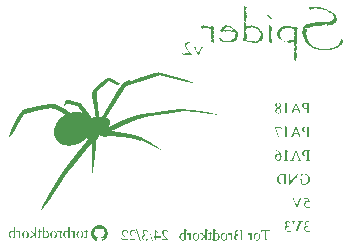
<source format=gbo>
G04*
G04 #@! TF.GenerationSoftware,Altium Limited,Altium Designer,22.3.1 (43)*
G04*
G04 Layer_Color=32896*
%FSLAX44Y44*%
%MOMM*%
G71*
G04*
G04 #@! TF.SameCoordinates,D810A163-4558-4574-BFD7-F7CA9EDE3B54*
G04*
G04*
G04 #@! TF.FilePolarity,Positive*
G04*
G01*
G75*
G36*
X145346Y163660D02*
Y163797D01*
X145893D01*
Y163934D01*
X146167D01*
Y164070D01*
X146578D01*
Y164207D01*
X147125D01*
Y164344D01*
X147398D01*
Y164481D01*
X147946D01*
Y164618D01*
X148219D01*
Y164754D01*
X148766D01*
Y164891D01*
X149040D01*
Y165028D01*
X149450D01*
Y165165D01*
X149998D01*
Y165302D01*
X150271D01*
Y165438D01*
X150955D01*
Y165575D01*
X151229D01*
Y165712D01*
X151639D01*
Y165849D01*
X152186D01*
Y165986D01*
X152597D01*
Y166122D01*
X153281D01*
Y166259D01*
X153554D01*
Y166396D01*
X154238D01*
Y166533D01*
X154649D01*
Y166670D01*
X155196D01*
Y166806D01*
X155880D01*
Y166943D01*
X156427D01*
Y167080D01*
X157385D01*
Y167217D01*
X158343D01*
Y167354D01*
X159163D01*
Y167217D01*
X159711D01*
Y167080D01*
X160394D01*
Y166943D01*
X160805D01*
Y166806D01*
X161489D01*
Y166670D01*
X162036D01*
Y166533D01*
X162446D01*
Y166396D01*
X163130D01*
Y166259D01*
X163541D01*
Y166122D01*
X164225D01*
Y165986D01*
X164635D01*
Y165849D01*
X165183D01*
Y165712D01*
X165730D01*
Y165575D01*
X166140D01*
Y165438D01*
X166824D01*
Y165302D01*
X167235D01*
Y165165D01*
X167919D01*
Y165028D01*
X168329D01*
Y164891D01*
X168876D01*
Y164754D01*
X169423D01*
Y164618D01*
X169834D01*
Y164481D01*
X170518D01*
Y164344D01*
X170928D01*
Y164207D01*
X171476D01*
Y164070D01*
X171886D01*
Y163934D01*
X172296D01*
Y163797D01*
X172980D01*
Y163660D01*
X173391D01*
Y163523D01*
X173938D01*
Y163386D01*
X174348D01*
Y163250D01*
X174895D01*
Y163113D01*
X175443D01*
Y162976D01*
X175716D01*
Y162839D01*
X176400D01*
Y162702D01*
X176811D01*
Y162566D01*
X177358D01*
Y162429D01*
X177768D01*
Y162292D01*
X178179D01*
Y162155D01*
X178726D01*
Y162018D01*
X179000D01*
Y161882D01*
X179683D01*
Y161745D01*
X179957D01*
Y161608D01*
X180504D01*
Y161471D01*
X180915D01*
Y161334D01*
X181325D01*
Y161197D01*
X181872D01*
Y161061D01*
X182146D01*
Y160924D01*
X182693D01*
Y160787D01*
X183104D01*
Y160650D01*
X183377D01*
Y160513D01*
X183924D01*
Y160377D01*
X184198D01*
Y160240D01*
X184745D01*
Y160103D01*
X185019D01*
Y159966D01*
X185292D01*
Y159830D01*
X185840D01*
Y159693D01*
X185976D01*
Y159556D01*
X186524D01*
Y159419D01*
X186660D01*
Y159282D01*
X187071D01*
Y159145D01*
X187344D01*
Y159009D01*
X187618D01*
Y158872D01*
X187892D01*
Y158598D01*
X186387D01*
Y158735D01*
X185566D01*
Y158872D01*
X184335D01*
Y159009D01*
X183651D01*
Y159145D01*
X182967D01*
Y159282D01*
X182283D01*
Y159419D01*
X181872D01*
Y159556D01*
X181188D01*
Y159693D01*
X180778D01*
Y159830D01*
X180231D01*
Y159966D01*
X179683D01*
Y160103D01*
X179273D01*
Y160240D01*
X178589D01*
Y160377D01*
X178179D01*
Y160513D01*
X177495D01*
Y160650D01*
X177084D01*
Y160787D01*
X176537D01*
Y160924D01*
X175853D01*
Y161061D01*
X175579D01*
Y161197D01*
X174759D01*
Y161334D01*
X174348D01*
Y161471D01*
X173801D01*
Y161608D01*
X173254D01*
Y161745D01*
X172843D01*
Y161882D01*
X172023D01*
Y162018D01*
X171749D01*
Y162155D01*
X170928D01*
Y162292D01*
X170518D01*
Y162429D01*
X169971D01*
Y162566D01*
X169423D01*
Y162702D01*
X169013D01*
Y162839D01*
X168192D01*
Y162976D01*
X167782D01*
Y163113D01*
X167235D01*
Y163250D01*
X166687D01*
Y163386D01*
X166277D01*
Y163523D01*
X165456D01*
Y163660D01*
X165183D01*
Y163797D01*
X164362D01*
Y163934D01*
X163951D01*
Y164070D01*
X163404D01*
Y164207D01*
X162720D01*
Y164344D01*
X162446D01*
Y164481D01*
X161626D01*
Y164618D01*
X161215D01*
Y164754D01*
X160531D01*
Y164891D01*
X160121D01*
Y165028D01*
X159437D01*
Y164891D01*
X159163D01*
Y164754D01*
X158753D01*
Y164618D01*
X158479D01*
Y164481D01*
X157932D01*
Y164344D01*
X157659D01*
Y164207D01*
X157111D01*
Y164070D01*
X156701D01*
Y163934D01*
X156427D01*
Y163797D01*
X155880D01*
Y163660D01*
X155606D01*
Y163523D01*
X155059D01*
Y163386D01*
X154649D01*
Y163250D01*
X154238D01*
Y163113D01*
X153828D01*
Y162976D01*
X153554D01*
Y162839D01*
X152870D01*
Y162702D01*
X152597D01*
Y162566D01*
X152050D01*
Y162429D01*
X151776D01*
Y162292D01*
X151366D01*
Y162155D01*
X150818D01*
Y162018D01*
X150545D01*
Y161882D01*
X149998D01*
Y161745D01*
X149724D01*
Y161608D01*
X149314D01*
Y161471D01*
X148766D01*
Y161334D01*
X148493D01*
Y161197D01*
X147946D01*
Y161061D01*
X147535D01*
Y160924D01*
X147125D01*
Y160787D01*
X146714D01*
Y160650D01*
X146304D01*
Y160513D01*
X145757D01*
Y160377D01*
X145483D01*
Y160240D01*
X144936D01*
Y160103D01*
X144662D01*
Y159966D01*
X144252D01*
Y159830D01*
X143705D01*
Y159693D01*
X143431D01*
Y159556D01*
X142884D01*
Y159419D01*
X142610D01*
Y159282D01*
X142063D01*
Y159145D01*
X141653D01*
Y159009D01*
X141379D01*
Y158872D01*
X140695D01*
Y158735D01*
X140558D01*
Y158598D01*
X139874D01*
Y158462D01*
X139601D01*
Y158325D01*
X139190D01*
Y158188D01*
X138643D01*
Y158051D01*
X138369D01*
Y157914D01*
X137822D01*
Y157778D01*
X137549D01*
Y157641D01*
X137001D01*
Y157504D01*
X136591D01*
Y157367D01*
X136317D01*
Y157230D01*
X135770D01*
Y157093D01*
X135497D01*
Y156957D01*
X134949D01*
Y156820D01*
X134539D01*
Y156683D01*
X134129D01*
Y156546D01*
X133718D01*
Y156410D01*
X133308D01*
Y156273D01*
X132761D01*
Y156136D01*
X132487D01*
Y155999D01*
X131940D01*
Y155862D01*
X131529D01*
Y155725D01*
X131256D01*
Y155589D01*
X130982D01*
Y155315D01*
X130845D01*
Y155178D01*
X130709D01*
Y154905D01*
X130572D01*
Y154768D01*
X130435D01*
Y154494D01*
X130298D01*
Y154221D01*
X130161D01*
Y154084D01*
X130024D01*
Y153810D01*
X129888D01*
Y153673D01*
X129751D01*
Y153400D01*
X129614D01*
Y153263D01*
X129477D01*
Y152989D01*
X129340D01*
Y152716D01*
X129204D01*
Y152579D01*
X129067D01*
Y152305D01*
X128930D01*
Y152169D01*
X128793D01*
Y151895D01*
X128657D01*
Y151758D01*
X128520D01*
Y151621D01*
X128383D01*
Y151211D01*
X128246D01*
Y151074D01*
X128109D01*
Y150801D01*
X127972D01*
Y150664D01*
X127836D01*
Y150527D01*
X127699D01*
Y150253D01*
X127562D01*
Y149980D01*
X127425D01*
Y149706D01*
X127289D01*
Y149569D01*
X127152D01*
Y149433D01*
X127015D01*
Y149159D01*
X126878D01*
Y149022D01*
X126741D01*
Y148749D01*
X126604D01*
Y148475D01*
X126468D01*
Y148338D01*
X126331D01*
Y148065D01*
X126194D01*
Y147928D01*
X126057D01*
Y147654D01*
X125920D01*
Y147517D01*
X125784D01*
Y147244D01*
X125647D01*
Y146970D01*
X125510D01*
Y146833D01*
X125373D01*
Y146560D01*
X125237D01*
Y146423D01*
X125100D01*
Y146149D01*
X124963D01*
Y146013D01*
X124826D01*
Y145739D01*
X124689D01*
Y145465D01*
X124552D01*
Y145329D01*
X124416D01*
Y145055D01*
X124279D01*
Y144918D01*
X124142D01*
Y144644D01*
X124005D01*
Y144371D01*
X123869D01*
Y144234D01*
X123732D01*
Y143961D01*
X123595D01*
Y143824D01*
X123458D01*
Y143550D01*
X123321D01*
Y143413D01*
X123184D01*
Y143140D01*
X123048D01*
Y142866D01*
X122911D01*
Y142729D01*
X122774D01*
Y142456D01*
X122637D01*
Y142319D01*
X122500D01*
Y142045D01*
X122364D01*
Y141909D01*
X122227D01*
Y141635D01*
X122090D01*
Y141361D01*
X121953D01*
Y141224D01*
X121816D01*
Y140951D01*
X121680D01*
Y140814D01*
X121543D01*
Y140541D01*
X121406D01*
Y140267D01*
X121269D01*
Y140130D01*
X121132D01*
Y139857D01*
X120996D01*
Y139720D01*
X120859D01*
Y139446D01*
X120722D01*
Y139309D01*
X120585D01*
Y139036D01*
X120448D01*
Y138762D01*
X120312D01*
Y138625D01*
X120175D01*
Y138352D01*
X120038D01*
Y138215D01*
X119901D01*
Y137941D01*
X119764D01*
Y137804D01*
X119628D01*
Y137531D01*
X119491D01*
Y137257D01*
X119354D01*
Y137121D01*
X119217D01*
Y136847D01*
X119080D01*
Y136710D01*
X118944D01*
Y136436D01*
X118807D01*
Y136300D01*
X118670D01*
Y136026D01*
X118533D01*
Y135752D01*
X118396D01*
Y135616D01*
X118260D01*
Y135342D01*
X118123D01*
Y135205D01*
X117986D01*
Y134932D01*
X117849D01*
Y134658D01*
X117712D01*
Y134521D01*
X117576D01*
Y134248D01*
X117439D01*
Y134111D01*
X117302D01*
Y133837D01*
X117165D01*
Y133700D01*
X117028D01*
Y133564D01*
X116892D01*
Y133153D01*
X116755D01*
Y133016D01*
X116618D01*
Y132743D01*
X116481D01*
Y132606D01*
X116344D01*
Y132469D01*
X116208D01*
Y132196D01*
X116071D01*
Y131922D01*
X115934D01*
Y131785D01*
X115797D01*
Y131512D01*
X115660D01*
Y131375D01*
X115524D01*
Y131101D01*
X115387D01*
Y130964D01*
X115250D01*
Y130691D01*
X115113D01*
Y130417D01*
X114976D01*
Y130280D01*
X114839D01*
Y130007D01*
X114703D01*
Y129870D01*
X114566D01*
Y129596D01*
X114429D01*
Y129460D01*
X114292D01*
Y129049D01*
X114839D01*
Y128912D01*
X115113D01*
Y128776D01*
X115524D01*
Y128639D01*
X115797D01*
Y128502D01*
X116071D01*
Y128365D01*
X116344D01*
Y128228D01*
X116481D01*
Y128091D01*
X116618D01*
Y127955D01*
X116755D01*
Y127818D01*
X116892D01*
Y127544D01*
X117028D01*
Y127271D01*
X117165D01*
Y126997D01*
X117302D01*
Y126587D01*
X117439D01*
Y126039D01*
X117576D01*
Y123851D01*
X117439D01*
Y123030D01*
X117302D01*
Y122483D01*
X117165D01*
Y121799D01*
X117028D01*
Y121251D01*
X117165D01*
Y121388D01*
X117439D01*
Y121525D01*
X117712D01*
Y121662D01*
X117849D01*
Y121799D01*
X118260D01*
Y121936D01*
X118396D01*
Y122072D01*
X118807D01*
Y122209D01*
X118944D01*
Y122346D01*
X119217D01*
Y122483D01*
X119628D01*
Y122619D01*
X119764D01*
Y122756D01*
X120038D01*
Y122893D01*
X120312D01*
Y123030D01*
X120585D01*
Y123167D01*
X120859D01*
Y123303D01*
X121132D01*
Y123440D01*
X121406D01*
Y123577D01*
X121680D01*
Y123714D01*
X121953D01*
Y123851D01*
X122227D01*
Y123988D01*
X122500D01*
Y124124D01*
X122774D01*
Y124261D01*
X123048D01*
Y124398D01*
X123321D01*
Y124535D01*
X123595D01*
Y124671D01*
X123869D01*
Y124808D01*
X124279D01*
Y124945D01*
X124416D01*
Y125082D01*
X124826D01*
Y125219D01*
X124963D01*
Y125356D01*
X125373D01*
Y125492D01*
X125647D01*
Y125629D01*
X125920D01*
Y125766D01*
X126331D01*
Y125903D01*
X126468D01*
Y126039D01*
X126878D01*
Y126176D01*
X127152D01*
Y126313D01*
X127425D01*
Y126450D01*
X127836D01*
Y126587D01*
X127972D01*
Y126723D01*
X128383D01*
Y126860D01*
X128657D01*
Y126997D01*
X129067D01*
Y127134D01*
X129340D01*
Y127271D01*
X129614D01*
Y127408D01*
X130024D01*
Y127544D01*
X130298D01*
Y127681D01*
X130709D01*
Y127818D01*
X130982D01*
Y127955D01*
X131256D01*
Y128091D01*
X131666D01*
Y128228D01*
X131940D01*
Y128365D01*
X132487D01*
Y128502D01*
X132624D01*
Y128639D01*
X133034D01*
Y128776D01*
X133445D01*
Y128912D01*
X133718D01*
Y129049D01*
X134265D01*
Y129186D01*
X134539D01*
Y129323D01*
X134949D01*
Y129460D01*
X135360D01*
Y129596D01*
X135633D01*
Y129733D01*
X136181D01*
Y129870D01*
X136454D01*
Y130007D01*
X137001D01*
Y130144D01*
X137275D01*
Y130280D01*
X137822D01*
Y130417D01*
X138233D01*
Y130554D01*
X138506D01*
Y130691D01*
X139190D01*
Y130828D01*
X139464D01*
Y130964D01*
X140148D01*
Y131101D01*
X140558D01*
Y131238D01*
X140969D01*
Y131375D01*
X141653D01*
Y131512D01*
X141926D01*
Y131648D01*
X142747D01*
Y131785D01*
X143158D01*
Y131922D01*
X143841D01*
Y132059D01*
X144525D01*
Y132196D01*
X145073D01*
Y132332D01*
X146167D01*
Y132469D01*
X146714D01*
Y132606D01*
X148356D01*
Y132743D01*
X150955D01*
Y132880D01*
X151776D01*
Y133016D01*
X152870D01*
Y133153D01*
X153554D01*
Y133290D01*
X154786D01*
Y133427D01*
X155470D01*
Y133564D01*
X156427D01*
Y133700D01*
X157385D01*
Y133837D01*
X158069D01*
Y133974D01*
X159300D01*
Y134111D01*
X159984D01*
Y134248D01*
X161215D01*
Y134384D01*
X162036D01*
Y134521D01*
X162857D01*
Y134658D01*
X164088D01*
Y134795D01*
X164772D01*
Y134932D01*
X166140D01*
Y135068D01*
X166824D01*
Y135205D01*
X168055D01*
Y135342D01*
X169013D01*
Y135479D01*
X169834D01*
Y135616D01*
X171202D01*
Y135752D01*
X172023D01*
Y135889D01*
X173528D01*
Y136026D01*
X174485D01*
Y136163D01*
X175716D01*
Y136300D01*
X179410D01*
Y136163D01*
X180778D01*
Y136026D01*
X182009D01*
Y135889D01*
X183924D01*
Y135752D01*
X184882D01*
Y135616D01*
X186660D01*
Y135479D01*
X187618D01*
Y135342D01*
X188849D01*
Y135205D01*
X190217D01*
Y135068D01*
X191038D01*
Y134932D01*
X192543D01*
Y134795D01*
X193364D01*
Y134658D01*
X194595D01*
Y134521D01*
X195553D01*
Y134384D01*
X196236D01*
Y134248D01*
X197468D01*
Y134111D01*
X198152D01*
Y133974D01*
X199246D01*
Y133837D01*
X199930D01*
Y133700D01*
X200614D01*
Y133564D01*
X201435D01*
Y133427D01*
X201982D01*
Y133290D01*
X202940D01*
Y133153D01*
X203350D01*
Y133016D01*
X204171D01*
Y132880D01*
X204718D01*
Y132743D01*
X205129D01*
Y132606D01*
X205813D01*
Y132469D01*
X206223D01*
Y132332D01*
X206770D01*
Y132196D01*
X207044D01*
Y132059D01*
X207591D01*
Y131922D01*
X207865D01*
Y131785D01*
X208001D01*
Y131648D01*
X206770D01*
Y131785D01*
X206086D01*
Y131922D01*
X205129D01*
Y132059D01*
X204171D01*
Y132196D01*
X203487D01*
Y132332D01*
X202119D01*
Y132469D01*
X201435D01*
Y132606D01*
X200204D01*
Y132743D01*
X199383D01*
Y132880D01*
X198425D01*
Y133016D01*
X197194D01*
Y133153D01*
X196373D01*
Y133290D01*
X194869D01*
Y133427D01*
X194048D01*
Y133564D01*
X192680D01*
Y133700D01*
X191448D01*
Y133837D01*
X190354D01*
Y133974D01*
X188439D01*
Y134111D01*
X187481D01*
Y134248D01*
X185156D01*
Y134384D01*
X183240D01*
Y134521D01*
X178452D01*
Y134384D01*
X178179D01*
Y134248D01*
X177084D01*
Y134111D01*
X176400D01*
Y133974D01*
X175169D01*
Y133837D01*
X174485D01*
Y133700D01*
X173528D01*
Y133564D01*
X172570D01*
Y133427D01*
X171886D01*
Y133290D01*
X170655D01*
Y133153D01*
X169971D01*
Y133016D01*
X168876D01*
Y132880D01*
X168055D01*
Y132743D01*
X167235D01*
Y132606D01*
X166003D01*
Y132469D01*
X165319D01*
Y132332D01*
X164088D01*
Y132196D01*
X163404D01*
Y132059D01*
X162446D01*
Y131922D01*
X161352D01*
Y131785D01*
X160668D01*
Y131648D01*
X159437D01*
Y131512D01*
X158753D01*
Y131375D01*
X157522D01*
Y131238D01*
X156701D01*
Y131101D01*
X155880D01*
Y130964D01*
X154649D01*
Y130828D01*
X153965D01*
Y130691D01*
X152734D01*
Y130554D01*
X151913D01*
Y130417D01*
X150955D01*
Y130280D01*
X150134D01*
Y130144D01*
X149587D01*
Y130007D01*
X148766D01*
Y129870D01*
X148356D01*
Y129733D01*
X147672D01*
Y129596D01*
X147262D01*
Y129460D01*
X146851D01*
Y129323D01*
X146167D01*
Y129186D01*
X145893D01*
Y129049D01*
X145210D01*
Y128912D01*
X144936D01*
Y128776D01*
X144525D01*
Y128639D01*
X143978D01*
Y128502D01*
X143705D01*
Y128365D01*
X143158D01*
Y128228D01*
X142884D01*
Y128091D01*
X142337D01*
Y127955D01*
X142063D01*
Y127818D01*
X141653D01*
Y127681D01*
X141242D01*
Y127544D01*
X140969D01*
Y127408D01*
X140421D01*
Y127271D01*
X140148D01*
Y127134D01*
X139738D01*
Y126997D01*
X139327D01*
Y126860D01*
X139190D01*
Y126723D01*
X138643D01*
Y126587D01*
X138369D01*
Y126450D01*
X137959D01*
Y126313D01*
X137685D01*
Y126176D01*
X137275D01*
Y126039D01*
X136865D01*
Y125903D01*
X136728D01*
Y125766D01*
X136181D01*
Y125629D01*
X135907D01*
Y125492D01*
X135633D01*
Y125356D01*
X135223D01*
Y125219D01*
X134949D01*
Y125082D01*
X134539D01*
Y124945D01*
X134265D01*
Y124808D01*
X133855D01*
Y124671D01*
X133581D01*
Y124535D01*
X133308D01*
Y124398D01*
X132897D01*
Y124261D01*
X132761D01*
Y124124D01*
X132213D01*
Y123988D01*
X132077D01*
Y123851D01*
X131666D01*
Y123714D01*
X131392D01*
Y123577D01*
X131119D01*
Y123440D01*
X130709D01*
Y123303D01*
X130435D01*
Y123167D01*
X130024D01*
Y123030D01*
X129751D01*
Y122893D01*
X129614D01*
Y122756D01*
X129204D01*
Y122619D01*
X128930D01*
Y122483D01*
X128520D01*
Y122346D01*
X128246D01*
Y122209D01*
X127972D01*
Y122072D01*
X127699D01*
Y121936D01*
X127425D01*
Y121799D01*
X127015D01*
Y121662D01*
X126878D01*
Y121525D01*
X126468D01*
Y121388D01*
X126194D01*
Y121251D01*
X125920D01*
Y121115D01*
X125510D01*
Y120978D01*
X125373D01*
Y120841D01*
X124963D01*
Y120704D01*
X124689D01*
Y120567D01*
X124416D01*
Y120431D01*
X124142D01*
Y120294D01*
X123869D01*
Y120157D01*
X123458D01*
Y120020D01*
X123321D01*
Y119883D01*
X122911D01*
Y119747D01*
X122637D01*
Y119610D01*
X122500D01*
Y119473D01*
X122090D01*
Y119336D01*
X121953D01*
Y119199D01*
X121543D01*
Y119063D01*
X121269D01*
Y118926D01*
X120996D01*
Y118789D01*
X120722D01*
Y118652D01*
X120448D01*
Y118515D01*
X120038D01*
Y118379D01*
X119901D01*
Y118242D01*
X119491D01*
Y118105D01*
X119354D01*
Y117968D01*
X119217D01*
Y117831D01*
X119354D01*
Y117695D01*
X120038D01*
Y117558D01*
X121269D01*
Y117421D01*
X121953D01*
Y117284D01*
X122911D01*
Y117147D01*
X123869D01*
Y117011D01*
X124552D01*
Y116874D01*
X125784D01*
Y116737D01*
X126331D01*
Y116600D01*
X127425D01*
Y116463D01*
X128109D01*
Y116327D01*
X128793D01*
Y116190D01*
X129751D01*
Y116053D01*
X130298D01*
Y115916D01*
X131392D01*
Y115779D01*
X131940D01*
Y115643D01*
X132624D01*
Y115506D01*
X133445D01*
Y115369D01*
X133992D01*
Y115232D01*
X134949D01*
Y115095D01*
X135360D01*
Y114959D01*
X136181D01*
Y114822D01*
X136728D01*
Y114685D01*
X137275D01*
Y114548D01*
X137959D01*
Y114411D01*
X138369D01*
Y114275D01*
X139053D01*
Y114138D01*
X139464D01*
Y114001D01*
X140011D01*
Y113864D01*
X140558D01*
Y113727D01*
X140832D01*
Y113591D01*
X141516D01*
Y113454D01*
X141790D01*
Y113317D01*
X142337D01*
Y113180D01*
X142610D01*
Y113043D01*
X142884D01*
Y112907D01*
X143294D01*
Y112770D01*
X143568D01*
Y112633D01*
X143978D01*
Y112496D01*
X144115D01*
Y112359D01*
X144389D01*
Y112222D01*
X144525D01*
Y112086D01*
X144799D01*
Y111949D01*
X145210D01*
Y111812D01*
X145346D01*
Y111675D01*
X145757D01*
Y111538D01*
X146030D01*
Y111402D01*
X146304D01*
Y111265D01*
X146578D01*
Y111128D01*
X146851D01*
Y110991D01*
X147125D01*
Y110855D01*
X147398D01*
Y110718D01*
X147672D01*
Y110581D01*
X147809D01*
Y110444D01*
X148082D01*
Y110307D01*
X148356D01*
Y110170D01*
X148493D01*
Y110034D01*
X148903D01*
Y109897D01*
X149040D01*
Y109760D01*
X149314D01*
Y109623D01*
X149587D01*
Y109487D01*
X149724D01*
Y109350D01*
X149998D01*
Y109213D01*
X150271D01*
Y109076D01*
X150408D01*
Y108939D01*
X150682D01*
Y108802D01*
X150818D01*
Y108666D01*
X151229D01*
Y108529D01*
X151366D01*
Y108392D01*
X151639D01*
Y108255D01*
X151776D01*
Y108118D01*
X152050D01*
Y107982D01*
X152323D01*
Y107845D01*
X152460D01*
Y107708D01*
X152734D01*
Y107571D01*
X152870D01*
Y107435D01*
X153144D01*
Y107298D01*
X153281D01*
Y107161D01*
X153418D01*
Y107024D01*
X153828D01*
Y106887D01*
X153965D01*
Y106750D01*
X154102D01*
Y106614D01*
X154375D01*
Y106477D01*
X154512D01*
Y106340D01*
X154786D01*
Y106203D01*
X154922D01*
Y106067D01*
X155196D01*
Y105930D01*
X155333D01*
Y105793D01*
X155606D01*
Y105656D01*
X155880D01*
Y105519D01*
X156017D01*
Y105382D01*
X156291D01*
Y105246D01*
X156427D01*
Y105109D01*
X156564D01*
Y104972D01*
X156838D01*
Y104835D01*
X156974D01*
Y104698D01*
X157248D01*
Y104562D01*
X157385D01*
Y104425D01*
X157659D01*
Y104288D01*
X157795D01*
Y104151D01*
X158069D01*
Y104014D01*
X158206D01*
Y103878D01*
X158343D01*
Y103741D01*
X158616D01*
Y103604D01*
X158753D01*
Y103467D01*
X159026D01*
Y103330D01*
X159163D01*
Y103194D01*
X159300D01*
Y103057D01*
X159574D01*
Y102920D01*
X159711D01*
Y102783D01*
X159847D01*
Y102646D01*
X160121D01*
Y102510D01*
X160258D01*
Y102373D01*
X160531D01*
Y102236D01*
X160668D01*
Y102099D01*
X160805D01*
Y101962D01*
X160942D01*
Y101826D01*
X161078D01*
Y101689D01*
X161215D01*
Y101552D01*
X160942D01*
Y101689D01*
X160668D01*
Y101826D01*
X160258D01*
Y101962D01*
X160121D01*
Y102099D01*
X159711D01*
Y102236D01*
X159574D01*
Y102373D01*
X159300D01*
Y102510D01*
X158890D01*
Y102646D01*
X158753D01*
Y102783D01*
X158343D01*
Y102920D01*
X158206D01*
Y103057D01*
X157795D01*
Y103194D01*
X157522D01*
Y103330D01*
X157385D01*
Y103467D01*
X156974D01*
Y103604D01*
X156838D01*
Y103741D01*
X156427D01*
Y103878D01*
X156291D01*
Y104014D01*
X156017D01*
Y104151D01*
X155743D01*
Y104288D01*
X155470D01*
Y104425D01*
X155196D01*
Y104562D01*
X154922D01*
Y104698D01*
X154649D01*
Y104835D01*
X154375D01*
Y104972D01*
X154238D01*
Y105109D01*
X153828D01*
Y105246D01*
X153691D01*
Y105382D01*
X153281D01*
Y105519D01*
X153144D01*
Y105656D01*
X152870D01*
Y105793D01*
X152597D01*
Y105930D01*
X152323D01*
Y106067D01*
X152050D01*
Y106203D01*
X151776D01*
Y106340D01*
X151502D01*
Y106477D01*
X151229D01*
Y106614D01*
X151092D01*
Y106750D01*
X150682D01*
Y106887D01*
X150545D01*
Y107024D01*
X150134D01*
Y107161D01*
X149998D01*
Y107298D01*
X149724D01*
Y107435D01*
X149450D01*
Y107571D01*
X149177D01*
Y107708D01*
X148903D01*
Y107845D01*
X148766D01*
Y107982D01*
X148356D01*
Y108118D01*
X148219D01*
Y108255D01*
X147946D01*
Y108392D01*
X147535D01*
Y108529D01*
X147398D01*
Y108666D01*
X147125D01*
Y108802D01*
X146851D01*
Y108939D01*
X146578D01*
Y109076D01*
X146304D01*
Y109213D01*
X146167D01*
Y109350D01*
X145757D01*
Y109487D01*
X145620D01*
Y109623D01*
X145210D01*
Y109760D01*
X145073D01*
Y109897D01*
X144525D01*
Y109760D01*
X144252D01*
Y109623D01*
X142200D01*
Y109760D01*
X141926D01*
Y109897D01*
X141516D01*
Y110034D01*
X141105D01*
Y110170D01*
X140832D01*
Y110307D01*
X140148D01*
Y110444D01*
X139874D01*
Y110581D01*
X139327D01*
Y110718D01*
X138780D01*
Y110855D01*
X138506D01*
Y110991D01*
X137685D01*
Y111128D01*
X137412D01*
Y111265D01*
X136591D01*
Y111402D01*
X136044D01*
Y111538D01*
X135497D01*
Y111675D01*
X134676D01*
Y111812D01*
X134265D01*
Y111949D01*
X133171D01*
Y112086D01*
X132487D01*
Y112222D01*
X131529D01*
Y112359D01*
X130572D01*
Y112496D01*
X129751D01*
Y112633D01*
X128109D01*
Y112770D01*
X127152D01*
Y112907D01*
X124963D01*
Y113043D01*
X122911D01*
Y113180D01*
X115524D01*
Y113043D01*
X111967D01*
Y113180D01*
X111146D01*
Y113317D01*
X110325D01*
Y113454D01*
X110051D01*
Y113591D01*
X109504D01*
Y113727D01*
X109231D01*
Y113864D01*
X108957D01*
Y114001D01*
X108684D01*
Y114138D01*
X108547D01*
Y114275D01*
X108273D01*
Y114138D01*
X108136D01*
Y113317D01*
X107999D01*
Y112496D01*
X107863D01*
Y112222D01*
X107726D01*
Y111812D01*
X107589D01*
Y111538D01*
X107452D01*
Y111402D01*
X107316D01*
Y111128D01*
X107179D01*
Y110991D01*
X107042D01*
Y110718D01*
X106905D01*
Y110581D01*
X106631D01*
Y110444D01*
X106495D01*
Y110307D01*
X106221D01*
Y110170D01*
X106084D01*
Y105930D01*
X105947D01*
Y104014D01*
X105811D01*
Y102510D01*
X105674D01*
Y101415D01*
X105537D01*
Y100868D01*
X105400D01*
Y100047D01*
X105263D01*
Y99363D01*
X105127D01*
Y97858D01*
X104990D01*
Y96764D01*
X104853D01*
Y95806D01*
X104716D01*
Y94302D01*
X104579D01*
Y93617D01*
X104443D01*
Y92113D01*
X104306D01*
Y91292D01*
X104169D01*
Y90197D01*
X104032D01*
Y89103D01*
X103895D01*
Y88282D01*
X103759D01*
Y87051D01*
X103622D01*
Y86367D01*
X103485D01*
Y85273D01*
X103348D01*
Y84452D01*
X103211D01*
Y83905D01*
X103075D01*
Y82947D01*
X102938D01*
Y82400D01*
X102801D01*
Y81716D01*
X102664D01*
Y81579D01*
X102391D01*
Y81853D01*
X102254D01*
Y83221D01*
X102117D01*
Y89924D01*
X102254D01*
Y94028D01*
X102391D01*
Y98542D01*
X102527D01*
Y101005D01*
X102391D01*
Y105793D01*
X102527D01*
Y107298D01*
X102117D01*
Y107161D01*
X101980D01*
Y107024D01*
X101843D01*
Y106887D01*
X101707D01*
Y106750D01*
X101570D01*
Y106614D01*
X101433D01*
Y106340D01*
X101159D01*
Y106067D01*
X101023D01*
Y105930D01*
X100886D01*
Y105793D01*
X100749D01*
Y105656D01*
X100612D01*
Y105519D01*
X100475D01*
Y105382D01*
X100339D01*
Y105246D01*
X100202D01*
Y104972D01*
X100065D01*
Y104835D01*
X99928D01*
Y104698D01*
X99791D01*
Y104562D01*
X99655D01*
Y104425D01*
X99518D01*
Y104151D01*
X99381D01*
Y104014D01*
X99244D01*
Y103878D01*
X99107D01*
Y103741D01*
X98971D01*
Y103604D01*
X98834D01*
Y103467D01*
X98697D01*
Y103330D01*
X98560D01*
Y103057D01*
X98423D01*
Y102920D01*
X98287D01*
Y102783D01*
X98150D01*
Y102510D01*
X98013D01*
Y102373D01*
X97876D01*
Y102236D01*
X97739D01*
Y102099D01*
X97603D01*
Y101962D01*
X97466D01*
Y101689D01*
X97329D01*
Y101552D01*
X97192D01*
Y101415D01*
X97055D01*
Y101278D01*
X96918D01*
Y101005D01*
X96782D01*
Y100868D01*
X96645D01*
Y100731D01*
X96508D01*
Y100594D01*
X96371D01*
Y100458D01*
X96235D01*
Y100184D01*
X96098D01*
Y100047D01*
X95961D01*
Y99910D01*
X95824D01*
Y99774D01*
X95687D01*
Y99637D01*
X95550D01*
Y99363D01*
X95414D01*
Y99226D01*
X95277D01*
Y99090D01*
X95140D01*
Y98816D01*
X95003D01*
Y98679D01*
X94867D01*
Y98542D01*
X94730D01*
Y98406D01*
X94593D01*
Y98132D01*
X94456D01*
Y97995D01*
X94319D01*
Y97858D01*
X94183D01*
Y97722D01*
X94046D01*
Y97585D01*
X93909D01*
Y97311D01*
X93772D01*
Y97174D01*
X93635D01*
Y97038D01*
X93498D01*
Y96901D01*
X93362D01*
Y96627D01*
X93225D01*
Y96490D01*
X93088D01*
Y96354D01*
X92951D01*
Y96080D01*
X92815D01*
Y95943D01*
X92678D01*
Y95806D01*
X92541D01*
Y95669D01*
X92404D01*
Y95533D01*
X92267D01*
Y95259D01*
X92130D01*
Y95122D01*
X91994D01*
Y94986D01*
X91857D01*
Y94849D01*
X91720D01*
Y94575D01*
X91583D01*
Y94438D01*
X91447D01*
Y94302D01*
X91310D01*
Y94028D01*
X91173D01*
Y93891D01*
X91036D01*
Y93754D01*
X90899D01*
Y93617D01*
X90763D01*
Y93481D01*
X90626D01*
Y93207D01*
X90489D01*
Y93070D01*
X90352D01*
Y92934D01*
X90215D01*
Y92797D01*
X90078D01*
Y92523D01*
X89942D01*
Y92386D01*
X89805D01*
Y92249D01*
X89668D01*
Y92113D01*
X89531D01*
Y91976D01*
X89394D01*
Y91702D01*
X89258D01*
Y91566D01*
X89121D01*
Y91429D01*
X88984D01*
Y91292D01*
X88847D01*
Y91018D01*
X88710D01*
Y90882D01*
X88574D01*
Y90745D01*
X88437D01*
Y90608D01*
X88300D01*
Y90334D01*
X88163D01*
Y90197D01*
X88026D01*
Y90061D01*
X87890D01*
Y89924D01*
X87753D01*
Y89787D01*
X87616D01*
Y89514D01*
X87479D01*
Y89377D01*
X87342D01*
Y89240D01*
X87206D01*
Y89103D01*
X87069D01*
Y88829D01*
X86932D01*
Y88693D01*
X86795D01*
Y88556D01*
X86658D01*
Y88419D01*
X86522D01*
Y88282D01*
X86385D01*
Y88009D01*
X86248D01*
Y87872D01*
X86111D01*
Y87735D01*
X85974D01*
Y87598D01*
X85838D01*
Y87325D01*
X85701D01*
Y87188D01*
X85564D01*
Y87051D01*
X85427D01*
Y86914D01*
X85290D01*
Y86777D01*
X85154D01*
Y86504D01*
X85017D01*
Y86367D01*
X84880D01*
Y86230D01*
X84743D01*
Y86093D01*
X84606D01*
Y85957D01*
X84470D01*
Y85683D01*
X84333D01*
Y85546D01*
X84196D01*
Y85409D01*
X84059D01*
Y85273D01*
X83922D01*
Y85136D01*
X83786D01*
Y84862D01*
X83649D01*
Y84725D01*
X83512D01*
Y84589D01*
X83375D01*
Y84452D01*
X83238D01*
Y84315D01*
X83102D01*
Y84041D01*
X82965D01*
Y83905D01*
X82828D01*
Y83768D01*
X82691D01*
Y83631D01*
X82554D01*
Y83494D01*
X82418D01*
Y83357D01*
X82281D01*
Y83084D01*
X82144D01*
Y82947D01*
X82007D01*
Y82810D01*
X81870D01*
Y82673D01*
X81734D01*
Y82537D01*
X81597D01*
Y82400D01*
X81460D01*
Y82126D01*
X81323D01*
Y81989D01*
X81186D01*
Y81853D01*
X81049D01*
Y81716D01*
X80913D01*
Y81579D01*
X80776D01*
Y81442D01*
X80639D01*
Y81305D01*
X80502D01*
Y81032D01*
X80365D01*
Y80758D01*
X80229D01*
Y80621D01*
X80092D01*
Y80348D01*
X79955D01*
Y80211D01*
X79818D01*
Y79937D01*
X79682D01*
Y79801D01*
X79545D01*
Y79527D01*
X79408D01*
Y79253D01*
X79271D01*
Y79117D01*
X79134D01*
Y78843D01*
X78998D01*
Y78706D01*
X78861D01*
Y78432D01*
X78724D01*
Y78159D01*
X78587D01*
Y78022D01*
X78450D01*
Y77748D01*
X78313D01*
Y77612D01*
X78177D01*
Y77338D01*
X78040D01*
Y77201D01*
X77903D01*
Y76928D01*
X77766D01*
Y76654D01*
X77629D01*
Y76517D01*
X77493D01*
Y76244D01*
X77356D01*
Y76107D01*
X77219D01*
Y75833D01*
X77082D01*
Y75560D01*
X76946D01*
Y75423D01*
X76809D01*
Y75149D01*
X76672D01*
Y75012D01*
X76535D01*
Y74739D01*
X76398D01*
Y74602D01*
X76262D01*
Y74328D01*
X76125D01*
Y74055D01*
X75988D01*
Y73918D01*
X75851D01*
Y73644D01*
X75714D01*
Y73508D01*
X75578D01*
Y73234D01*
X75441D01*
Y73097D01*
X75304D01*
Y72824D01*
X75167D01*
Y72550D01*
X75030D01*
Y72413D01*
X74893D01*
Y72140D01*
X74757D01*
Y72003D01*
X74620D01*
Y71729D01*
X74483D01*
Y71592D01*
X74346D01*
Y71319D01*
X74209D01*
Y71045D01*
X74073D01*
Y70908D01*
X73936D01*
Y70635D01*
X73799D01*
Y70498D01*
X73662D01*
Y70224D01*
X73526D01*
Y69951D01*
X73389D01*
Y69814D01*
X73252D01*
Y69540D01*
X73115D01*
Y69404D01*
X72978D01*
Y69130D01*
X72841D01*
Y68993D01*
X72705D01*
Y68856D01*
X72568D01*
Y68583D01*
X72431D01*
Y68309D01*
X72294D01*
Y68036D01*
X72157D01*
Y67899D01*
X72021D01*
Y67762D01*
X71884D01*
Y67488D01*
X71747D01*
Y67352D01*
X71610D01*
Y67078D01*
X71473D01*
Y66941D01*
X71337D01*
Y66668D01*
X71200D01*
Y66394D01*
X71063D01*
Y66257D01*
X70926D01*
Y65984D01*
X70789D01*
Y65847D01*
X70653D01*
Y65573D01*
X70516D01*
Y65436D01*
X70379D01*
Y65163D01*
X70242D01*
Y64889D01*
X70105D01*
Y64752D01*
X69969D01*
Y64479D01*
X69832D01*
Y64342D01*
X69695D01*
Y64068D01*
X69558D01*
Y63931D01*
X69421D01*
Y63658D01*
X69285D01*
Y63384D01*
X69148D01*
Y63247D01*
X69011D01*
Y62974D01*
X68874D01*
Y62837D01*
X68737D01*
Y62700D01*
X68601D01*
Y62427D01*
X68464D01*
Y62290D01*
X68327D01*
Y62016D01*
X68190D01*
Y61880D01*
X68053D01*
Y61606D01*
X67917D01*
Y61332D01*
X67780D01*
Y61196D01*
X67643D01*
Y60922D01*
X67506D01*
Y60785D01*
X67369D01*
Y60511D01*
X67233D01*
Y60375D01*
X67096D01*
Y60101D01*
X66959D01*
Y59964D01*
X66822D01*
Y59827D01*
X66685D01*
Y59554D01*
X66549D01*
Y59417D01*
X66412D01*
Y59144D01*
X66275D01*
Y59007D01*
X66138D01*
Y58733D01*
X66001D01*
Y58460D01*
X65728D01*
Y58186D01*
X65591D01*
Y58049D01*
X65454D01*
Y57776D01*
X65317D01*
Y57639D01*
X65181D01*
Y57502D01*
X65044D01*
Y57365D01*
X64907D01*
Y57228D01*
X64770D01*
Y56955D01*
X64633D01*
Y56818D01*
X64496D01*
Y56681D01*
X64360D01*
Y56544D01*
X64223D01*
Y56407D01*
X64086D01*
Y56134D01*
X63949D01*
Y55997D01*
X63812D01*
Y55860D01*
X63676D01*
Y55587D01*
X63539D01*
Y55450D01*
X63402D01*
Y55313D01*
X63265D01*
Y55176D01*
X63128D01*
Y55039D01*
X62992D01*
Y54766D01*
X62855D01*
Y54629D01*
X62718D01*
Y54492D01*
X62581D01*
Y54355D01*
X62445D01*
Y54082D01*
X62308D01*
Y53945D01*
X62171D01*
Y53808D01*
X62034D01*
Y53671D01*
X61897D01*
Y53535D01*
X61761D01*
Y53261D01*
X61624D01*
Y53124D01*
X61487D01*
Y52987D01*
X61350D01*
Y52851D01*
X61213D01*
Y52714D01*
X61076D01*
Y52440D01*
X60940D01*
Y52303D01*
X60803D01*
Y52167D01*
X60666D01*
Y52030D01*
X60529D01*
Y51756D01*
X60392D01*
Y51619D01*
X60256D01*
Y51483D01*
X60119D01*
Y51346D01*
X59982D01*
Y51209D01*
X59845D01*
Y50935D01*
X59708D01*
Y50799D01*
X59572D01*
Y50662D01*
X59435D01*
Y50525D01*
X59298D01*
Y50662D01*
X59161D01*
Y50935D01*
X59298D01*
Y51209D01*
X59435D01*
Y51619D01*
X59572D01*
Y51893D01*
X59708D01*
Y52303D01*
X59845D01*
Y52714D01*
X59982D01*
Y52851D01*
X60119D01*
Y53261D01*
X60256D01*
Y53535D01*
X60392D01*
Y53808D01*
X60529D01*
Y54082D01*
X60666D01*
Y54355D01*
X60803D01*
Y54766D01*
X60940D01*
Y54903D01*
X61076D01*
Y55313D01*
X61213D01*
Y55450D01*
X61350D01*
Y55724D01*
X61487D01*
Y55997D01*
X61624D01*
Y56271D01*
X61761D01*
Y56544D01*
X61897D01*
Y56818D01*
X62034D01*
Y57091D01*
X62171D01*
Y57365D01*
X62308D01*
Y57502D01*
X62445D01*
Y57912D01*
X62581D01*
Y58049D01*
X62718D01*
Y58323D01*
X62855D01*
Y58596D01*
X62992D01*
Y58870D01*
X63128D01*
Y59144D01*
X63265D01*
Y59280D01*
X63402D01*
Y59554D01*
X63539D01*
Y59827D01*
X63676D01*
Y60101D01*
X63812D01*
Y60375D01*
X63949D01*
Y60511D01*
X64086D01*
Y60785D01*
X64223D01*
Y61059D01*
X64360D01*
Y61332D01*
X64496D01*
Y61469D01*
X64633D01*
Y61743D01*
X64770D01*
Y62016D01*
X64907D01*
Y62153D01*
X65044D01*
Y62564D01*
X65181D01*
Y62700D01*
X65317D01*
Y62974D01*
X65454D01*
Y63247D01*
X65591D01*
Y63384D01*
X65728D01*
Y63658D01*
X65865D01*
Y63931D01*
X66001D01*
Y64205D01*
X66138D01*
Y64342D01*
X66275D01*
Y64616D01*
X66412D01*
Y64889D01*
X66549D01*
Y65026D01*
X66685D01*
Y65300D01*
X66822D01*
Y65573D01*
X66959D01*
Y65847D01*
X67096D01*
Y65984D01*
X67233D01*
Y66257D01*
X67369D01*
Y66531D01*
X67506D01*
Y66668D01*
X67643D01*
Y66941D01*
X67780D01*
Y67215D01*
X67917D01*
Y67352D01*
X68053D01*
Y67625D01*
X68190D01*
Y67899D01*
X68327D01*
Y68172D01*
X68464D01*
Y68309D01*
X68601D01*
Y68583D01*
X68737D01*
Y68856D01*
X68874D01*
Y68993D01*
X69011D01*
Y69267D01*
X69148D01*
Y69540D01*
X69285D01*
Y69814D01*
X69421D01*
Y69951D01*
X69558D01*
Y70224D01*
X69695D01*
Y70498D01*
X69832D01*
Y70635D01*
X69969D01*
Y70908D01*
X70105D01*
Y71045D01*
X70242D01*
Y71319D01*
X70379D01*
Y71592D01*
X70516D01*
Y71729D01*
X70653D01*
Y72003D01*
X70789D01*
Y72277D01*
X70926D01*
Y72550D01*
X71063D01*
Y72687D01*
X71200D01*
Y72961D01*
X71337D01*
Y73234D01*
X71473D01*
Y73371D01*
X71610D01*
Y73644D01*
X71747D01*
Y73781D01*
X71884D01*
Y74055D01*
X72021D01*
Y74328D01*
X72157D01*
Y74465D01*
X72294D01*
Y74739D01*
X72431D01*
Y74876D01*
X72568D01*
Y75149D01*
X72705D01*
Y75423D01*
X72841D01*
Y75560D01*
X72978D01*
Y75833D01*
X73115D01*
Y75970D01*
X73252D01*
Y76381D01*
X73389D01*
Y76517D01*
X73526D01*
Y76791D01*
X73662D01*
Y76928D01*
X73799D01*
Y77201D01*
X73936D01*
Y77475D01*
X74073D01*
Y77612D01*
X74209D01*
Y77885D01*
X74346D01*
Y78022D01*
X74483D01*
Y78296D01*
X74620D01*
Y78569D01*
X74757D01*
Y78706D01*
X74893D01*
Y78980D01*
X75030D01*
Y79117D01*
X75167D01*
Y79390D01*
X75304D01*
Y79664D01*
X75441D01*
Y79801D01*
X75578D01*
Y80211D01*
X75714D01*
Y80348D01*
X75851D01*
Y80621D01*
X75988D01*
Y80758D01*
X76125D01*
Y81032D01*
X76262D01*
Y81169D01*
X76398D01*
Y81305D01*
X76535D01*
Y81716D01*
X76672D01*
Y81853D01*
X76809D01*
Y81989D01*
X76946D01*
Y82263D01*
X77082D01*
Y82400D01*
X77219D01*
Y82673D01*
X77356D01*
Y82810D01*
X77493D01*
Y83084D01*
X77629D01*
Y83221D01*
X77766D01*
Y83357D01*
X77903D01*
Y83631D01*
X78040D01*
Y83768D01*
X78177D01*
Y84041D01*
X78313D01*
Y84178D01*
X78450D01*
Y84452D01*
X78587D01*
Y84589D01*
X78724D01*
Y84725D01*
X78861D01*
Y84999D01*
X78998D01*
Y85136D01*
X79134D01*
Y85409D01*
X79271D01*
Y85546D01*
X79408D01*
Y85683D01*
X79545D01*
Y85957D01*
X79682D01*
Y86093D01*
X79818D01*
Y86367D01*
X79955D01*
Y86504D01*
X80092D01*
Y86641D01*
X80229D01*
Y86914D01*
X80365D01*
Y87051D01*
X80502D01*
Y87325D01*
X80639D01*
Y87461D01*
X80776D01*
Y87598D01*
X80913D01*
Y87735D01*
X81049D01*
Y88009D01*
X81186D01*
Y88145D01*
X81323D01*
Y88282D01*
X81460D01*
Y88556D01*
X81597D01*
Y88693D01*
X81734D01*
Y88966D01*
X81870D01*
Y89103D01*
X82007D01*
Y89240D01*
X82144D01*
Y89514D01*
X82281D01*
Y89650D01*
X82418D01*
Y89787D01*
X82554D01*
Y89924D01*
X82691D01*
Y90197D01*
X82828D01*
Y90334D01*
X82965D01*
Y90471D01*
X83102D01*
Y90745D01*
X83238D01*
Y90882D01*
X83375D01*
Y91018D01*
X83512D01*
Y91292D01*
X83649D01*
Y91429D01*
X83786D01*
Y91566D01*
X83922D01*
Y91702D01*
X84059D01*
Y91976D01*
X84196D01*
Y92113D01*
X84333D01*
Y92249D01*
X84470D01*
Y92523D01*
X84606D01*
Y92660D01*
X84743D01*
Y92797D01*
X84880D01*
Y92934D01*
X85017D01*
Y93207D01*
X85154D01*
Y93344D01*
X85290D01*
Y93481D01*
X85427D01*
Y93754D01*
X85564D01*
Y93891D01*
X85701D01*
Y94028D01*
X85838D01*
Y94302D01*
X85974D01*
Y94438D01*
X86111D01*
Y94575D01*
X86248D01*
Y94712D01*
X86385D01*
Y94986D01*
X86522D01*
Y95122D01*
X86658D01*
Y95259D01*
X86795D01*
Y95533D01*
X86932D01*
Y95669D01*
X87069D01*
Y95806D01*
X87206D01*
Y95943D01*
X87342D01*
Y96217D01*
X87479D01*
Y96354D01*
X87616D01*
Y96490D01*
X87753D01*
Y96627D01*
X87890D01*
Y96901D01*
X88026D01*
Y97038D01*
X88163D01*
Y97174D01*
X88300D01*
Y97311D01*
X88437D01*
Y97585D01*
X88574D01*
Y97722D01*
X88710D01*
Y97858D01*
X88847D01*
Y97995D01*
X88984D01*
Y98269D01*
X89121D01*
Y98406D01*
X89258D01*
Y98542D01*
X89394D01*
Y98816D01*
X89531D01*
Y98953D01*
X89668D01*
Y99090D01*
X89805D01*
Y99226D01*
X89942D01*
Y99363D01*
X90078D01*
Y99637D01*
X90215D01*
Y99774D01*
X90352D01*
Y99910D01*
X90489D01*
Y100047D01*
X90626D01*
Y100321D01*
X90763D01*
Y100458D01*
X90899D01*
Y100594D01*
X91036D01*
Y100731D01*
X91173D01*
Y100868D01*
X91310D01*
Y101142D01*
X91447D01*
Y101278D01*
X91583D01*
Y101415D01*
X91720D01*
Y101689D01*
X91857D01*
Y101826D01*
X91994D01*
Y101962D01*
X92130D01*
Y102099D01*
X92267D01*
Y102373D01*
X92404D01*
Y102510D01*
X92541D01*
Y102646D01*
X92678D01*
Y102783D01*
X92815D01*
Y102920D01*
X92951D01*
Y103194D01*
X93088D01*
Y103330D01*
X93225D01*
Y103467D01*
X93362D01*
Y103604D01*
X93498D01*
Y103741D01*
X93635D01*
Y104014D01*
X93772D01*
Y104151D01*
X93909D01*
Y104288D01*
X94046D01*
Y104425D01*
X94183D01*
Y104562D01*
X94319D01*
Y104835D01*
X94456D01*
Y104972D01*
X94593D01*
Y105109D01*
X94730D01*
Y105246D01*
X94867D01*
Y105519D01*
X95003D01*
Y105656D01*
X95140D01*
Y105793D01*
X95277D01*
Y105930D01*
X95414D01*
Y106067D01*
X95550D01*
Y106340D01*
X95687D01*
Y106477D01*
X95824D01*
Y106614D01*
X95961D01*
Y106750D01*
X96098D01*
Y106887D01*
X96235D01*
Y107161D01*
X96371D01*
Y107298D01*
X96508D01*
Y107435D01*
X96645D01*
Y107571D01*
X96782D01*
Y107845D01*
X96918D01*
Y107982D01*
X97055D01*
Y108118D01*
X97192D01*
Y108255D01*
X97329D01*
Y108392D01*
X97466D01*
Y108529D01*
X97603D01*
Y108802D01*
X97739D01*
Y108939D01*
X97876D01*
Y109076D01*
X98013D01*
Y109213D01*
X98150D01*
Y109487D01*
X98287D01*
Y109623D01*
X98423D01*
Y109760D01*
X98560D01*
Y109897D01*
X98697D01*
Y110034D01*
X98834D01*
Y111128D01*
X98697D01*
Y111402D01*
X98560D01*
Y111949D01*
X98423D01*
Y112222D01*
X98287D01*
Y112086D01*
X98150D01*
Y111949D01*
X98013D01*
Y111812D01*
X97876D01*
Y111675D01*
X97739D01*
Y111538D01*
X97603D01*
Y111402D01*
X97466D01*
Y111265D01*
X97192D01*
Y110991D01*
X96918D01*
Y110855D01*
X96782D01*
Y110718D01*
X96645D01*
Y110581D01*
X96508D01*
Y110444D01*
X96371D01*
Y110307D01*
X96098D01*
Y110170D01*
X95961D01*
Y110034D01*
X95824D01*
Y109897D01*
X95687D01*
Y109760D01*
X95414D01*
Y109623D01*
X95277D01*
Y109487D01*
X95140D01*
Y109350D01*
X94867D01*
Y109213D01*
X94730D01*
Y109076D01*
X94456D01*
Y108939D01*
X94319D01*
Y108802D01*
X94183D01*
Y108666D01*
X93772D01*
Y108529D01*
X93635D01*
Y108392D01*
X93362D01*
Y108255D01*
X93225D01*
Y108118D01*
X92951D01*
Y107982D01*
X92678D01*
Y107845D01*
X92404D01*
Y107708D01*
X92130D01*
Y107571D01*
X91857D01*
Y107435D01*
X91583D01*
Y107298D01*
X91173D01*
Y107161D01*
X91036D01*
Y107024D01*
X90626D01*
Y106887D01*
X90352D01*
Y106750D01*
X89942D01*
Y106614D01*
X89531D01*
Y106477D01*
X89121D01*
Y106340D01*
X88574D01*
Y106203D01*
X88300D01*
Y106067D01*
X87616D01*
Y105930D01*
X87069D01*
Y105793D01*
X86385D01*
Y105656D01*
X85427D01*
Y105519D01*
X84470D01*
Y105382D01*
X81597D01*
Y105519D01*
X80639D01*
Y105656D01*
X79818D01*
Y105793D01*
X79134D01*
Y105930D01*
X78724D01*
Y106067D01*
X78040D01*
Y106203D01*
X77766D01*
Y106340D01*
X77356D01*
Y106477D01*
X76946D01*
Y106614D01*
X76809D01*
Y106750D01*
X76398D01*
Y106887D01*
X76125D01*
Y107024D01*
X75851D01*
Y107161D01*
X75578D01*
Y107298D01*
X75441D01*
Y107435D01*
X75167D01*
Y107571D01*
X75030D01*
Y107708D01*
X74757D01*
Y107845D01*
X74620D01*
Y107982D01*
X74346D01*
Y108118D01*
X74209D01*
Y108255D01*
X74073D01*
Y108392D01*
X73936D01*
Y108529D01*
X73799D01*
Y108666D01*
X73526D01*
Y108802D01*
X73389D01*
Y108939D01*
X73252D01*
Y109213D01*
X73115D01*
Y109350D01*
X72978D01*
Y109487D01*
X72841D01*
Y109623D01*
X72705D01*
Y109760D01*
X72568D01*
Y109897D01*
X72431D01*
Y110034D01*
X72294D01*
Y110307D01*
X72157D01*
Y110581D01*
X72021D01*
Y110718D01*
X71884D01*
Y110991D01*
X71747D01*
Y111265D01*
X71610D01*
Y111538D01*
X71473D01*
Y111812D01*
X71337D01*
Y112222D01*
X71200D01*
Y112496D01*
X71063D01*
Y112907D01*
X70926D01*
Y113454D01*
X70789D01*
Y113864D01*
X70653D01*
Y114685D01*
X70516D01*
Y115506D01*
X70379D01*
Y118105D01*
X70516D01*
Y119063D01*
X70653D01*
Y120020D01*
X70789D01*
Y120294D01*
X70926D01*
Y120978D01*
X71063D01*
Y121388D01*
X71200D01*
Y121662D01*
X71337D01*
Y122209D01*
X71473D01*
Y122346D01*
X71610D01*
Y122893D01*
X71747D01*
Y123030D01*
X71884D01*
Y123440D01*
X72021D01*
Y123714D01*
X72157D01*
Y123851D01*
X72294D01*
Y124261D01*
X72431D01*
Y124398D01*
X72568D01*
Y124671D01*
X72705D01*
Y124808D01*
X72841D01*
Y125082D01*
X72978D01*
Y125356D01*
X73115D01*
Y125492D01*
X73252D01*
Y125766D01*
X73389D01*
Y125903D01*
X73526D01*
Y126039D01*
X73662D01*
Y126313D01*
X73799D01*
Y126450D01*
X73936D01*
Y126723D01*
X74209D01*
Y126997D01*
X74346D01*
Y127134D01*
X74483D01*
Y127271D01*
X74620D01*
Y127408D01*
X74757D01*
Y127544D01*
X74893D01*
Y127681D01*
X75030D01*
Y127818D01*
X75167D01*
Y127955D01*
X75304D01*
Y128091D01*
X75441D01*
Y128228D01*
X75578D01*
Y128365D01*
X75714D01*
Y128502D01*
X75851D01*
Y128639D01*
X75988D01*
Y128776D01*
X76125D01*
Y128912D01*
X76262D01*
Y129049D01*
X76398D01*
Y129186D01*
X76535D01*
Y129323D01*
X76809D01*
Y129460D01*
X76946D01*
Y129596D01*
X77082D01*
Y129733D01*
X77219D01*
Y129870D01*
X77356D01*
Y130007D01*
X77629D01*
Y130144D01*
X77766D01*
Y130280D01*
X78040D01*
Y130417D01*
X78177D01*
Y130554D01*
X78313D01*
Y130691D01*
X78587D01*
Y130828D01*
X78861D01*
Y130964D01*
X79134D01*
Y131101D01*
X79271D01*
Y131238D01*
X79408D01*
Y131375D01*
X79545D01*
Y131648D01*
X79408D01*
Y131785D01*
X79271D01*
Y131922D01*
X79134D01*
Y132059D01*
X78861D01*
Y132196D01*
X78724D01*
Y132332D01*
X78587D01*
Y132469D01*
X78450D01*
Y132606D01*
X78313D01*
Y132743D01*
X78177D01*
Y132880D01*
X77903D01*
Y133016D01*
X77766D01*
Y133153D01*
X77493D01*
Y133290D01*
X77356D01*
Y133427D01*
X77082D01*
Y133564D01*
X76946D01*
Y133700D01*
X76672D01*
Y133837D01*
X76535D01*
Y133974D01*
X76125D01*
Y134111D01*
X75988D01*
Y134248D01*
X75714D01*
Y134384D01*
X75441D01*
Y134521D01*
X75167D01*
Y134658D01*
X74893D01*
Y134795D01*
X74620D01*
Y134932D01*
X74209D01*
Y135068D01*
X74073D01*
Y135205D01*
X73662D01*
Y135342D01*
X73252D01*
Y135479D01*
X72978D01*
Y135616D01*
X72568D01*
Y135752D01*
X72294D01*
Y135889D01*
X71747D01*
Y136026D01*
X71337D01*
Y136163D01*
X70926D01*
Y136300D01*
X70379D01*
Y136436D01*
X70105D01*
Y136573D01*
X69421D01*
Y136710D01*
X69011D01*
Y136847D01*
X65728D01*
Y136710D01*
X64907D01*
Y136573D01*
X63539D01*
Y136436D01*
X62992D01*
Y136300D01*
X62034D01*
Y136163D01*
X61350D01*
Y136026D01*
X60803D01*
Y135889D01*
X59845D01*
Y135752D01*
X59435D01*
Y135616D01*
X58614D01*
Y135479D01*
X58067D01*
Y135342D01*
X57520D01*
Y135205D01*
X56836D01*
Y135068D01*
X56425D01*
Y134932D01*
X55741D01*
Y134795D01*
X55331D01*
Y134658D01*
X54647D01*
Y134521D01*
X54100D01*
Y134384D01*
X53689D01*
Y134248D01*
X53005D01*
Y134111D01*
X52595D01*
Y133974D01*
X51911D01*
Y133837D01*
X51500D01*
Y133700D01*
X51090D01*
Y133564D01*
X50543D01*
Y133427D01*
X50132D01*
Y133290D01*
X49448D01*
Y133153D01*
X49175D01*
Y133016D01*
X48491D01*
Y132880D01*
X48080D01*
Y132743D01*
X47670D01*
Y132606D01*
X47123D01*
Y132469D01*
X46712D01*
Y132332D01*
X46165D01*
Y132196D01*
X45755D01*
Y132059D01*
X45344D01*
Y131922D01*
X44797D01*
Y131785D01*
X44660D01*
Y131648D01*
X44524D01*
Y131512D01*
X44387D01*
Y131238D01*
X44250D01*
Y130964D01*
X44113D01*
Y130828D01*
X43976D01*
Y130554D01*
X43840D01*
Y130280D01*
X43703D01*
Y130007D01*
X43566D01*
Y129870D01*
X43429D01*
Y129596D01*
X43292D01*
Y129323D01*
X43155D01*
Y129186D01*
X43019D01*
Y128912D01*
X42882D01*
Y128776D01*
X42745D01*
Y128365D01*
X42608D01*
Y128228D01*
X42471D01*
Y127955D01*
X42335D01*
Y127681D01*
X42198D01*
Y127544D01*
X42061D01*
Y127271D01*
X41924D01*
Y127134D01*
X41788D01*
Y126723D01*
X41651D01*
Y126587D01*
X41514D01*
Y126313D01*
X41377D01*
Y126039D01*
X41240D01*
Y125903D01*
X41103D01*
Y125629D01*
X40967D01*
Y125356D01*
X40830D01*
Y125082D01*
X40693D01*
Y124945D01*
X40556D01*
Y124671D01*
X40420D01*
Y124398D01*
X40283D01*
Y124261D01*
X40146D01*
Y123988D01*
X40009D01*
Y123714D01*
X39872D01*
Y123440D01*
X39735D01*
Y123167D01*
X39599D01*
Y123030D01*
X39462D01*
Y122756D01*
X39325D01*
Y122619D01*
X39188D01*
Y122346D01*
X39051D01*
Y122072D01*
X38915D01*
Y121799D01*
X38778D01*
Y121525D01*
X38641D01*
Y121388D01*
X38504D01*
Y121115D01*
X38367D01*
Y120841D01*
X38231D01*
Y120567D01*
X38094D01*
Y120294D01*
X37957D01*
Y120157D01*
X37820D01*
Y119883D01*
X37683D01*
Y119610D01*
X37547D01*
Y119336D01*
X37410D01*
Y119063D01*
X37273D01*
Y118926D01*
X37136D01*
Y118652D01*
X36999D01*
Y118379D01*
X36863D01*
Y118105D01*
X36726D01*
Y117968D01*
X36589D01*
Y117695D01*
X36452D01*
Y117421D01*
X36315D01*
Y117147D01*
X36179D01*
Y116874D01*
X36042D01*
Y116600D01*
X35905D01*
Y116327D01*
X35768D01*
Y116053D01*
X35631D01*
Y115916D01*
X35495D01*
Y115506D01*
X35358D01*
Y115369D01*
X35221D01*
Y115095D01*
X35084D01*
Y114959D01*
X34947D01*
Y114685D01*
X34811D01*
Y114548D01*
X34674D01*
Y114411D01*
X34537D01*
Y114138D01*
X34400D01*
Y114001D01*
X34263D01*
Y113864D01*
X34127D01*
Y113727D01*
X33990D01*
Y113591D01*
X33853D01*
Y113317D01*
X33579D01*
Y113180D01*
X33443D01*
Y113043D01*
X33306D01*
Y112907D01*
X33169D01*
Y112770D01*
X33032D01*
Y112633D01*
X32759D01*
Y112496D01*
X32622D01*
Y112359D01*
X32348D01*
Y112222D01*
X32211D01*
Y112086D01*
X31664D01*
Y112222D01*
X31801D01*
Y112496D01*
X31938D01*
Y113043D01*
X32074D01*
Y113317D01*
X32211D01*
Y113864D01*
X32348D01*
Y114138D01*
X32485D01*
Y114548D01*
X32622D01*
Y115095D01*
X32759D01*
Y115232D01*
X32895D01*
Y115779D01*
X33032D01*
Y116053D01*
X33169D01*
Y116600D01*
X33306D01*
Y116874D01*
X33443D01*
Y117147D01*
X33579D01*
Y117695D01*
X33716D01*
Y117831D01*
X33853D01*
Y118379D01*
X33990D01*
Y118652D01*
X34127D01*
Y118926D01*
X34263D01*
Y119336D01*
X34400D01*
Y119610D01*
X34537D01*
Y120020D01*
X34674D01*
Y120294D01*
X34811D01*
Y120704D01*
X34947D01*
Y120978D01*
X35084D01*
Y121251D01*
X35221D01*
Y121662D01*
X35358D01*
Y121799D01*
X35495D01*
Y122209D01*
X35631D01*
Y122483D01*
X35768D01*
Y122756D01*
X35905D01*
Y123167D01*
X36042D01*
Y123303D01*
X36179D01*
Y123714D01*
X36315D01*
Y123988D01*
X36452D01*
Y124261D01*
X36589D01*
Y124535D01*
X36726D01*
Y124808D01*
X36863D01*
Y125082D01*
X36999D01*
Y125356D01*
X37136D01*
Y125629D01*
X37273D01*
Y125903D01*
X37410D01*
Y126176D01*
X37547D01*
Y126450D01*
X37683D01*
Y126587D01*
X37820D01*
Y126997D01*
X37957D01*
Y127134D01*
X38094D01*
Y127408D01*
X38231D01*
Y127681D01*
X38367D01*
Y127818D01*
X38504D01*
Y128228D01*
X38641D01*
Y128365D01*
X38778D01*
Y128639D01*
X38915D01*
Y128912D01*
X39051D01*
Y129049D01*
X39188D01*
Y129323D01*
X39325D01*
Y129460D01*
X39462D01*
Y129733D01*
X39599D01*
Y130007D01*
X39735D01*
Y130144D01*
X39872D01*
Y130417D01*
X40009D01*
Y130554D01*
X40146D01*
Y130828D01*
X40283D01*
Y130964D01*
X40420D01*
Y131238D01*
X40556D01*
Y131375D01*
X40693D01*
Y131648D01*
X40830D01*
Y131922D01*
X40967D01*
Y132059D01*
X41103D01*
Y132196D01*
X41240D01*
Y132332D01*
X41377D01*
Y132606D01*
X41514D01*
Y132743D01*
X41651D01*
Y132880D01*
X41788D01*
Y133153D01*
X41924D01*
Y133290D01*
X42061D01*
Y133564D01*
X42198D01*
Y133700D01*
X42335D01*
Y133837D01*
X42471D01*
Y133974D01*
X42608D01*
Y134111D01*
X42745D01*
Y134248D01*
X42882D01*
Y134384D01*
X43019D01*
Y134658D01*
X43155D01*
Y134795D01*
X43292D01*
Y134932D01*
X43429D01*
Y135068D01*
X43566D01*
Y135205D01*
X43703D01*
Y135342D01*
X43840D01*
Y135479D01*
X43976D01*
Y135616D01*
X44113D01*
Y135752D01*
X44250D01*
Y135889D01*
X44660D01*
Y136026D01*
X45071D01*
Y136163D01*
X45481D01*
Y136300D01*
X46165D01*
Y136436D01*
X46439D01*
Y136573D01*
X47259D01*
Y136710D01*
X47670D01*
Y136847D01*
X48217D01*
Y136984D01*
X48764D01*
Y137121D01*
X49175D01*
Y137257D01*
X49859D01*
Y137394D01*
X50269D01*
Y137531D01*
X51090D01*
Y137668D01*
X51500D01*
Y137804D01*
X52048D01*
Y137941D01*
X52732D01*
Y138078D01*
X53142D01*
Y138215D01*
X53963D01*
Y138352D01*
X54510D01*
Y138489D01*
X55194D01*
Y138625D01*
X55878D01*
Y138762D01*
X56288D01*
Y138899D01*
X57246D01*
Y139036D01*
X57656D01*
Y139172D01*
X58614D01*
Y139309D01*
X59161D01*
Y139446D01*
X59845D01*
Y139583D01*
X60803D01*
Y139720D01*
X61487D01*
Y139857D01*
X62581D01*
Y139993D01*
X63265D01*
Y140130D01*
X64496D01*
Y140267D01*
X65728D01*
Y140404D01*
X66959D01*
Y140541D01*
X70379D01*
Y140404D01*
X71063D01*
Y140267D01*
X71747D01*
Y140130D01*
X72294D01*
Y139993D01*
X72568D01*
Y139857D01*
X73115D01*
Y139720D01*
X73389D01*
Y139583D01*
X73799D01*
Y139446D01*
X74073D01*
Y139309D01*
X74346D01*
Y139172D01*
X74757D01*
Y139036D01*
X74893D01*
Y138899D01*
X75304D01*
Y138762D01*
X75441D01*
Y138625D01*
X75714D01*
Y138489D01*
X75988D01*
Y138352D01*
X76262D01*
Y138215D01*
X76535D01*
Y138078D01*
X76672D01*
Y137941D01*
X77082D01*
Y137804D01*
X77219D01*
Y137668D01*
X77493D01*
Y137531D01*
X77766D01*
Y137394D01*
X77903D01*
Y137257D01*
X78177D01*
Y137121D01*
X78313D01*
Y136984D01*
X78587D01*
Y136847D01*
X78861D01*
Y136710D01*
X78998D01*
Y136573D01*
X79271D01*
Y136436D01*
X79408D01*
Y136300D01*
X79682D01*
Y136163D01*
X79818D01*
Y136026D01*
X80092D01*
Y135889D01*
X80365D01*
Y135752D01*
X80502D01*
Y135616D01*
X80776D01*
Y135479D01*
X80913D01*
Y135342D01*
X81049D01*
Y135205D01*
X81323D01*
Y135068D01*
X81460D01*
Y134932D01*
X81734D01*
Y134795D01*
X81870D01*
Y134658D01*
X82007D01*
Y134521D01*
X82281D01*
Y134384D01*
X82418D01*
Y134248D01*
X82691D01*
Y134111D01*
X82828D01*
Y133974D01*
X82965D01*
Y133837D01*
X83238D01*
Y133700D01*
X83375D01*
Y133564D01*
X83649D01*
Y133427D01*
X83786D01*
Y133290D01*
X84880D01*
Y133427D01*
X85290D01*
Y133564D01*
X85838D01*
Y133700D01*
X86522D01*
Y133837D01*
X87069D01*
Y133974D01*
X91583D01*
Y133837D01*
X92267D01*
Y133700D01*
X92815D01*
Y133564D01*
X93498D01*
Y133427D01*
X93772D01*
Y133837D01*
X93635D01*
Y134384D01*
X93498D01*
Y134795D01*
X93362D01*
Y134932D01*
X93225D01*
Y135205D01*
X93088D01*
Y135342D01*
X92951D01*
Y135479D01*
X92815D01*
Y135616D01*
X92678D01*
Y135752D01*
X92541D01*
Y136026D01*
X92404D01*
Y136163D01*
X92267D01*
Y136300D01*
X92130D01*
Y136436D01*
X91994D01*
Y136710D01*
X91857D01*
Y136847D01*
X91720D01*
Y136984D01*
X91583D01*
Y137121D01*
X91447D01*
Y137257D01*
X91310D01*
Y137531D01*
X91173D01*
Y137668D01*
X91036D01*
Y137804D01*
X90899D01*
Y137941D01*
X90763D01*
Y138078D01*
X90626D01*
Y138352D01*
X90489D01*
Y138489D01*
X90352D01*
Y138625D01*
X90215D01*
Y138899D01*
X89668D01*
Y139036D01*
X89258D01*
Y139172D01*
X88437D01*
Y139309D01*
X87890D01*
Y139446D01*
X87342D01*
Y139583D01*
X86658D01*
Y139720D01*
X86248D01*
Y139857D01*
X85427D01*
Y139993D01*
X85017D01*
Y140130D01*
X84333D01*
Y140267D01*
X83786D01*
Y140404D01*
X83238D01*
Y140541D01*
X82554D01*
Y140677D01*
X81597D01*
Y140541D01*
X81186D01*
Y140404D01*
X80913D01*
Y140267D01*
X80639D01*
Y140130D01*
X80502D01*
Y139993D01*
X80229D01*
Y139857D01*
X80092D01*
Y139720D01*
X79955D01*
Y139583D01*
X79682D01*
Y139446D01*
X79545D01*
Y139309D01*
X79408D01*
Y139172D01*
X79271D01*
Y139036D01*
X79134D01*
Y138899D01*
X78998D01*
Y138762D01*
X78861D01*
Y138899D01*
X78724D01*
Y139036D01*
X78861D01*
Y139857D01*
X78998D01*
Y140267D01*
X79134D01*
Y140951D01*
X79271D01*
Y141361D01*
X79408D01*
Y141772D01*
X79545D01*
Y142182D01*
X79682D01*
Y142319D01*
X79818D01*
Y142729D01*
X79955D01*
Y142866D01*
X80092D01*
Y143140D01*
X80229D01*
Y143413D01*
X80365D01*
Y143550D01*
X80502D01*
Y143687D01*
X80639D01*
Y143824D01*
X80913D01*
Y143961D01*
X81049D01*
Y144097D01*
X83102D01*
Y143961D01*
X83512D01*
Y143824D01*
X84333D01*
Y143687D01*
X84743D01*
Y143550D01*
X85290D01*
Y143413D01*
X85838D01*
Y143277D01*
X86111D01*
Y143140D01*
X86795D01*
Y143003D01*
X87069D01*
Y142866D01*
X87616D01*
Y142729D01*
X88026D01*
Y142592D01*
X88437D01*
Y142456D01*
X88984D01*
Y142319D01*
X89258D01*
Y142182D01*
X90078D01*
Y142045D01*
X90489D01*
Y141909D01*
X91310D01*
Y141772D01*
X91857D01*
Y141635D01*
X92130D01*
Y141498D01*
X92404D01*
Y141361D01*
X92541D01*
Y141224D01*
X92678D01*
Y141088D01*
X92815D01*
Y140951D01*
X92951D01*
Y140814D01*
X93088D01*
Y140677D01*
X93225D01*
Y140541D01*
X93362D01*
Y140404D01*
X93498D01*
Y140267D01*
X93635D01*
Y140130D01*
X93772D01*
Y139993D01*
X93909D01*
Y139857D01*
X94046D01*
Y139720D01*
X94183D01*
Y139583D01*
X94319D01*
Y139309D01*
X94456D01*
Y139172D01*
X94593D01*
Y139036D01*
X94730D01*
Y138899D01*
X94867D01*
Y138762D01*
X95003D01*
Y138625D01*
X95140D01*
Y138489D01*
X95277D01*
Y138215D01*
X95414D01*
Y138078D01*
X95550D01*
Y137941D01*
X95687D01*
Y137804D01*
X95824D01*
Y137531D01*
X95961D01*
Y137394D01*
X96098D01*
Y137257D01*
X96235D01*
Y136984D01*
X96371D01*
Y136847D01*
X96508D01*
Y136710D01*
X96645D01*
Y136573D01*
X96782D01*
Y136436D01*
X96918D01*
Y136163D01*
X97055D01*
Y136026D01*
X97192D01*
Y135752D01*
X97329D01*
Y135616D01*
X97466D01*
Y135479D01*
X97603D01*
Y135205D01*
X97739D01*
Y135068D01*
X97876D01*
Y134932D01*
X98013D01*
Y134795D01*
X98150D01*
Y134521D01*
X98287D01*
Y134384D01*
X98423D01*
Y134111D01*
X98560D01*
Y133974D01*
X98697D01*
Y133837D01*
X98834D01*
Y133564D01*
X98971D01*
Y133427D01*
X99107D01*
Y133290D01*
X99244D01*
Y133016D01*
X99381D01*
Y132880D01*
X99518D01*
Y132606D01*
X99655D01*
Y132469D01*
X99791D01*
Y132196D01*
X99928D01*
Y132059D01*
X100065D01*
Y131922D01*
X100202D01*
Y131648D01*
X100339D01*
Y131512D01*
X100475D01*
Y131238D01*
X100612D01*
Y131101D01*
X100749D01*
Y130964D01*
X100886D01*
Y130691D01*
X101023D01*
Y130554D01*
X101159D01*
Y130280D01*
X101296D01*
Y130144D01*
X101433D01*
Y129870D01*
X101570D01*
Y129733D01*
X101707D01*
Y129596D01*
X101843D01*
Y129323D01*
X101980D01*
Y129186D01*
X102117D01*
Y129049D01*
X102801D01*
Y129186D01*
X103348D01*
Y129323D01*
X104443D01*
Y129460D01*
X105127D01*
Y129596D01*
X105537D01*
Y129733D01*
X105674D01*
Y130144D01*
X105537D01*
Y130691D01*
X105400D01*
Y131648D01*
X105263D01*
Y132196D01*
X105127D01*
Y133290D01*
X104990D01*
Y133837D01*
X104853D01*
Y134521D01*
X104716D01*
Y135479D01*
X104579D01*
Y136026D01*
X104443D01*
Y137121D01*
X104306D01*
Y137668D01*
X104169D01*
Y138489D01*
X104032D01*
Y139309D01*
X103895D01*
Y139857D01*
X103759D01*
Y140814D01*
X103622D01*
Y141361D01*
X103485D01*
Y142319D01*
X103348D01*
Y143003D01*
X103211D01*
Y143550D01*
X103075D01*
Y144508D01*
X102938D01*
Y144918D01*
X102801D01*
Y145876D01*
X102664D01*
Y146423D01*
X102527D01*
Y146970D01*
X102391D01*
Y147654D01*
X102254D01*
Y149569D01*
X102391D01*
Y150253D01*
X102527D01*
Y150664D01*
X102664D01*
Y150801D01*
X102801D01*
Y151211D01*
X102938D01*
Y151485D01*
X103075D01*
Y151758D01*
X103211D01*
Y151895D01*
X103348D01*
Y152032D01*
X103485D01*
Y152305D01*
X103759D01*
Y152579D01*
X103895D01*
Y152716D01*
X104032D01*
Y152853D01*
X104169D01*
Y152989D01*
X104306D01*
Y153126D01*
X104443D01*
Y153263D01*
X104579D01*
Y153400D01*
X104716D01*
Y153537D01*
X104853D01*
Y153673D01*
X105127D01*
Y153947D01*
X105400D01*
Y154221D01*
X105674D01*
Y154358D01*
X105811D01*
Y154494D01*
X105947D01*
Y154631D01*
X106084D01*
Y154768D01*
X106221D01*
Y154905D01*
X106358D01*
Y155042D01*
X106495D01*
Y155178D01*
X106631D01*
Y155315D01*
X106768D01*
Y155452D01*
X106905D01*
Y155589D01*
X107042D01*
Y155725D01*
X107179D01*
Y155862D01*
X107316D01*
Y155999D01*
X107452D01*
Y156136D01*
X107589D01*
Y156273D01*
X107863D01*
Y156410D01*
X107999D01*
Y156546D01*
X108136D01*
Y156683D01*
X108273D01*
Y156820D01*
X108410D01*
Y156957D01*
X108547D01*
Y157093D01*
X108684D01*
Y157230D01*
X108820D01*
Y157367D01*
X108957D01*
Y157504D01*
X109094D01*
Y157641D01*
X109368D01*
Y157778D01*
X109504D01*
Y157914D01*
X109641D01*
Y158051D01*
X109778D01*
Y158188D01*
X109915D01*
Y158325D01*
X110051D01*
Y158462D01*
X110188D01*
Y158598D01*
X110325D01*
Y158735D01*
X110462D01*
Y158872D01*
X110736D01*
Y159009D01*
X110872D01*
Y159145D01*
X111009D01*
Y159282D01*
X111146D01*
Y159419D01*
X111283D01*
Y159556D01*
X111556D01*
Y159693D01*
X111693D01*
Y159830D01*
X111830D01*
Y159966D01*
X111967D01*
Y160103D01*
X112104D01*
Y160240D01*
X112240D01*
Y160377D01*
X112377D01*
Y160513D01*
X112651D01*
Y160650D01*
X112788D01*
Y160787D01*
X112924D01*
Y160924D01*
X113198D01*
Y161061D01*
X113335D01*
Y161197D01*
X113471D01*
Y161334D01*
X113608D01*
Y161471D01*
X113882D01*
Y161608D01*
X114019D01*
Y161745D01*
X114156D01*
Y161882D01*
X114429D01*
Y162018D01*
X114566D01*
Y162155D01*
X114839D01*
Y162292D01*
X114976D01*
Y162429D01*
X115250D01*
Y162566D01*
X115524D01*
Y162702D01*
X115660D01*
Y162839D01*
X117028D01*
Y162702D01*
X117302D01*
Y162566D01*
X117712D01*
Y162429D01*
X118123D01*
Y162292D01*
X118396D01*
Y162155D01*
X118670D01*
Y162018D01*
X118944D01*
Y161882D01*
X119354D01*
Y161745D01*
X119491D01*
Y161608D01*
X119764D01*
Y161471D01*
X120038D01*
Y161334D01*
X120312D01*
Y161197D01*
X120585D01*
Y161061D01*
X120859D01*
Y160924D01*
X121132D01*
Y160787D01*
X121406D01*
Y160650D01*
X121543D01*
Y160513D01*
X121816D01*
Y160377D01*
X122090D01*
Y160240D01*
X122364D01*
Y160103D01*
X122500D01*
Y159966D01*
X122774D01*
Y159830D01*
X123048D01*
Y159693D01*
X123184D01*
Y159556D01*
X123458D01*
Y159419D01*
X123732D01*
Y159282D01*
X124005D01*
Y159145D01*
X124142D01*
Y159009D01*
X124416D01*
Y158872D01*
X124689D01*
Y158735D01*
X124826D01*
Y158598D01*
X125100D01*
Y158462D01*
X125237D01*
Y158325D01*
X125510D01*
Y158188D01*
X125784D01*
Y157641D01*
X125647D01*
Y157504D01*
X125510D01*
Y157230D01*
X125373D01*
Y156957D01*
X125237D01*
Y156820D01*
X125100D01*
Y156546D01*
X124963D01*
Y156410D01*
X124826D01*
Y156273D01*
X124416D01*
Y156410D01*
X124279D01*
Y156546D01*
X123869D01*
Y156683D01*
X123595D01*
Y156820D01*
X123458D01*
Y156957D01*
X123048D01*
Y157093D01*
X122911D01*
Y157230D01*
X122500D01*
Y157367D01*
X122227D01*
Y157504D01*
X121953D01*
Y157641D01*
X121680D01*
Y157778D01*
X121543D01*
Y157914D01*
X121132D01*
Y158051D01*
X120859D01*
Y158188D01*
X120585D01*
Y158325D01*
X120312D01*
Y158462D01*
X120038D01*
Y158598D01*
X119628D01*
Y158735D01*
X119491D01*
Y158872D01*
X119080D01*
Y159009D01*
X118944D01*
Y159145D01*
X118670D01*
Y159282D01*
X118260D01*
Y159419D01*
X118123D01*
Y159556D01*
X117712D01*
Y159693D01*
X117576D01*
Y159830D01*
X117165D01*
Y159966D01*
X116892D01*
Y160103D01*
X116618D01*
Y159966D01*
X116481D01*
Y159830D01*
X116208D01*
Y159693D01*
X116071D01*
Y159556D01*
X115934D01*
Y159419D01*
X115797D01*
Y159282D01*
X115660D01*
Y159145D01*
X115524D01*
Y159009D01*
X115387D01*
Y158872D01*
X115250D01*
Y158735D01*
X115113D01*
Y158598D01*
X114839D01*
Y158462D01*
X114703D01*
Y158325D01*
X114566D01*
Y158188D01*
X114429D01*
Y158051D01*
X114292D01*
Y157914D01*
X114156D01*
Y157778D01*
X114019D01*
Y157641D01*
X113882D01*
Y157504D01*
X113745D01*
Y157367D01*
X113608D01*
Y157230D01*
X113335D01*
Y157093D01*
X113198D01*
Y156957D01*
X113061D01*
Y156820D01*
X112924D01*
Y156683D01*
X112788D01*
Y156546D01*
X112651D01*
Y156410D01*
X112514D01*
Y156273D01*
X112377D01*
Y156136D01*
X112240D01*
Y155999D01*
X112104D01*
Y155862D01*
X111967D01*
Y155725D01*
X111693D01*
Y155589D01*
X111556D01*
Y155452D01*
X111419D01*
Y155315D01*
X111283D01*
Y155178D01*
X111146D01*
Y155042D01*
X111009D01*
Y154905D01*
X110872D01*
Y154768D01*
X110736D01*
Y154631D01*
X110462D01*
Y154494D01*
X110325D01*
Y154358D01*
X110188D01*
Y154221D01*
X110051D01*
Y154084D01*
X109915D01*
Y153947D01*
X109778D01*
Y153810D01*
X109641D01*
Y153673D01*
X109504D01*
Y153537D01*
X109368D01*
Y153400D01*
X109231D01*
Y153263D01*
X108957D01*
Y152989D01*
X108684D01*
Y152853D01*
X108547D01*
Y152716D01*
X108410D01*
Y152579D01*
X108273D01*
Y152442D01*
X108136D01*
Y152305D01*
X107999D01*
Y152169D01*
X107863D01*
Y152032D01*
X107589D01*
Y151895D01*
X107452D01*
Y151758D01*
X107316D01*
Y151621D01*
X107179D01*
Y151485D01*
X107042D01*
Y151348D01*
X106905D01*
Y151211D01*
X106768D01*
Y151074D01*
X106631D01*
Y150937D01*
X106495D01*
Y150801D01*
X106358D01*
Y148885D01*
X106495D01*
Y147791D01*
X106631D01*
Y146560D01*
X106768D01*
Y144918D01*
X106905D01*
Y143961D01*
X107042D01*
Y142182D01*
X107179D01*
Y141224D01*
X107316D01*
Y139720D01*
X107452D01*
Y138352D01*
X107589D01*
Y137394D01*
X107726D01*
Y135479D01*
X107863D01*
Y134658D01*
X107999D01*
Y132880D01*
X108136D01*
Y131785D01*
X108273D01*
Y130554D01*
X108410D01*
Y129733D01*
X108547D01*
Y129596D01*
X109778D01*
Y129460D01*
X111009D01*
Y129596D01*
X111146D01*
Y129733D01*
X111283D01*
Y130144D01*
X111419D01*
Y130280D01*
X111556D01*
Y130554D01*
X111693D01*
Y130828D01*
X111830D01*
Y130964D01*
X111967D01*
Y131238D01*
X112104D01*
Y131512D01*
X112240D01*
Y131785D01*
X112377D01*
Y131922D01*
X112514D01*
Y132196D01*
X112651D01*
Y132469D01*
X112788D01*
Y132606D01*
X112924D01*
Y133016D01*
X113061D01*
Y133153D01*
X113198D01*
Y133427D01*
X113335D01*
Y133700D01*
X113471D01*
Y133837D01*
X113608D01*
Y134111D01*
X113745D01*
Y134384D01*
X113882D01*
Y134521D01*
X114019D01*
Y134795D01*
X114156D01*
Y135068D01*
X114292D01*
Y135342D01*
X114429D01*
Y135479D01*
X114566D01*
Y135752D01*
X114703D01*
Y136026D01*
X114839D01*
Y136163D01*
X114976D01*
Y136436D01*
X115113D01*
Y136710D01*
X115250D01*
Y136984D01*
X115387D01*
Y137121D01*
X115524D01*
Y137394D01*
X115660D01*
Y137668D01*
X115797D01*
Y137804D01*
X115934D01*
Y138215D01*
X116071D01*
Y138352D01*
X116208D01*
Y138625D01*
X116344D01*
Y138762D01*
X116481D01*
Y139036D01*
X116618D01*
Y139309D01*
X116755D01*
Y139446D01*
X116892D01*
Y139857D01*
X117028D01*
Y139993D01*
X117165D01*
Y140267D01*
X117302D01*
Y140541D01*
X117439D01*
Y140677D01*
X117576D01*
Y140951D01*
X117712D01*
Y141088D01*
X117849D01*
Y141498D01*
X117986D01*
Y141635D01*
X118123D01*
Y141909D01*
X118260D01*
Y142182D01*
X118396D01*
Y142319D01*
X118533D01*
Y142592D01*
X118670D01*
Y142866D01*
X118807D01*
Y143140D01*
X118944D01*
Y143277D01*
X119080D01*
Y143550D01*
X119217D01*
Y143824D01*
X119354D01*
Y143961D01*
X119491D01*
Y144234D01*
X119628D01*
Y144508D01*
X119764D01*
Y144644D01*
X119901D01*
Y144918D01*
X120038D01*
Y145192D01*
X120175D01*
Y145465D01*
X120312D01*
Y145602D01*
X120448D01*
Y145876D01*
X120585D01*
Y146149D01*
X120722D01*
Y146286D01*
X120859D01*
Y146697D01*
X120996D01*
Y146833D01*
X121132D01*
Y147107D01*
X121269D01*
Y147244D01*
X121406D01*
Y147517D01*
X121543D01*
Y147791D01*
X121680D01*
Y147928D01*
X121816D01*
Y148201D01*
X121953D01*
Y148475D01*
X122090D01*
Y148749D01*
X122227D01*
Y148885D01*
X122364D01*
Y149159D01*
X122500D01*
Y149433D01*
X122637D01*
Y149569D01*
X122774D01*
Y149843D01*
X122911D01*
Y150117D01*
X123048D01*
Y150253D01*
X123184D01*
Y150527D01*
X123321D01*
Y150664D01*
X123458D01*
Y151074D01*
X123595D01*
Y151211D01*
X123732D01*
Y151485D01*
X123869D01*
Y151621D01*
X124005D01*
Y151895D01*
X124142D01*
Y152169D01*
X124279D01*
Y152305D01*
X124416D01*
Y152579D01*
X124552D01*
Y152716D01*
X124689D01*
Y152989D01*
X124826D01*
Y153126D01*
X124963D01*
Y153263D01*
X125100D01*
Y153537D01*
X125237D01*
Y153673D01*
X125373D01*
Y153947D01*
X125510D01*
Y154084D01*
X125647D01*
Y154221D01*
X125784D01*
Y154494D01*
X125920D01*
Y154631D01*
X126057D01*
Y154768D01*
X126194D01*
Y154905D01*
X126331D01*
Y155178D01*
X126468D01*
Y155315D01*
X126604D01*
Y155452D01*
X126741D01*
Y155589D01*
X126878D01*
Y155725D01*
X127015D01*
Y155999D01*
X127152D01*
Y156136D01*
X127289D01*
Y156273D01*
X127425D01*
Y156410D01*
X127562D01*
Y156546D01*
X127699D01*
Y156820D01*
X127836D01*
Y156957D01*
X127972D01*
Y157093D01*
X128109D01*
Y157230D01*
X128246D01*
Y157367D01*
X128383D01*
Y157504D01*
X128520D01*
Y157641D01*
X128657D01*
Y157778D01*
X128793D01*
Y157914D01*
X128930D01*
Y158051D01*
X129067D01*
Y158188D01*
X129204D01*
Y158325D01*
X129340D01*
Y158462D01*
X129477D01*
Y158598D01*
X129614D01*
Y158735D01*
X129751D01*
Y158872D01*
X129888D01*
Y159009D01*
X130024D01*
Y159145D01*
X130161D01*
Y159282D01*
X130435D01*
Y159419D01*
X130572D01*
Y159556D01*
X130709D01*
Y159693D01*
X130845D01*
Y159830D01*
X131119D01*
Y159966D01*
X131256D01*
Y160103D01*
X131529D01*
Y160240D01*
X131940D01*
Y160377D01*
X132213D01*
Y160513D01*
X133171D01*
Y160650D01*
X134813D01*
Y160513D01*
X135907D01*
Y160377D01*
X136317D01*
Y160513D01*
X136865D01*
Y160650D01*
X137138D01*
Y160787D01*
X137412D01*
Y160924D01*
X137959D01*
Y161061D01*
X138096D01*
Y161197D01*
X138643D01*
Y161334D01*
X138917D01*
Y161471D01*
X139327D01*
Y161608D01*
X139738D01*
Y161745D01*
X140011D01*
Y161882D01*
X140558D01*
Y162018D01*
X140695D01*
Y162155D01*
X141242D01*
Y162292D01*
X141516D01*
Y162429D01*
X141926D01*
Y162566D01*
X142337D01*
Y162702D01*
X142610D01*
Y162839D01*
X143158D01*
Y162976D01*
X143431D01*
Y163113D01*
X143841D01*
Y163250D01*
X144252D01*
Y163386D01*
X144525D01*
Y163523D01*
X145073D01*
Y163660D01*
X145210D01*
X145346D01*
D02*
G37*
G36*
X184673Y192950D02*
X184840Y192929D01*
X184965Y192908D01*
X185089Y192866D01*
X185173Y192846D01*
X185215Y192825D01*
X185235D01*
X185319Y192762D01*
X185423Y192679D01*
X185527Y192617D01*
X185548Y192575D01*
X185569D01*
X185798Y192450D01*
X185923Y192367D01*
X186027Y192325D01*
X186110Y192304D01*
X186131D01*
X186214Y192179D01*
X186381D01*
X186443Y192075D01*
X186506Y191992D01*
X186548Y191929D01*
X186568Y191908D01*
X186631Y191804D01*
X186672Y191721D01*
X186693Y191638D01*
X186714Y191617D01*
X186568Y191533D01*
X186464Y191492D01*
X186402Y191450D01*
X186339Y191409D01*
X186277Y191388D01*
X186235Y191409D01*
X186193Y191429D01*
X186173Y191450D01*
X186110Y191554D01*
X186068Y191638D01*
X186048Y191700D01*
X186006Y191763D01*
X185985Y191804D01*
X185923Y191867D01*
X185860Y191950D01*
X185798Y192013D01*
X185777Y192033D01*
X185631Y192179D01*
X185485Y192283D01*
X185381Y192367D01*
X185256Y192408D01*
X185173Y192450D01*
X185110Y192471D01*
X184923D01*
X184798Y192429D01*
X184506Y192325D01*
X184215Y192158D01*
X183923Y191992D01*
X183652Y191804D01*
X183444Y191638D01*
X183361Y191575D01*
X183298Y191533D01*
X183277Y191513D01*
X183257Y191492D01*
X183194Y191721D01*
X183069Y191658D01*
X182965Y191596D01*
X182903Y191554D01*
X182882Y191533D01*
X182923Y191200D01*
X182465Y190909D01*
X182444Y190763D01*
X182403Y190659D01*
X182361Y190575D01*
X182340Y190534D01*
X182257Y190388D01*
X182236Y190305D01*
X182215Y190284D01*
Y190263D01*
Y190159D01*
X182236Y190117D01*
Y190096D01*
X182257Y189951D01*
X182278Y189805D01*
X182299Y189701D01*
Y189680D01*
Y189659D01*
Y189555D01*
X182319Y189471D01*
Y189367D01*
X182340Y189326D01*
Y189305D01*
X182444Y189055D01*
X182528Y188805D01*
X183048Y188055D01*
X183486Y187326D01*
X183590Y187201D01*
X183673Y186951D01*
X183736Y186764D01*
X183861Y186451D01*
X184048Y186160D01*
X184152Y185889D01*
X184381Y185660D01*
X184506Y185514D01*
X184611Y185410D01*
X184652Y185368D01*
X184673Y185347D01*
X184798Y185202D01*
X184881Y185056D01*
X184965Y184931D01*
X184985Y184910D01*
Y184889D01*
X185152Y184681D01*
X185423Y184369D01*
X185714Y184098D01*
X185839Y183973D01*
X185943Y183890D01*
X186006Y183827D01*
X186027Y183806D01*
X185964Y183535D01*
X186131Y183452D01*
X186214Y183327D01*
X186381Y183286D01*
X186485Y183244D01*
X186548Y183223D01*
X186568Y183202D01*
X186589Y183161D01*
X186631Y183098D01*
X186672Y182973D01*
X186714Y182848D01*
X186735Y182827D01*
Y182806D01*
X186839Y182786D01*
X186943D01*
X187068Y182744D01*
X187131Y182702D01*
X187152Y182682D01*
X187235Y182577D01*
X187318Y182515D01*
X187401Y182473D01*
X187422Y182452D01*
X187464Y182327D01*
Y182307D01*
X187401Y182244D01*
X187297Y182223D01*
X187214Y182202D01*
X187047D01*
X186901Y182223D01*
X186714D01*
X186589Y182244D01*
X186485D01*
X186402Y182265D01*
X186360D01*
X186297Y182286D01*
X186277D01*
X186131Y182327D01*
X186027Y182369D01*
X185943Y182390D01*
X185881D01*
X185839Y182411D01*
X185693D01*
X185652Y182390D01*
X185631D01*
X185589Y182452D01*
Y182640D01*
X185256Y182619D01*
Y182369D01*
X184985D01*
X184923Y182390D01*
X184777D01*
X184735Y182369D01*
X184611D01*
X184506Y182411D01*
Y182473D01*
X184465Y182515D01*
X184319Y182452D01*
X184235Y182536D01*
X184048Y182369D01*
X183757D01*
X183611Y182348D01*
X183423D01*
X183319Y182369D01*
X183215D01*
X183069Y182390D01*
X182798D01*
X182673Y182369D01*
X182590Y182348D01*
X182257D01*
X182090Y182327D01*
X181986Y182307D01*
X181465D01*
X181278Y182286D01*
X181091Y182265D01*
X181007Y182244D01*
X180945D01*
X180903Y182223D01*
X180882D01*
X180611Y182202D01*
X180320Y182140D01*
X180257D01*
X180195Y182161D01*
X180049Y182244D01*
X179945Y182307D01*
X179924Y182348D01*
X179903D01*
X179778Y182452D01*
X179674Y182515D01*
X179612Y182536D01*
X179320D01*
X179237Y182723D01*
X179153Y182869D01*
X179091Y182973D01*
X179070Y183015D01*
X178966Y183161D01*
X178924Y183265D01*
X178904Y183327D01*
Y183348D01*
Y183494D01*
X178924Y183556D01*
Y183577D01*
X179216Y183660D01*
X179341Y183535D01*
X179445Y183473D01*
X179528Y183431D01*
X179549Y183410D01*
X179653Y183369D01*
X179737Y183348D01*
X179841Y183327D01*
X179883Y183306D01*
X179903D01*
X180341Y183348D01*
X180591Y183327D01*
X180903Y183410D01*
X180986Y183390D01*
X181049Y183369D01*
X181132Y183348D01*
X181174D01*
X181320Y183369D01*
X181465Y183390D01*
X181590Y183410D01*
X181653D01*
X181757Y183431D01*
X181840D01*
X181924Y183410D01*
X181986D01*
X182069Y183390D01*
X182111D01*
X182215Y183410D01*
X182278D01*
X182403Y183431D01*
X182465D01*
X182673Y183452D01*
X182840Y183473D01*
X182944Y183494D01*
X182986D01*
X183569Y183431D01*
X183923Y183535D01*
X184069Y183556D01*
X184194Y183577D01*
X184277D01*
X184319Y183598D01*
X184402D01*
X184506Y183577D01*
X184569Y183556D01*
X184673D01*
X184756Y183577D01*
X184860D01*
X184923Y183598D01*
X185110D01*
Y183827D01*
X185006Y183890D01*
X184944Y183931D01*
X184923Y183952D01*
X184902Y183973D01*
X184881Y184014D01*
X184819Y184119D01*
X184735Y184244D01*
X184715Y184265D01*
Y184285D01*
X184569Y184494D01*
X184465Y184639D01*
X184402Y184743D01*
X184381Y184785D01*
X184340D01*
X184319Y184827D01*
X184298Y184869D01*
X184194Y185014D01*
X184090Y185202D01*
X183944Y185410D01*
X183819Y185618D01*
X183694Y185785D01*
X183611Y185910D01*
X183590Y185931D01*
Y185951D01*
X183382Y186181D01*
X183173Y186514D01*
X183048Y186701D01*
X182944Y186847D01*
X182903Y186951D01*
X182882Y186993D01*
X182840Y187014D01*
X182798D01*
X182778Y187055D01*
X182736Y187118D01*
X182673Y187222D01*
X182632Y187326D01*
X182569Y187430D01*
X182507Y187534D01*
X182486Y187597D01*
X182465Y187618D01*
X181903Y188451D01*
X181799Y188617D01*
X181715Y188743D01*
X181653Y188847D01*
X181590Y188930D01*
X181549Y188992D01*
X181528Y189034D01*
X181507Y189055D01*
X181341Y189263D01*
X181236Y189409D01*
X181195Y189492D01*
X181174Y189513D01*
X181132Y189617D01*
X181111Y189721D01*
Y189805D01*
Y189825D01*
Y189930D01*
X181132Y190034D01*
X181153Y190117D01*
Y190159D01*
X180945Y190200D01*
X180861Y190367D01*
X180841Y190471D01*
X180820Y190534D01*
Y190555D01*
Y190575D01*
Y190596D01*
X180841Y190700D01*
X180861Y190784D01*
X180882Y190825D01*
X180903Y191283D01*
Y191325D01*
X180945Y191388D01*
X180966Y191429D01*
X180986Y191450D01*
X181111Y191617D01*
X181257Y191742D01*
X181570Y191971D01*
X181695Y192054D01*
X181799Y192117D01*
X181882Y192137D01*
X181903Y192158D01*
Y192283D01*
X182007Y192367D01*
X182111Y192429D01*
X182194Y192471D01*
X182215D01*
X182319Y192512D01*
X182444Y192554D01*
X182569Y192596D01*
X182590Y192617D01*
X182611D01*
X182757Y192512D01*
X182840D01*
X182923Y192533D01*
X182965Y192554D01*
X182986Y192575D01*
Y192596D01*
X183027Y192700D01*
X183069Y192783D01*
X183111Y192825D01*
X183132Y192846D01*
X183215Y192721D01*
X183298Y192658D01*
X183340Y192637D01*
X183361D01*
X183402Y192658D01*
X183444Y192679D01*
X183527Y192783D01*
X183590Y192866D01*
X183611Y192887D01*
Y192908D01*
X183881Y192950D01*
X184090Y192971D01*
X184485D01*
X184673Y192950D01*
D02*
G37*
G36*
X195378Y189076D02*
X195441Y189013D01*
X195545Y188951D01*
X195629Y188909D01*
X195649Y188888D01*
X195670D01*
X195774Y188826D01*
X195878Y188784D01*
X195941Y188743D01*
X195982Y188722D01*
X196024Y188680D01*
X196045D01*
X196066Y188638D01*
X196108Y188576D01*
X196149Y188493D01*
X196170Y188472D01*
X196108Y188368D01*
X196024Y188222D01*
X195837Y187909D01*
X195774Y187743D01*
X195712Y187639D01*
X195670Y187555D01*
X195649Y187514D01*
X195504Y187326D01*
X195358Y187160D01*
X195254Y187076D01*
X195233Y187035D01*
X195212D01*
X195170Y186993D01*
X195087Y186930D01*
X195025Y186889D01*
X195004Y186868D01*
X195025Y186743D01*
Y186660D01*
X195045Y186618D01*
Y186597D01*
X195066Y186535D01*
Y186514D01*
X195045Y186389D01*
X194983Y186243D01*
X194941Y186118D01*
X194920Y186077D01*
Y186056D01*
X194879Y185951D01*
X194816Y185827D01*
X194795Y185722D01*
X194774Y185702D01*
Y185681D01*
X194650D01*
X194545Y185660D01*
X194504Y185639D01*
X194483Y185618D01*
X194400Y185556D01*
X194337Y185493D01*
X194254Y185368D01*
X194233Y185285D01*
Y185243D01*
X194254Y185181D01*
X194296Y185118D01*
X194358Y185056D01*
X194379Y185035D01*
Y184993D01*
X194233Y184952D01*
X194150Y184889D01*
X194108Y184869D01*
Y184848D01*
X194066Y184743D01*
X194046Y184702D01*
Y184681D01*
Y184577D01*
Y184494D01*
X194025Y184389D01*
Y184348D01*
Y184327D01*
X193921Y184139D01*
X193671Y183598D01*
X193442Y183202D01*
X193358Y182911D01*
X193317Y182848D01*
X193254Y182786D01*
X193171Y182744D01*
X193150Y182723D01*
X193108Y182598D01*
X193087Y182494D01*
X193067Y182411D01*
Y182369D01*
X193025Y182286D01*
X192983Y182202D01*
X192962Y182182D01*
X192942Y182161D01*
X192858Y182182D01*
X192817D01*
X192796Y182202D01*
X192754Y182223D01*
X192712Y182244D01*
X192650Y182265D01*
X192629Y182286D01*
X192442Y182432D01*
X192254Y182536D01*
X192129Y182619D01*
X192108Y182640D01*
X192088D01*
X192025Y182682D01*
X191921Y182744D01*
X191859Y182786D01*
X191817Y182806D01*
X191921Y183119D01*
X191796Y183202D01*
X191734Y183244D01*
X191692Y183286D01*
X191442Y183890D01*
X191380Y183994D01*
X191296Y184160D01*
X191192Y184348D01*
X191088Y184535D01*
X191005Y184702D01*
X190921Y184848D01*
X190859Y184952D01*
X190838Y184993D01*
X190734Y185181D01*
X190671Y185431D01*
X190630Y185473D01*
X190588Y185535D01*
X190546Y185597D01*
X190526Y185618D01*
X190442Y185722D01*
X190401Y185847D01*
X190359Y185931D01*
X190338Y185951D01*
X189901Y187139D01*
X189880Y187201D01*
X189838Y187285D01*
X189818Y187347D01*
X189797Y187368D01*
X189692Y187555D01*
X189609Y187722D01*
X189568Y187826D01*
X189547Y187868D01*
X189526Y187951D01*
X189484Y188034D01*
X189401Y188243D01*
X189359Y188326D01*
X189318Y188409D01*
X189276Y188451D01*
Y188472D01*
X189213Y188638D01*
X189151Y188784D01*
X189109Y188888D01*
X189068Y188992D01*
X189047Y189055D01*
X189026Y189097D01*
X189005Y189138D01*
X189088Y189201D01*
X189255Y189180D01*
X189380Y189159D01*
X189484Y189138D01*
X189568Y189117D01*
X189630D01*
X189672Y189097D01*
X189713D01*
X189838Y189013D01*
X189922Y188951D01*
X189984Y188888D01*
X190026Y188826D01*
X190088Y188743D01*
Y188722D01*
X190109Y188597D01*
X190151Y188493D01*
X190172Y188409D01*
Y188347D01*
X190213Y188263D01*
Y188243D01*
X190276Y188097D01*
X190380Y187930D01*
X190442Y187805D01*
X190484Y187784D01*
Y187764D01*
X190463Y187618D01*
X190442Y187514D01*
Y187451D01*
Y187430D01*
Y187347D01*
X190463Y187264D01*
X190484Y187243D01*
Y187222D01*
X190609Y186972D01*
X190692Y186785D01*
X190776Y186618D01*
X190817Y186514D01*
X190838Y186431D01*
X190859Y186389D01*
Y186347D01*
Y186306D01*
X190838Y186243D01*
X190817Y186118D01*
X190796Y185993D01*
X190776Y185972D01*
Y185951D01*
X190859Y185868D01*
X190963Y185827D01*
X191067Y185785D01*
X191109D01*
X191150Y185702D01*
X191192Y185597D01*
X191255Y185389D01*
X191296Y185285D01*
X191338Y185202D01*
X191359Y185160D01*
Y185139D01*
X191504Y184869D01*
X191588Y184660D01*
X191692Y184473D01*
X191796Y184306D01*
X191859Y184181D01*
X191921Y184077D01*
X191963Y184014D01*
X191984Y183952D01*
X192004Y183931D01*
Y183910D01*
X192046Y183827D01*
X192067Y183765D01*
X192150Y183702D01*
X192213Y183660D01*
X192234D01*
X192317Y183681D01*
X192338Y183702D01*
X192358D01*
X192379Y183765D01*
X192421Y183848D01*
X192463Y183931D01*
X192483Y183973D01*
X192712Y184306D01*
X192775Y184431D01*
X192817Y184494D01*
X192838Y184535D01*
X192921Y184598D01*
X193004Y184660D01*
X193087Y184702D01*
X193129Y184723D01*
X193046Y185035D01*
X193150Y185202D01*
X193254Y185389D01*
X193317Y185514D01*
X193337Y185556D01*
Y185577D01*
X193483Y185764D01*
X193608Y186077D01*
X193629Y186118D01*
X193692Y186181D01*
X193754Y186222D01*
X193775Y186243D01*
X193796Y186326D01*
X193816Y186410D01*
Y186451D01*
Y186472D01*
X193858Y186639D01*
X193900Y186805D01*
X193962Y186930D01*
X193983Y186972D01*
Y186993D01*
X194025Y187097D01*
X194087Y187222D01*
X194108Y187347D01*
X194129Y187368D01*
Y187389D01*
X194254Y187430D01*
X194316Y187493D01*
X194358Y187514D01*
X194379Y187534D01*
X194400Y187576D01*
X194420Y187659D01*
X194441Y187743D01*
Y187784D01*
X194545Y188118D01*
X194566Y188347D01*
X194650Y188576D01*
X194712Y188743D01*
X194774Y188867D01*
X194795Y188972D01*
X194837Y189034D01*
Y189076D01*
X194858Y189097D01*
X194900Y189138D01*
X194962Y189159D01*
X195087Y189180D01*
X195212Y189201D01*
X195274D01*
X195378Y189076D01*
D02*
G37*
G36*
X207278Y33777D02*
X207195Y33541D01*
X207014Y33597D01*
X206876Y33624D01*
X206820Y33638D01*
X206654D01*
X206584Y33624D01*
X206543Y33611D01*
X206529D01*
X206460Y33569D01*
X206418Y33514D01*
X206404Y33458D01*
X206390Y33444D01*
Y33430D01*
X206376Y33361D01*
X206349Y33292D01*
X206321Y33125D01*
Y33056D01*
X206307Y32987D01*
Y32945D01*
Y32931D01*
X206293Y32792D01*
Y32640D01*
X206279Y32487D01*
Y32335D01*
Y32196D01*
Y32071D01*
Y32002D01*
Y31988D01*
Y31974D01*
Y30879D01*
X206487Y31045D01*
X206709Y31170D01*
X206931Y31253D01*
X207139Y31322D01*
X207320Y31350D01*
X207458Y31364D01*
X207514Y31378D01*
X207597D01*
X207833Y31364D01*
X208055Y31336D01*
X208249Y31281D01*
X208429Y31225D01*
X208568Y31170D01*
X208679Y31114D01*
X208748Y31087D01*
X208776Y31073D01*
X208970Y30948D01*
X209136Y30823D01*
X209289Y30684D01*
X209428Y30560D01*
X209524Y30449D01*
X209608Y30366D01*
X209663Y30310D01*
X209677Y30282D01*
X209816Y30102D01*
X209927Y29908D01*
X210024Y29727D01*
X210107Y29547D01*
X210176Y29409D01*
X210218Y29284D01*
X210246Y29214D01*
X210260Y29200D01*
Y29187D01*
X210329Y28965D01*
X210384Y28743D01*
X210412Y28535D01*
X210440Y28341D01*
X210454Y28188D01*
X210468Y28063D01*
Y27980D01*
Y27966D01*
Y27952D01*
X210454Y27717D01*
X210440Y27495D01*
X210412Y27301D01*
X210371Y27120D01*
X210329Y26982D01*
X210301Y26871D01*
X210287Y26801D01*
X210273Y26774D01*
X210190Y26579D01*
X210107Y26413D01*
X210024Y26247D01*
X209941Y26122D01*
X209857Y26011D01*
X209802Y25928D01*
X209760Y25872D01*
X209746Y25858D01*
X209608Y25720D01*
X209483Y25595D01*
X209344Y25498D01*
X209233Y25415D01*
X209122Y25345D01*
X209039Y25290D01*
X208984Y25262D01*
X208970Y25248D01*
X208803Y25179D01*
X208637Y25123D01*
X208484Y25096D01*
X208332Y25068D01*
X208221Y25054D01*
X208124Y25040D01*
X208041D01*
X207860Y25054D01*
X207694Y25068D01*
X207541Y25096D01*
X207403Y25137D01*
X207292Y25179D01*
X207208Y25206D01*
X207153Y25220D01*
X207139Y25234D01*
X206987Y25317D01*
X206834Y25415D01*
X206681Y25525D01*
X206557Y25636D01*
X206446Y25747D01*
X206349Y25831D01*
X206293Y25886D01*
X206279Y25900D01*
Y25040D01*
X205988D01*
X204199Y25789D01*
X204268Y26011D01*
X204477Y25942D01*
X204546Y25928D01*
X204615Y25914D01*
X204671Y25900D01*
X204837D01*
X204906Y25914D01*
X204962Y25928D01*
X204976D01*
X205031Y25969D01*
X205073Y26038D01*
X205100Y26094D01*
X205114Y26122D01*
X205128Y26191D01*
X205142Y26274D01*
X205170Y26441D01*
Y26510D01*
X205184Y26565D01*
Y26607D01*
Y26621D01*
Y26760D01*
X205198Y26926D01*
Y27079D01*
Y27231D01*
Y27370D01*
Y27495D01*
Y27564D01*
Y27592D01*
Y34512D01*
X205503D01*
X207278Y33777D01*
D02*
G37*
G36*
X200413D02*
X200302Y33541D01*
X200122Y33611D01*
X199983Y33638D01*
X199914Y33652D01*
X199886D01*
X199775Y33638D01*
X199692Y33611D01*
X199636Y33569D01*
X199622Y33555D01*
X199581Y33514D01*
X199553Y33472D01*
X199498Y33361D01*
X199470Y33278D01*
X199456Y33250D01*
Y33236D01*
Y33181D01*
X199442Y33125D01*
Y32987D01*
X199428Y32917D01*
Y32862D01*
Y32820D01*
Y32806D01*
Y32682D01*
X199415Y32543D01*
Y32404D01*
Y32265D01*
Y32141D01*
Y32043D01*
Y31988D01*
Y31960D01*
Y26524D01*
Y26399D01*
Y26288D01*
X199428Y26191D01*
Y26122D01*
X199442Y26052D01*
Y26011D01*
X199456Y25983D01*
Y25969D01*
X199498Y25831D01*
X199553Y25720D01*
X199595Y25664D01*
X199609Y25636D01*
X199706Y25567D01*
X199803Y25525D01*
X199886Y25498D01*
X199914Y25484D01*
X199928D01*
X200080Y25470D01*
X200247Y25456D01*
X200413D01*
Y25220D01*
X197362D01*
Y25456D01*
X197542D01*
X197681Y25470D01*
X197792D01*
X197889Y25484D01*
X197958Y25512D01*
X198000Y25525D01*
X198014Y25539D01*
X198069Y25567D01*
X198111Y25595D01*
X198139Y25622D01*
X198153D01*
X198194Y25678D01*
X198222Y25733D01*
X198249Y25775D01*
X198263Y25789D01*
X198291Y25886D01*
X198305Y25983D01*
X198319Y26052D01*
Y26066D01*
Y26080D01*
X198333Y26233D01*
Y26385D01*
Y26455D01*
Y26510D01*
Y26552D01*
Y26565D01*
Y28535D01*
X196488Y26205D01*
X196405Y26080D01*
X196336Y25983D01*
X196294Y25900D01*
X196252Y25831D01*
X196239Y25789D01*
X196225Y25747D01*
Y25733D01*
Y25720D01*
X196239Y25636D01*
X196266Y25581D01*
X196294Y25539D01*
X196308Y25525D01*
X196350Y25498D01*
X196391Y25484D01*
X196502Y25470D01*
X196599Y25456D01*
X196641D01*
Y25220D01*
X193742D01*
Y25456D01*
X193909D01*
X194020Y25470D01*
X194131D01*
X194228Y25484D01*
X194311Y25512D01*
X194366Y25525D01*
X194394Y25539D01*
X194477Y25581D01*
X194547Y25636D01*
X194602Y25664D01*
X194616Y25678D01*
X194699Y25761D01*
X194769Y25831D01*
X194824Y25886D01*
X194852Y25914D01*
X194963Y26011D01*
X195074Y26136D01*
X195115Y26191D01*
X195157Y26233D01*
X195185Y26260D01*
X195198Y26274D01*
X195282Y26371D01*
X195365Y26482D01*
X195545Y26690D01*
X195614Y26787D01*
X195670Y26857D01*
X195712Y26912D01*
X195725Y26926D01*
X197265Y28868D01*
X195725Y30296D01*
X195573Y30435D01*
X195448Y30546D01*
X195365Y30601D01*
X195351Y30629D01*
X195337D01*
X195198Y30726D01*
X195074Y30782D01*
X194991Y30823D01*
X194977Y30837D01*
X194963D01*
X194810Y30893D01*
X194685Y30920D01*
X194630Y30934D01*
X194588Y30948D01*
X194547D01*
X194380Y30976D01*
X194214Y30989D01*
X194144Y31003D01*
X194047D01*
Y31211D01*
X196655D01*
Y31003D01*
X196488Y30976D01*
X196377Y30934D01*
X196308Y30893D01*
X196294Y30879D01*
X196225Y30809D01*
X196197Y30740D01*
X196183Y30698D01*
Y30671D01*
X196197Y30601D01*
X196211Y30587D01*
Y30573D01*
X196225Y30532D01*
X196252Y30490D01*
X196280Y30463D01*
X196294Y30449D01*
X196350Y30379D01*
X196405Y30310D01*
X196447Y30268D01*
X196474Y30241D01*
X196585Y30144D01*
X196682Y30047D01*
X196766Y29963D01*
X196793Y29949D01*
X196807Y29936D01*
X198333Y28576D01*
Y34512D01*
X198638D01*
X200413Y33777D01*
D02*
G37*
G36*
X182717D02*
X182634Y33541D01*
X182453Y33597D01*
X182315Y33624D01*
X182259Y33638D01*
X182093D01*
X182024Y33624D01*
X181982Y33611D01*
X181968D01*
X181899Y33569D01*
X181857Y33514D01*
X181843Y33458D01*
X181829Y33444D01*
Y33430D01*
X181815Y33361D01*
X181788Y33292D01*
X181760Y33125D01*
Y33056D01*
X181746Y32987D01*
Y32945D01*
Y32931D01*
X181732Y32792D01*
Y32640D01*
X181718Y32487D01*
Y32335D01*
Y32196D01*
Y32085D01*
Y32016D01*
Y32002D01*
Y31988D01*
Y25789D01*
X181510Y25664D01*
X181302Y25539D01*
X181094Y25442D01*
X180900Y25359D01*
X180540Y25220D01*
X180207Y25137D01*
X180068Y25109D01*
X179943Y25082D01*
X179832Y25068D01*
X179735Y25054D01*
X179652Y25040D01*
X179555D01*
X179333Y25054D01*
X179111Y25082D01*
X178917Y25123D01*
X178737Y25165D01*
X178598Y25206D01*
X178487Y25248D01*
X178418Y25276D01*
X178390Y25290D01*
X178182Y25401D01*
X178002Y25512D01*
X177835Y25636D01*
X177683Y25747D01*
X177572Y25858D01*
X177475Y25942D01*
X177419Y25997D01*
X177405Y26011D01*
X177253Y26191D01*
X177114Y26371D01*
X177003Y26552D01*
X176906Y26718D01*
X176823Y26857D01*
X176767Y26982D01*
X176740Y27051D01*
X176726Y27079D01*
X176643Y27314D01*
X176573Y27550D01*
X176532Y27786D01*
X176490Y27994D01*
X176476Y28174D01*
X176462Y28313D01*
Y28368D01*
Y28410D01*
Y28424D01*
Y28438D01*
X176476Y28687D01*
X176490Y28909D01*
X176518Y29117D01*
X176559Y29298D01*
X176601Y29450D01*
X176629Y29561D01*
X176643Y29630D01*
X176656Y29658D01*
X176740Y29852D01*
X176823Y30033D01*
X176906Y30185D01*
X176989Y30324D01*
X177059Y30421D01*
X177114Y30504D01*
X177156Y30560D01*
X177170Y30573D01*
X177294Y30712D01*
X177419Y30837D01*
X177544Y30934D01*
X177655Y31017D01*
X177752Y31087D01*
X177835Y31128D01*
X177891Y31156D01*
X177905Y31170D01*
X178057Y31239D01*
X178210Y31295D01*
X178362Y31322D01*
X178487Y31350D01*
X178598Y31364D01*
X178681Y31378D01*
X178764D01*
X178945Y31364D01*
X179125Y31322D01*
X179305Y31267D01*
X179472Y31184D01*
X179638Y31100D01*
X179791Y31003D01*
X180068Y30782D01*
X180304Y30560D01*
X180401Y30449D01*
X180484Y30366D01*
X180553Y30282D01*
X180595Y30227D01*
X180623Y30185D01*
X180637Y30171D01*
Y34512D01*
X180942D01*
X182717Y33777D01*
D02*
G37*
G36*
X253210Y32002D02*
X252960D01*
X252946Y32168D01*
X252919Y32307D01*
X252905Y32446D01*
X252877Y32543D01*
X252849Y32640D01*
X252822Y32695D01*
X252808Y32737D01*
Y32751D01*
X252697Y32959D01*
X252628Y33028D01*
X252572Y33098D01*
X252530Y33153D01*
X252489Y33195D01*
X252461Y33208D01*
X252447Y33222D01*
X252267Y33333D01*
X252101Y33403D01*
X252031Y33430D01*
X251976Y33444D01*
X251934Y33458D01*
X251920D01*
X251684Y33500D01*
X251560Y33514D01*
X251449D01*
X251352Y33528D01*
X250145D01*
Y26746D01*
Y26593D01*
X250159Y26455D01*
X250173Y26344D01*
Y26233D01*
X250187Y26163D01*
X250201Y26094D01*
X250214Y26066D01*
Y26052D01*
X250270Y25886D01*
X250339Y25761D01*
X250381Y25692D01*
X250409Y25664D01*
X250506Y25581D01*
X250589Y25539D01*
X250672Y25512D01*
X250686Y25498D01*
X250700D01*
X250839Y25484D01*
X250963Y25470D01*
X251407D01*
Y25220D01*
X247649D01*
Y25470D01*
X248120D01*
X248245Y25484D01*
X248301D01*
X248342Y25498D01*
X248370D01*
X248481Y25539D01*
X248578Y25581D01*
X248633Y25636D01*
X248661Y25650D01*
X248731Y25775D01*
X248786Y25900D01*
X248814Y25955D01*
X248828Y25997D01*
X248841Y26025D01*
Y26038D01*
X248855Y26149D01*
X248869Y26260D01*
X248883Y26496D01*
X248897Y26593D01*
Y26676D01*
Y26732D01*
Y26746D01*
Y33528D01*
X247663D01*
X247399Y33514D01*
X247163Y33472D01*
X246969Y33417D01*
X246817Y33361D01*
X246692Y33292D01*
X246595Y33236D01*
X246539Y33195D01*
X246525Y33181D01*
X246387Y33028D01*
X246290Y32848D01*
X246193Y32654D01*
X246123Y32460D01*
X246082Y32279D01*
X246054Y32141D01*
X246040Y32085D01*
X246026Y32043D01*
Y32016D01*
Y32002D01*
X245874D01*
Y34082D01*
X253210D01*
Y32002D01*
D02*
G37*
G36*
X238662Y30643D02*
X238607Y30407D01*
X238523Y30435D01*
X238440Y30463D01*
X238385Y30476D01*
X238371D01*
X238288Y30490D01*
X238218Y30504D01*
X238149D01*
X238038Y30490D01*
X237941Y30449D01*
X237872Y30379D01*
X237802Y30310D01*
X237761Y30227D01*
X237733Y30171D01*
X237719Y30116D01*
Y30102D01*
Y30060D01*
X237705Y30005D01*
Y29866D01*
X237691Y29797D01*
Y29755D01*
Y29714D01*
Y29700D01*
X237677Y29575D01*
Y29436D01*
X237663Y29298D01*
Y29173D01*
Y29048D01*
Y28951D01*
Y28895D01*
Y28868D01*
Y26552D01*
Y26427D01*
Y26316D01*
X237677Y26219D01*
Y26136D01*
X237691Y26066D01*
Y26025D01*
X237705Y25997D01*
Y25983D01*
X237747Y25831D01*
X237802Y25733D01*
X237844Y25664D01*
X237858Y25636D01*
X237955Y25567D01*
X238038Y25525D01*
X238121Y25498D01*
X238135Y25484D01*
X238149D01*
X238288Y25470D01*
X238440Y25456D01*
X238607D01*
Y25220D01*
X235542D01*
Y25456D01*
X235667D01*
X235777Y25470D01*
X235875Y25484D01*
X235958Y25498D01*
X236027D01*
X236069Y25512D01*
X236096Y25525D01*
X236110D01*
X236249Y25595D01*
X236346Y25678D01*
X236402Y25733D01*
X236429Y25761D01*
X236499Y25886D01*
X236540Y25997D01*
X236568Y26094D01*
Y26108D01*
Y26122D01*
X236582Y26288D01*
X236596Y26455D01*
Y26510D01*
Y26565D01*
Y26593D01*
Y26607D01*
Y29478D01*
X236513Y29630D01*
X236429Y29783D01*
X236360Y29908D01*
X236291Y30005D01*
X236235Y30088D01*
X236194Y30144D01*
X236166Y30185D01*
X236152Y30199D01*
X236069Y30296D01*
X235986Y30366D01*
X235916Y30421D01*
X235861Y30449D01*
X235805Y30476D01*
X235764Y30490D01*
X235736D01*
X235680Y30476D01*
X235625Y30463D01*
X235583Y30435D01*
X235569Y30421D01*
X235486Y30366D01*
X235403Y30310D01*
X235347Y30268D01*
X235334Y30254D01*
X235237Y30199D01*
X235140Y30144D01*
X235084Y30116D01*
X235056Y30102D01*
X234959Y30074D01*
X234876Y30060D01*
X234820Y30047D01*
X234807D01*
X234723Y30060D01*
X234640Y30074D01*
X234515Y30130D01*
X234432Y30185D01*
X234418Y30213D01*
X234405D01*
X234349Y30282D01*
X234293Y30352D01*
X234252Y30490D01*
X234238Y30560D01*
X234224Y30601D01*
Y30629D01*
Y30643D01*
X234238Y30740D01*
X234252Y30823D01*
X234280Y30879D01*
X234293Y30906D01*
X234349Y31003D01*
X234405Y31073D01*
X234460Y31128D01*
X234474Y31142D01*
X234557Y31211D01*
X234640Y31267D01*
X234710Y31295D01*
X234723Y31309D01*
X234737D01*
X234848Y31350D01*
X234945Y31364D01*
X235028Y31378D01*
X235056D01*
X235209Y31364D01*
X235347Y31322D01*
X235486Y31253D01*
X235625Y31170D01*
X235764Y31059D01*
X235888Y30948D01*
X236124Y30698D01*
X236318Y30449D01*
X236402Y30338D01*
X236471Y30227D01*
X236526Y30144D01*
X236568Y30074D01*
X236582Y30033D01*
X236596Y30019D01*
Y31378D01*
X236873D01*
X238662Y30643D01*
D02*
G37*
G36*
X221951D02*
X221895Y30407D01*
X221812Y30435D01*
X221729Y30463D01*
X221673Y30476D01*
X221659D01*
X221576Y30490D01*
X221507Y30504D01*
X221437D01*
X221327Y30490D01*
X221229Y30449D01*
X221160Y30379D01*
X221091Y30310D01*
X221049Y30227D01*
X221021Y30171D01*
X221008Y30116D01*
Y30102D01*
Y30060D01*
X220994Y30005D01*
Y29866D01*
X220980Y29797D01*
Y29755D01*
Y29714D01*
Y29700D01*
X220966Y29575D01*
Y29436D01*
X220952Y29298D01*
Y29173D01*
Y29048D01*
Y28951D01*
Y28895D01*
Y28868D01*
Y26552D01*
Y26427D01*
Y26316D01*
X220966Y26219D01*
Y26136D01*
X220980Y26066D01*
Y26025D01*
X220994Y25997D01*
Y25983D01*
X221035Y25831D01*
X221091Y25733D01*
X221132Y25664D01*
X221146Y25636D01*
X221243Y25567D01*
X221327Y25525D01*
X221410Y25498D01*
X221424Y25484D01*
X221437D01*
X221576Y25470D01*
X221729Y25456D01*
X221895D01*
Y25220D01*
X218830D01*
Y25456D01*
X218955D01*
X219066Y25470D01*
X219163Y25484D01*
X219246Y25498D01*
X219316D01*
X219357Y25512D01*
X219385Y25525D01*
X219399D01*
X219538Y25595D01*
X219635Y25678D01*
X219690Y25733D01*
X219718Y25761D01*
X219787Y25886D01*
X219829Y25997D01*
X219856Y26094D01*
Y26108D01*
Y26122D01*
X219870Y26288D01*
X219884Y26455D01*
Y26510D01*
Y26565D01*
Y26593D01*
Y26607D01*
Y29478D01*
X219801Y29630D01*
X219718Y29783D01*
X219648Y29908D01*
X219579Y30005D01*
X219524Y30088D01*
X219482Y30144D01*
X219454Y30185D01*
X219440Y30199D01*
X219357Y30296D01*
X219274Y30366D01*
X219205Y30421D01*
X219149Y30449D01*
X219094Y30476D01*
X219052Y30490D01*
X219024D01*
X218969Y30476D01*
X218913Y30463D01*
X218872Y30435D01*
X218858Y30421D01*
X218775Y30366D01*
X218692Y30310D01*
X218636Y30268D01*
X218622Y30254D01*
X218525Y30199D01*
X218428Y30144D01*
X218373Y30116D01*
X218345Y30102D01*
X218248Y30074D01*
X218165Y30060D01*
X218109Y30047D01*
X218095D01*
X218012Y30060D01*
X217929Y30074D01*
X217804Y30130D01*
X217721Y30185D01*
X217707Y30213D01*
X217693D01*
X217638Y30282D01*
X217582Y30352D01*
X217540Y30490D01*
X217527Y30560D01*
X217513Y30601D01*
Y30629D01*
Y30643D01*
X217527Y30740D01*
X217540Y30823D01*
X217568Y30879D01*
X217582Y30906D01*
X217638Y31003D01*
X217693Y31073D01*
X217749Y31128D01*
X217762Y31142D01*
X217846Y31211D01*
X217929Y31267D01*
X217998Y31295D01*
X218012Y31309D01*
X218026D01*
X218137Y31350D01*
X218234Y31364D01*
X218317Y31378D01*
X218345D01*
X218497Y31364D01*
X218636Y31322D01*
X218775Y31253D01*
X218913Y31170D01*
X219052Y31059D01*
X219177Y30948D01*
X219413Y30698D01*
X219607Y30449D01*
X219690Y30338D01*
X219759Y30227D01*
X219815Y30144D01*
X219856Y30074D01*
X219870Y30033D01*
X219884Y30019D01*
Y31378D01*
X220162D01*
X221951Y30643D01*
D02*
G37*
G36*
X187044D02*
X186988Y30407D01*
X186905Y30435D01*
X186822Y30463D01*
X186766Y30476D01*
X186753D01*
X186669Y30490D01*
X186600Y30504D01*
X186531D01*
X186420Y30490D01*
X186323Y30449D01*
X186253Y30379D01*
X186184Y30310D01*
X186142Y30227D01*
X186115Y30171D01*
X186101Y30116D01*
Y30102D01*
Y30060D01*
X186087Y30005D01*
Y29866D01*
X186073Y29797D01*
Y29755D01*
Y29714D01*
Y29700D01*
X186059Y29575D01*
Y29436D01*
X186045Y29298D01*
Y29173D01*
Y29048D01*
Y28951D01*
Y28895D01*
Y28868D01*
Y26552D01*
Y26427D01*
Y26316D01*
X186059Y26219D01*
Y26136D01*
X186073Y26066D01*
Y26025D01*
X186087Y25997D01*
Y25983D01*
X186129Y25831D01*
X186184Y25733D01*
X186226Y25664D01*
X186239Y25636D01*
X186337Y25567D01*
X186420Y25525D01*
X186503Y25498D01*
X186517Y25484D01*
X186531D01*
X186669Y25470D01*
X186822Y25456D01*
X186988D01*
Y25220D01*
X183923D01*
Y25456D01*
X184048D01*
X184159Y25470D01*
X184256Y25484D01*
X184340Y25498D01*
X184409D01*
X184450Y25512D01*
X184478Y25525D01*
X184492D01*
X184631Y25595D01*
X184728Y25678D01*
X184783Y25733D01*
X184811Y25761D01*
X184880Y25886D01*
X184922Y25997D01*
X184950Y26094D01*
Y26108D01*
Y26122D01*
X184964Y26288D01*
X184977Y26455D01*
Y26510D01*
Y26565D01*
Y26593D01*
Y26607D01*
Y29478D01*
X184894Y29630D01*
X184811Y29783D01*
X184742Y29908D01*
X184672Y30005D01*
X184617Y30088D01*
X184575Y30144D01*
X184548Y30185D01*
X184534Y30199D01*
X184450Y30296D01*
X184367Y30366D01*
X184298Y30421D01*
X184242Y30449D01*
X184187Y30476D01*
X184145Y30490D01*
X184118D01*
X184062Y30476D01*
X184007Y30463D01*
X183965Y30435D01*
X183951Y30421D01*
X183868Y30366D01*
X183785Y30310D01*
X183729Y30268D01*
X183715Y30254D01*
X183618Y30199D01*
X183521Y30144D01*
X183466Y30116D01*
X183438Y30102D01*
X183341Y30074D01*
X183258Y30060D01*
X183202Y30047D01*
X183188D01*
X183105Y30060D01*
X183022Y30074D01*
X182897Y30130D01*
X182814Y30185D01*
X182800Y30213D01*
X182786D01*
X182731Y30282D01*
X182675Y30352D01*
X182634Y30490D01*
X182620Y30560D01*
X182606Y30601D01*
Y30629D01*
Y30643D01*
X182620Y30740D01*
X182634Y30823D01*
X182661Y30879D01*
X182675Y30906D01*
X182731Y31003D01*
X182786Y31073D01*
X182842Y31128D01*
X182856Y31142D01*
X182939Y31211D01*
X183022Y31267D01*
X183091Y31295D01*
X183105Y31309D01*
X183119D01*
X183230Y31350D01*
X183327Y31364D01*
X183410Y31378D01*
X183438D01*
X183591Y31364D01*
X183729Y31322D01*
X183868Y31253D01*
X184007Y31170D01*
X184145Y31059D01*
X184270Y30948D01*
X184506Y30698D01*
X184700Y30449D01*
X184783Y30338D01*
X184853Y30227D01*
X184908Y30144D01*
X184950Y30074D01*
X184964Y30033D01*
X184977Y30019D01*
Y31378D01*
X185255D01*
X187044Y30643D01*
D02*
G37*
G36*
X202438Y32834D02*
X202577Y32529D01*
X202715Y32279D01*
X202840Y32071D01*
X202951Y31905D01*
X203048Y31780D01*
X203104Y31711D01*
X203117Y31683D01*
X203284Y31503D01*
X203464Y31350D01*
X203617Y31225D01*
X203769Y31128D01*
X203908Y31059D01*
X204005Y31003D01*
X204074Y30976D01*
X204102Y30962D01*
Y30754D01*
X203145D01*
Y26718D01*
X203131Y26413D01*
X203104Y26163D01*
X203048Y25942D01*
X202992Y25775D01*
X202937Y25650D01*
X202882Y25553D01*
X202854Y25498D01*
X202840Y25484D01*
X202715Y25359D01*
X202577Y25276D01*
X202438Y25206D01*
X202313Y25165D01*
X202188Y25137D01*
X202091Y25123D01*
X202008D01*
X201842Y25137D01*
X201689Y25179D01*
X201536Y25220D01*
X201411Y25290D01*
X201301Y25345D01*
X201217Y25387D01*
X201162Y25428D01*
X201148Y25442D01*
X200996Y25581D01*
X200871Y25733D01*
X200760Y25886D01*
X200663Y26052D01*
X200593Y26191D01*
X200538Y26302D01*
X200510Y26385D01*
X200496Y26399D01*
Y26413D01*
X200746D01*
X200843Y26233D01*
X200940Y26108D01*
X201023Y26038D01*
X201051Y26011D01*
X201065D01*
X201217Y25942D01*
X201342Y25900D01*
X201398D01*
X201439Y25886D01*
X201481D01*
X201578Y25900D01*
X201661Y25914D01*
X201717Y25928D01*
X201730D01*
X201800Y25969D01*
X201855Y26011D01*
X201897Y26052D01*
X201911Y26066D01*
X201966Y26163D01*
X202008Y26260D01*
X202022Y26344D01*
X202036Y26358D01*
Y26371D01*
X202063Y26538D01*
X202077Y26690D01*
Y26760D01*
Y26815D01*
Y26857D01*
Y26871D01*
Y30754D01*
X200676D01*
Y31211D01*
X202077D01*
Y33167D01*
X202285D01*
X202438Y32834D01*
D02*
G37*
G36*
X230743Y33833D02*
X230272D01*
X230161Y33819D01*
X230077Y33805D01*
X230064Y33791D01*
X230050D01*
X229925Y33749D01*
X229828Y33694D01*
X229772Y33652D01*
X229745Y33624D01*
X229648Y33514D01*
X229592Y33389D01*
X229564Y33333D01*
X229550Y33278D01*
X229537Y33250D01*
Y33236D01*
X229509Y33125D01*
X229495Y33014D01*
X229481Y32765D01*
X229467Y32668D01*
Y32584D01*
Y32529D01*
Y32501D01*
Y26787D01*
Y26635D01*
X229481Y26496D01*
X229495Y26371D01*
Y26274D01*
X229509Y26191D01*
X229523Y26136D01*
X229537Y26094D01*
Y26080D01*
X229592Y25900D01*
X229662Y25775D01*
X229703Y25706D01*
X229731Y25678D01*
X229828Y25595D01*
X229911Y25539D01*
X229994Y25512D01*
X230008Y25498D01*
X230022D01*
X230161Y25484D01*
X230285Y25470D01*
X230743D01*
Y25220D01*
X226291D01*
X226042Y25234D01*
X225806Y25248D01*
X225584Y25262D01*
X225390Y25276D01*
X225210Y25303D01*
X225043Y25331D01*
X224905Y25359D01*
X224766Y25373D01*
X224669Y25401D01*
X224572Y25428D01*
X224489Y25442D01*
X224433Y25456D01*
X224391Y25470D01*
X224378Y25484D01*
X224364D01*
X224100Y25609D01*
X223989Y25664D01*
X223892Y25733D01*
X223809Y25775D01*
X223754Y25817D01*
X223712Y25844D01*
X223698Y25858D01*
X223504Y26038D01*
X223351Y26205D01*
X223296Y26274D01*
X223240Y26330D01*
X223227Y26358D01*
X223213Y26371D01*
X223074Y26593D01*
X222977Y26787D01*
X222935Y26871D01*
X222908Y26926D01*
X222894Y26968D01*
Y26982D01*
X222824Y27231D01*
X222810Y27328D01*
X222797Y27439D01*
X222783Y27509D01*
Y27578D01*
Y27620D01*
Y27633D01*
X222797Y27897D01*
X222824Y28008D01*
X222838Y28119D01*
X222866Y28202D01*
X222894Y28271D01*
X222908Y28313D01*
Y28327D01*
X223005Y28563D01*
X223060Y28660D01*
X223116Y28757D01*
X223171Y28826D01*
X223213Y28882D01*
X223240Y28909D01*
X223254Y28923D01*
X223351Y29020D01*
X223448Y29117D01*
X223656Y29270D01*
X223740Y29325D01*
X223809Y29367D01*
X223864Y29395D01*
X223878Y29409D01*
X224183Y29547D01*
X224336Y29603D01*
X224475Y29644D01*
X224599Y29686D01*
X224710Y29714D01*
X224766Y29727D01*
X224794D01*
X224516Y29839D01*
X224267Y29963D01*
X224072Y30088D01*
X223906Y30213D01*
X223767Y30324D01*
X223670Y30421D01*
X223615Y30476D01*
X223601Y30504D01*
X223462Y30712D01*
X223365Y30920D01*
X223282Y31114D01*
X223240Y31309D01*
X223213Y31475D01*
X223185Y31600D01*
Y31683D01*
Y31697D01*
Y31711D01*
X223199Y31919D01*
X223227Y32099D01*
X223268Y32279D01*
X223337Y32446D01*
X223490Y32751D01*
X223656Y33001D01*
X223837Y33195D01*
X223989Y33333D01*
X224059Y33375D01*
X224100Y33417D01*
X224128Y33444D01*
X224142D01*
X224322Y33555D01*
X224530Y33652D01*
X224974Y33819D01*
X225432Y33930D01*
X225889Y33999D01*
X226097Y34027D01*
X226291Y34055D01*
X226472Y34068D01*
X226624D01*
X226749Y34082D01*
X230743D01*
Y33833D01*
D02*
G37*
G36*
X242337Y31364D02*
X242545Y31336D01*
X242739Y31295D01*
X242906Y31253D01*
X243058Y31198D01*
X243155Y31156D01*
X243225Y31128D01*
X243253Y31114D01*
X243447Y31003D01*
X243613Y30893D01*
X243780Y30768D01*
X243904Y30657D01*
X244015Y30546D01*
X244098Y30463D01*
X244154Y30407D01*
X244168Y30393D01*
X244307Y30227D01*
X244431Y30047D01*
X244528Y29880D01*
X244612Y29714D01*
X244681Y29575D01*
X244736Y29464D01*
X244764Y29395D01*
X244778Y29367D01*
X244847Y29145D01*
X244903Y28937D01*
X244944Y28729D01*
X244972Y28535D01*
X244986Y28382D01*
X245000Y28258D01*
Y28174D01*
Y28160D01*
Y28147D01*
X244986Y27911D01*
X244972Y27703D01*
X244931Y27495D01*
X244889Y27314D01*
X244861Y27162D01*
X244820Y27051D01*
X244806Y26982D01*
X244792Y26954D01*
X244709Y26746D01*
X244612Y26565D01*
X244515Y26399D01*
X244417Y26260D01*
X244334Y26136D01*
X244265Y26052D01*
X244223Y25983D01*
X244209Y25969D01*
X244057Y25817D01*
X243918Y25678D01*
X243766Y25567D01*
X243627Y25470D01*
X243502Y25387D01*
X243405Y25331D01*
X243350Y25303D01*
X243322Y25290D01*
X243128Y25206D01*
X242920Y25151D01*
X242726Y25096D01*
X242559Y25068D01*
X242407Y25054D01*
X242282Y25040D01*
X242185D01*
X241963Y25054D01*
X241755Y25082D01*
X241561Y25109D01*
X241394Y25165D01*
X241255Y25206D01*
X241158Y25234D01*
X241089Y25262D01*
X241061Y25276D01*
X240867Y25373D01*
X240687Y25484D01*
X240520Y25595D01*
X240382Y25692D01*
X240271Y25789D01*
X240188Y25872D01*
X240132Y25928D01*
X240118Y25942D01*
X239966Y26108D01*
X239841Y26288D01*
X239730Y26455D01*
X239633Y26621D01*
X239564Y26760D01*
X239508Y26871D01*
X239480Y26940D01*
X239466Y26968D01*
X239383Y27204D01*
X239328Y27439D01*
X239272Y27661D01*
X239244Y27869D01*
X239231Y28049D01*
X239217Y28188D01*
Y28244D01*
Y28285D01*
Y28299D01*
Y28313D01*
X239231Y28549D01*
X239244Y28757D01*
X239286Y28965D01*
X239328Y29131D01*
X239369Y29284D01*
X239397Y29395D01*
X239425Y29464D01*
X239439Y29492D01*
X239522Y29700D01*
X239633Y29880D01*
X239730Y30047D01*
X239827Y30185D01*
X239910Y30310D01*
X239980Y30393D01*
X240035Y30449D01*
X240049Y30463D01*
X240201Y30615D01*
X240354Y30740D01*
X240507Y30851D01*
X240645Y30948D01*
X240770Y31031D01*
X240881Y31087D01*
X240937Y31114D01*
X240964Y31128D01*
X241158Y31211D01*
X241366Y31267D01*
X241561Y31322D01*
X241741Y31350D01*
X241893Y31364D01*
X242004Y31378D01*
X242115D01*
X242337Y31364D01*
D02*
G37*
G36*
X214489D02*
X214697Y31336D01*
X214892Y31295D01*
X215058Y31253D01*
X215211Y31198D01*
X215308Y31156D01*
X215377Y31128D01*
X215405Y31114D01*
X215599Y31003D01*
X215765Y30893D01*
X215932Y30768D01*
X216057Y30657D01*
X216168Y30546D01*
X216251Y30463D01*
X216306Y30407D01*
X216320Y30393D01*
X216459Y30227D01*
X216584Y30047D01*
X216681Y29880D01*
X216764Y29714D01*
X216833Y29575D01*
X216889Y29464D01*
X216916Y29395D01*
X216930Y29367D01*
X217000Y29145D01*
X217055Y28937D01*
X217097Y28729D01*
X217124Y28535D01*
X217138Y28382D01*
X217152Y28258D01*
Y28174D01*
Y28160D01*
Y28147D01*
X217138Y27911D01*
X217124Y27703D01*
X217083Y27495D01*
X217041Y27314D01*
X217013Y27162D01*
X216972Y27051D01*
X216958Y26982D01*
X216944Y26954D01*
X216861Y26746D01*
X216764Y26565D01*
X216667Y26399D01*
X216570Y26260D01*
X216486Y26136D01*
X216417Y26052D01*
X216376Y25983D01*
X216362Y25969D01*
X216209Y25817D01*
X216070Y25678D01*
X215918Y25567D01*
X215779Y25470D01*
X215654Y25387D01*
X215557Y25331D01*
X215502Y25303D01*
X215474Y25290D01*
X215280Y25206D01*
X215072Y25151D01*
X214878Y25096D01*
X214711Y25068D01*
X214559Y25054D01*
X214434Y25040D01*
X214337D01*
X214115Y25054D01*
X213907Y25082D01*
X213713Y25109D01*
X213546Y25165D01*
X213408Y25206D01*
X213311Y25234D01*
X213241Y25262D01*
X213214Y25276D01*
X213019Y25373D01*
X212839Y25484D01*
X212673Y25595D01*
X212534Y25692D01*
X212423Y25789D01*
X212340Y25872D01*
X212284Y25928D01*
X212271Y25942D01*
X212118Y26108D01*
X211993Y26288D01*
X211882Y26455D01*
X211785Y26621D01*
X211716Y26760D01*
X211660Y26871D01*
X211632Y26940D01*
X211619Y26968D01*
X211535Y27204D01*
X211480Y27439D01*
X211425Y27661D01*
X211397Y27869D01*
X211383Y28049D01*
X211369Y28188D01*
Y28244D01*
Y28285D01*
Y28299D01*
Y28313D01*
X211383Y28549D01*
X211397Y28757D01*
X211438Y28965D01*
X211480Y29131D01*
X211522Y29284D01*
X211549Y29395D01*
X211577Y29464D01*
X211591Y29492D01*
X211674Y29700D01*
X211785Y29880D01*
X211882Y30047D01*
X211979Y30185D01*
X212062Y30310D01*
X212132Y30393D01*
X212187Y30449D01*
X212201Y30463D01*
X212354Y30615D01*
X212506Y30740D01*
X212659Y30851D01*
X212798Y30948D01*
X212922Y31031D01*
X213033Y31087D01*
X213089Y31114D01*
X213116Y31128D01*
X213311Y31211D01*
X213519Y31267D01*
X213713Y31322D01*
X213893Y31350D01*
X214046Y31364D01*
X214157Y31378D01*
X214268D01*
X214489Y31364D01*
D02*
G37*
G36*
X190719D02*
X190927Y31336D01*
X191121Y31295D01*
X191288Y31253D01*
X191440Y31198D01*
X191537Y31156D01*
X191607Y31128D01*
X191634Y31114D01*
X191828Y31003D01*
X191995Y30893D01*
X192161Y30768D01*
X192286Y30657D01*
X192397Y30546D01*
X192480Y30463D01*
X192536Y30407D01*
X192550Y30393D01*
X192688Y30227D01*
X192813Y30047D01*
X192910Y29880D01*
X192993Y29714D01*
X193063Y29575D01*
X193118Y29464D01*
X193146Y29395D01*
X193160Y29367D01*
X193229Y29145D01*
X193285Y28937D01*
X193326Y28729D01*
X193354Y28535D01*
X193368Y28382D01*
X193382Y28258D01*
Y28174D01*
Y28160D01*
Y28147D01*
X193368Y27911D01*
X193354Y27703D01*
X193312Y27495D01*
X193271Y27314D01*
X193243Y27162D01*
X193201Y27051D01*
X193188Y26982D01*
X193174Y26954D01*
X193090Y26746D01*
X192993Y26565D01*
X192896Y26399D01*
X192799Y26260D01*
X192716Y26136D01*
X192647Y26052D01*
X192605Y25983D01*
X192591Y25969D01*
X192439Y25817D01*
X192300Y25678D01*
X192147Y25567D01*
X192009Y25470D01*
X191884Y25387D01*
X191787Y25331D01*
X191731Y25303D01*
X191704Y25290D01*
X191509Y25206D01*
X191301Y25151D01*
X191107Y25096D01*
X190941Y25068D01*
X190788Y25054D01*
X190664Y25040D01*
X190566D01*
X190345Y25054D01*
X190137Y25082D01*
X189942Y25109D01*
X189776Y25165D01*
X189637Y25206D01*
X189540Y25234D01*
X189471Y25262D01*
X189443Y25276D01*
X189249Y25373D01*
X189069Y25484D01*
X188902Y25595D01*
X188764Y25692D01*
X188653Y25789D01*
X188569Y25872D01*
X188514Y25928D01*
X188500Y25942D01*
X188347Y26108D01*
X188223Y26288D01*
X188112Y26455D01*
X188015Y26621D01*
X187945Y26760D01*
X187890Y26871D01*
X187862Y26940D01*
X187848Y26968D01*
X187765Y27204D01*
X187710Y27439D01*
X187654Y27661D01*
X187626Y27869D01*
X187612Y28049D01*
X187599Y28188D01*
Y28244D01*
Y28285D01*
Y28299D01*
Y28313D01*
X187612Y28549D01*
X187626Y28757D01*
X187668Y28965D01*
X187710Y29131D01*
X187751Y29284D01*
X187779Y29395D01*
X187807Y29464D01*
X187820Y29492D01*
X187904Y29700D01*
X188015Y29880D01*
X188112Y30047D01*
X188209Y30185D01*
X188292Y30310D01*
X188361Y30393D01*
X188417Y30449D01*
X188431Y30463D01*
X188583Y30615D01*
X188736Y30740D01*
X188888Y30851D01*
X189027Y30948D01*
X189152Y31031D01*
X189263Y31087D01*
X189318Y31114D01*
X189346Y31128D01*
X189540Y31211D01*
X189748Y31267D01*
X189942Y31322D01*
X190123Y31350D01*
X190275Y31364D01*
X190386Y31378D01*
X190497D01*
X190719Y31364D01*
D02*
G37*
G36*
X147692Y34249D02*
X147969Y34193D01*
X148219Y34110D01*
X148427Y34027D01*
X148593Y33930D01*
X148718Y33860D01*
X148801Y33805D01*
X148829Y33777D01*
X149037Y33583D01*
X149217Y33361D01*
X149384Y33125D01*
X149522Y32903D01*
X149633Y32695D01*
X149703Y32543D01*
X149730Y32473D01*
X149758Y32432D01*
X149772Y32404D01*
Y32390D01*
X149564Y32293D01*
X149439Y32487D01*
X149300Y32654D01*
X149162Y32792D01*
X149023Y32917D01*
X148884Y33028D01*
X148746Y33111D01*
X148607Y33181D01*
X148468Y33236D01*
X148246Y33319D01*
X148135Y33347D01*
X148052Y33361D01*
X147983Y33375D01*
X147886D01*
X147664Y33361D01*
X147567Y33347D01*
X147484Y33319D01*
X147414Y33306D01*
X147359Y33278D01*
X147331Y33264D01*
X147317D01*
X147123Y33167D01*
X146971Y33070D01*
X146915Y33014D01*
X146873Y32987D01*
X146860Y32959D01*
X146846Y32945D01*
X146707Y32792D01*
X146610Y32640D01*
X146568Y32571D01*
X146541Y32515D01*
X146527Y32487D01*
Y32473D01*
X146457Y32265D01*
X146416Y32071D01*
X146402Y31988D01*
Y31919D01*
Y31877D01*
Y31863D01*
X146430Y31614D01*
X146444Y31489D01*
X146471Y31392D01*
X146499Y31295D01*
X146513Y31225D01*
X146541Y31184D01*
Y31170D01*
X146651Y30920D01*
X146721Y30823D01*
X146776Y30726D01*
X146832Y30657D01*
X146887Y30601D01*
X146915Y30560D01*
X146929Y30546D01*
X147137Y30352D01*
X147345Y30199D01*
X147428Y30144D01*
X147498Y30102D01*
X147553Y30074D01*
X147567Y30060D01*
X147858Y29936D01*
X147997Y29894D01*
X148135Y29866D01*
X148246Y29839D01*
X148343Y29825D01*
X148399Y29811D01*
X148427D01*
Y29617D01*
X148219D01*
X148038Y29603D01*
X147886Y29589D01*
X147830Y29575D01*
X147775Y29561D01*
X147747Y29547D01*
X147733D01*
X147539Y29506D01*
X147387Y29450D01*
X147317Y29422D01*
X147276Y29409D01*
X147248Y29395D01*
X147234D01*
X147068Y29325D01*
X146929Y29242D01*
X146873Y29214D01*
X146832Y29200D01*
X146818Y29173D01*
X146804D01*
X146665Y29090D01*
X146554Y29006D01*
X146485Y28951D01*
X146457Y28923D01*
X146374Y28826D01*
X146291Y28743D01*
X146236Y28660D01*
X146222Y28646D01*
Y28632D01*
X146152Y28507D01*
X146083Y28382D01*
X146069Y28327D01*
X146055Y28285D01*
X146041Y28258D01*
Y28244D01*
X145986Y28091D01*
X145944Y27938D01*
X145930Y27883D01*
X145917Y27841D01*
X145903Y27814D01*
Y27800D01*
X145875Y27633D01*
X145847Y27495D01*
Y27439D01*
Y27398D01*
Y27370D01*
Y27356D01*
X145875Y27120D01*
X145889Y27009D01*
X145917Y26912D01*
X145944Y26829D01*
X145958Y26760D01*
X145986Y26718D01*
Y26704D01*
X146097Y26482D01*
X146152Y26385D01*
X146208Y26302D01*
X146263Y26247D01*
X146305Y26191D01*
X146333Y26163D01*
X146346Y26149D01*
X146527Y25997D01*
X146693Y25872D01*
X146763Y25831D01*
X146818Y25803D01*
X146860Y25775D01*
X146873D01*
X147095Y25692D01*
X147289Y25650D01*
X147373D01*
X147442Y25636D01*
X147803D01*
X147858Y25650D01*
X147914Y25664D01*
X147927D01*
X148011Y25692D01*
X148094Y25720D01*
X148163Y25733D01*
X148177Y25747D01*
X148191D01*
X148302Y25803D01*
X148427Y25872D01*
X148482Y25900D01*
X148524Y25928D01*
X148552Y25942D01*
X148565D01*
X148704Y26011D01*
X148801Y26066D01*
X148857Y26094D01*
X148884Y26108D01*
X148968Y26149D01*
X149023Y26177D01*
X149065Y26191D01*
X149079D01*
X149162Y26219D01*
X149190Y26233D01*
X149203D01*
X149273Y26247D01*
X149300D01*
X149467Y26233D01*
X149606Y26191D01*
X149661Y26163D01*
X149703Y26136D01*
X149717Y26122D01*
X149730D01*
X149786Y26066D01*
X149827Y26011D01*
X149883Y25900D01*
X149897Y25844D01*
X149911Y25803D01*
Y25775D01*
Y25761D01*
X149897Y25664D01*
X149883Y25595D01*
X149869Y25539D01*
X149855Y25512D01*
X149786Y25428D01*
X149703Y25359D01*
X149633Y25303D01*
X149619Y25290D01*
X149606D01*
X149453Y25234D01*
X149300Y25179D01*
X149231Y25165D01*
X149176Y25151D01*
X149148Y25137D01*
X149134D01*
X149009Y25109D01*
X148884Y25096D01*
X148759Y25082D01*
X148635D01*
X148538Y25068D01*
X148371D01*
X148080Y25082D01*
X147816Y25109D01*
X147567Y25137D01*
X147359Y25179D01*
X147192Y25220D01*
X147054Y25262D01*
X146971Y25276D01*
X146943Y25290D01*
X146707Y25387D01*
X146499Y25484D01*
X146305Y25595D01*
X146138Y25692D01*
X146014Y25789D01*
X145917Y25858D01*
X145847Y25914D01*
X145833Y25928D01*
X145667Y26094D01*
X145528Y26260D01*
X145403Y26427D01*
X145306Y26579D01*
X145223Y26704D01*
X145168Y26815D01*
X145140Y26885D01*
X145126Y26912D01*
X145043Y27134D01*
X144987Y27342D01*
X144932Y27550D01*
X144904Y27744D01*
X144890Y27911D01*
X144876Y28036D01*
Y28119D01*
Y28133D01*
Y28147D01*
X144890Y28438D01*
X144946Y28701D01*
X145001Y28937D01*
X145084Y29145D01*
X145154Y29311D01*
X145223Y29436D01*
X145279Y29506D01*
X145292Y29533D01*
X145459Y29741D01*
X145667Y29936D01*
X145875Y30088D01*
X146069Y30227D01*
X146249Y30324D01*
X146402Y30407D01*
X146457Y30435D01*
X146499Y30449D01*
X146527Y30463D01*
X146541D01*
X146319Y30657D01*
X146138Y30837D01*
X145972Y31031D01*
X145833Y31211D01*
X145722Y31378D01*
X145611Y31544D01*
X145542Y31697D01*
X145473Y31849D01*
X145417Y31974D01*
X145389Y32099D01*
X145362Y32210D01*
X145334Y32293D01*
Y32362D01*
X145320Y32418D01*
Y32446D01*
Y32460D01*
Y32584D01*
X145348Y32709D01*
X145362Y32820D01*
X145389Y32917D01*
X145417Y33001D01*
X145445Y33070D01*
X145459Y33111D01*
X145473Y33125D01*
X145597Y33361D01*
X145681Y33458D01*
X145750Y33541D01*
X145806Y33611D01*
X145861Y33666D01*
X145889Y33694D01*
X145903Y33708D01*
X146124Y33874D01*
X146333Y33999D01*
X146416Y34055D01*
X146485Y34082D01*
X146541Y34110D01*
X146554D01*
X146693Y34165D01*
X146846Y34193D01*
X146984Y34221D01*
X147109Y34249D01*
X147220D01*
X147303Y34262D01*
X147387D01*
X147692Y34249D01*
D02*
G37*
G36*
X164833Y34235D02*
X165166Y34165D01*
X165457Y34055D01*
X165707Y33944D01*
X165915Y33819D01*
X165984Y33763D01*
X166053Y33708D01*
X166109Y33666D01*
X166150Y33638D01*
X166164Y33624D01*
X166178Y33611D01*
X166400Y33347D01*
X166580Y33056D01*
X166733Y32751D01*
X166830Y32446D01*
X166913Y32182D01*
X166941Y32071D01*
X166955Y31960D01*
X166983Y31877D01*
Y31822D01*
X166996Y31780D01*
Y31766D01*
X166761D01*
X166650Y32030D01*
X166539Y32252D01*
X166414Y32446D01*
X166289Y32598D01*
X166178Y32723D01*
X166081Y32806D01*
X166026Y32862D01*
X165998Y32876D01*
X165804Y33001D01*
X165596Y33098D01*
X165402Y33167D01*
X165221Y33222D01*
X165069Y33250D01*
X164944Y33264D01*
X164694D01*
X164569Y33236D01*
X164459Y33222D01*
X164361Y33195D01*
X164278Y33167D01*
X164209Y33139D01*
X164167Y33125D01*
X164153Y33111D01*
X163932Y32987D01*
X163834Y32917D01*
X163751Y32848D01*
X163696Y32792D01*
X163640Y32751D01*
X163613Y32723D01*
X163599Y32709D01*
X163446Y32515D01*
X163321Y32307D01*
X163280Y32224D01*
X163252Y32155D01*
X163224Y32113D01*
Y32099D01*
X163169Y31960D01*
X163141Y31835D01*
X163113Y31697D01*
X163086Y31586D01*
Y31475D01*
X163072Y31392D01*
Y31336D01*
Y31322D01*
X163086Y31114D01*
X163113Y30906D01*
X163155Y30684D01*
X163224Y30476D01*
X163363Y30074D01*
X163543Y29700D01*
X163626Y29520D01*
X163710Y29367D01*
X163793Y29242D01*
X163862Y29117D01*
X163932Y29020D01*
X163973Y28951D01*
X164001Y28909D01*
X164015Y28895D01*
X164209Y28646D01*
X164431Y28382D01*
X164681Y28105D01*
X164930Y27814D01*
X165471Y27245D01*
X165748Y26968D01*
X166012Y26690D01*
X166262Y26441D01*
X166497Y26205D01*
X166705Y25997D01*
X166886Y25817D01*
X167038Y25664D01*
X167163Y25553D01*
X167232Y25484D01*
X167260Y25456D01*
Y25220D01*
X162032D01*
X161408Y26926D01*
X161657D01*
X161768Y26760D01*
X161865Y26635D01*
X161935Y26552D01*
X161948Y26538D01*
X161962Y26524D01*
X162073Y26427D01*
X162184Y26358D01*
X162267Y26316D01*
X162295Y26302D01*
X162309D01*
X162475Y26260D01*
X162642Y26233D01*
X162711D01*
X162767Y26219D01*
X162822D01*
X163072Y26205D01*
X165873D01*
X165485Y26579D01*
X165305Y26746D01*
X165152Y26912D01*
X165013Y27051D01*
X164902Y27162D01*
X164847Y27231D01*
X164819Y27259D01*
X164597Y27495D01*
X164361Y27744D01*
X164126Y28008D01*
X163904Y28258D01*
X163696Y28479D01*
X163613Y28576D01*
X163543Y28660D01*
X163474Y28729D01*
X163432Y28784D01*
X163405Y28812D01*
X163391Y28826D01*
X163224Y29034D01*
X163086Y29228D01*
X162961Y29381D01*
X162864Y29520D01*
X162780Y29630D01*
X162725Y29700D01*
X162697Y29755D01*
X162683Y29769D01*
X162586Y29908D01*
X162503Y30060D01*
X162420Y30227D01*
X162351Y30366D01*
X162281Y30504D01*
X162240Y30601D01*
X162212Y30671D01*
X162198Y30698D01*
X162115Y30920D01*
X162059Y31128D01*
X162004Y31336D01*
X161976Y31530D01*
X161962Y31697D01*
X161948Y31822D01*
Y31905D01*
Y31919D01*
Y31933D01*
X161962Y32099D01*
X161976Y32265D01*
X162018Y32404D01*
X162045Y32543D01*
X162087Y32654D01*
X162129Y32737D01*
X162143Y32792D01*
X162156Y32806D01*
X162240Y32959D01*
X162323Y33111D01*
X162406Y33236D01*
X162489Y33347D01*
X162572Y33430D01*
X162628Y33500D01*
X162670Y33541D01*
X162683Y33555D01*
X162947Y33777D01*
X163086Y33860D01*
X163210Y33930D01*
X163321Y33985D01*
X163405Y34027D01*
X163460Y34055D01*
X163488Y34068D01*
X163654Y34138D01*
X163834Y34179D01*
X164001Y34221D01*
X164153Y34235D01*
X164278Y34249D01*
X164389Y34262D01*
X164667D01*
X164833Y34235D01*
D02*
G37*
G36*
X137346D02*
X137679Y34165D01*
X137970Y34055D01*
X138220Y33944D01*
X138428Y33819D01*
X138497Y33763D01*
X138566Y33708D01*
X138622Y33666D01*
X138663Y33638D01*
X138677Y33624D01*
X138691Y33611D01*
X138913Y33347D01*
X139093Y33056D01*
X139246Y32751D01*
X139343Y32446D01*
X139426Y32182D01*
X139454Y32071D01*
X139468Y31960D01*
X139495Y31877D01*
Y31822D01*
X139509Y31780D01*
Y31766D01*
X139274D01*
X139163Y32030D01*
X139052Y32252D01*
X138927Y32446D01*
X138802Y32598D01*
X138691Y32723D01*
X138594Y32806D01*
X138539Y32862D01*
X138511Y32876D01*
X138317Y33001D01*
X138109Y33098D01*
X137914Y33167D01*
X137734Y33222D01*
X137582Y33250D01*
X137457Y33264D01*
X137207D01*
X137082Y33236D01*
X136971Y33222D01*
X136874Y33195D01*
X136791Y33167D01*
X136722Y33139D01*
X136680Y33125D01*
X136666Y33111D01*
X136444Y32987D01*
X136347Y32917D01*
X136264Y32848D01*
X136209Y32792D01*
X136153Y32751D01*
X136125Y32723D01*
X136112Y32709D01*
X135959Y32515D01*
X135834Y32307D01*
X135793Y32224D01*
X135765Y32155D01*
X135737Y32113D01*
Y32099D01*
X135682Y31960D01*
X135654Y31835D01*
X135626Y31697D01*
X135598Y31586D01*
Y31475D01*
X135585Y31392D01*
Y31336D01*
Y31322D01*
X135598Y31114D01*
X135626Y30906D01*
X135668Y30684D01*
X135737Y30476D01*
X135876Y30074D01*
X136056Y29700D01*
X136139Y29520D01*
X136222Y29367D01*
X136306Y29242D01*
X136375Y29117D01*
X136444Y29020D01*
X136486Y28951D01*
X136514Y28909D01*
X136528Y28895D01*
X136722Y28646D01*
X136944Y28382D01*
X137193Y28105D01*
X137443Y27814D01*
X137984Y27245D01*
X138261Y26968D01*
X138525Y26690D01*
X138774Y26441D01*
X139010Y26205D01*
X139218Y25997D01*
X139398Y25817D01*
X139551Y25664D01*
X139676Y25553D01*
X139745Y25484D01*
X139773Y25456D01*
Y25220D01*
X134544D01*
X133920Y26926D01*
X134170D01*
X134281Y26760D01*
X134378Y26635D01*
X134447Y26552D01*
X134461Y26538D01*
X134475Y26524D01*
X134586Y26427D01*
X134697Y26358D01*
X134780Y26316D01*
X134808Y26302D01*
X134822D01*
X134988Y26260D01*
X135155Y26233D01*
X135224D01*
X135280Y26219D01*
X135335D01*
X135585Y26205D01*
X138386D01*
X137998Y26579D01*
X137817Y26746D01*
X137665Y26912D01*
X137526Y27051D01*
X137415Y27162D01*
X137360Y27231D01*
X137332Y27259D01*
X137110Y27495D01*
X136874Y27744D01*
X136639Y28008D01*
X136417Y28258D01*
X136209Y28479D01*
X136125Y28576D01*
X136056Y28660D01*
X135987Y28729D01*
X135945Y28784D01*
X135917Y28812D01*
X135904Y28826D01*
X135737Y29034D01*
X135598Y29228D01*
X135474Y29381D01*
X135377Y29520D01*
X135293Y29630D01*
X135238Y29700D01*
X135210Y29755D01*
X135196Y29769D01*
X135099Y29908D01*
X135016Y30060D01*
X134933Y30227D01*
X134863Y30366D01*
X134794Y30504D01*
X134753Y30601D01*
X134725Y30671D01*
X134711Y30698D01*
X134628Y30920D01*
X134572Y31128D01*
X134517Y31336D01*
X134489Y31530D01*
X134475Y31697D01*
X134461Y31822D01*
Y31905D01*
Y31919D01*
Y31933D01*
X134475Y32099D01*
X134489Y32265D01*
X134531Y32404D01*
X134558Y32543D01*
X134600Y32654D01*
X134642Y32737D01*
X134655Y32792D01*
X134669Y32806D01*
X134753Y32959D01*
X134836Y33111D01*
X134919Y33236D01*
X135002Y33347D01*
X135085Y33430D01*
X135141Y33500D01*
X135182Y33541D01*
X135196Y33555D01*
X135460Y33777D01*
X135598Y33860D01*
X135723Y33930D01*
X135834Y33985D01*
X135917Y34027D01*
X135973Y34055D01*
X136001Y34068D01*
X136167Y34138D01*
X136347Y34179D01*
X136514Y34221D01*
X136666Y34235D01*
X136791Y34249D01*
X136902Y34262D01*
X137179D01*
X137346Y34235D01*
D02*
G37*
G36*
X130661D02*
X130994Y34165D01*
X131285Y34055D01*
X131535Y33944D01*
X131743Y33819D01*
X131812Y33763D01*
X131882Y33708D01*
X131937Y33666D01*
X131979Y33638D01*
X131993Y33624D01*
X132007Y33611D01*
X132228Y33347D01*
X132409Y33056D01*
X132561Y32751D01*
X132658Y32446D01*
X132741Y32182D01*
X132769Y32071D01*
X132783Y31960D01*
X132811Y31877D01*
Y31822D01*
X132825Y31780D01*
Y31766D01*
X132589D01*
X132478Y32030D01*
X132367Y32252D01*
X132242Y32446D01*
X132118Y32598D01*
X132007Y32723D01*
X131909Y32806D01*
X131854Y32862D01*
X131826Y32876D01*
X131632Y33001D01*
X131424Y33098D01*
X131230Y33167D01*
X131050Y33222D01*
X130897Y33250D01*
X130772Y33264D01*
X130523D01*
X130398Y33236D01*
X130287Y33222D01*
X130190Y33195D01*
X130106Y33167D01*
X130037Y33139D01*
X129996Y33125D01*
X129982Y33111D01*
X129760Y32987D01*
X129663Y32917D01*
X129579Y32848D01*
X129524Y32792D01*
X129469Y32751D01*
X129441Y32723D01*
X129427Y32709D01*
X129274Y32515D01*
X129150Y32307D01*
X129108Y32224D01*
X129080Y32155D01*
X129052Y32113D01*
Y32099D01*
X128997Y31960D01*
X128969Y31835D01*
X128942Y31697D01*
X128914Y31586D01*
Y31475D01*
X128900Y31392D01*
Y31336D01*
Y31322D01*
X128914Y31114D01*
X128942Y30906D01*
X128983Y30684D01*
X129052Y30476D01*
X129191Y30074D01*
X129372Y29700D01*
X129455Y29520D01*
X129538Y29367D01*
X129621Y29242D01*
X129691Y29117D01*
X129760Y29020D01*
X129801Y28951D01*
X129829Y28909D01*
X129843Y28895D01*
X130037Y28646D01*
X130259Y28382D01*
X130509Y28105D01*
X130758Y27814D01*
X131299Y27245D01*
X131577Y26968D01*
X131840Y26690D01*
X132090Y26441D01*
X132325Y26205D01*
X132534Y25997D01*
X132714Y25817D01*
X132866Y25664D01*
X132991Y25553D01*
X133061Y25484D01*
X133088Y25456D01*
Y25220D01*
X127860D01*
X127236Y26926D01*
X127485D01*
X127596Y26760D01*
X127693Y26635D01*
X127763Y26552D01*
X127777Y26538D01*
X127790Y26524D01*
X127901Y26427D01*
X128012Y26358D01*
X128096Y26316D01*
X128123Y26302D01*
X128137D01*
X128304Y26260D01*
X128470Y26233D01*
X128539D01*
X128595Y26219D01*
X128650D01*
X128900Y26205D01*
X131701D01*
X131313Y26579D01*
X131133Y26746D01*
X130980Y26912D01*
X130842Y27051D01*
X130731Y27162D01*
X130675Y27231D01*
X130647Y27259D01*
X130426Y27495D01*
X130190Y27744D01*
X129954Y28008D01*
X129732Y28258D01*
X129524Y28479D01*
X129441Y28576D01*
X129372Y28660D01*
X129302Y28729D01*
X129261Y28784D01*
X129233Y28812D01*
X129219Y28826D01*
X129052Y29034D01*
X128914Y29228D01*
X128789Y29381D01*
X128692Y29520D01*
X128609Y29630D01*
X128553Y29700D01*
X128525Y29755D01*
X128512Y29769D01*
X128415Y29908D01*
X128331Y30060D01*
X128248Y30227D01*
X128179Y30366D01*
X128110Y30504D01*
X128068Y30601D01*
X128040Y30671D01*
X128026Y30698D01*
X127943Y30920D01*
X127888Y31128D01*
X127832Y31336D01*
X127804Y31530D01*
X127790Y31697D01*
X127777Y31822D01*
Y31905D01*
Y31919D01*
Y31933D01*
X127790Y32099D01*
X127804Y32265D01*
X127846Y32404D01*
X127874Y32543D01*
X127915Y32654D01*
X127957Y32737D01*
X127971Y32792D01*
X127985Y32806D01*
X128068Y32959D01*
X128151Y33111D01*
X128234Y33236D01*
X128317Y33347D01*
X128401Y33430D01*
X128456Y33500D01*
X128498Y33541D01*
X128512Y33555D01*
X128775Y33777D01*
X128914Y33860D01*
X129039Y33930D01*
X129150Y33985D01*
X129233Y34027D01*
X129288Y34055D01*
X129316Y34068D01*
X129482Y34138D01*
X129663Y34179D01*
X129829Y34221D01*
X129982Y34235D01*
X130106Y34249D01*
X130218Y34262D01*
X130495D01*
X130661Y34235D01*
D02*
G37*
G36*
X160645Y28410D02*
Y27564D01*
X156900D01*
Y25220D01*
X155819D01*
Y27564D01*
X154626D01*
Y28493D01*
X155819D01*
Y34262D01*
X156540D01*
X160645Y28410D01*
D02*
G37*
G36*
X154154Y25040D02*
X153627D01*
X150410Y34512D01*
X150937D01*
X154154Y25040D01*
D02*
G37*
G36*
X143753D02*
X143226D01*
X140009Y34512D01*
X140536D01*
X143753Y25040D01*
D02*
G37*
G36*
X109007Y38154D02*
X109142Y38144D01*
X109288Y38134D01*
X109463Y38115D01*
X109647Y38095D01*
X109851Y38066D01*
X110064Y38028D01*
X110287Y37989D01*
X110520Y37931D01*
X110763Y37872D01*
X111005Y37804D01*
X111238Y37717D01*
X111481Y37620D01*
X111490Y37610D01*
X111539Y37591D01*
X111607Y37562D01*
X111694Y37523D01*
X111811Y37465D01*
X111937Y37397D01*
X112082Y37319D01*
X112247Y37232D01*
X112412Y37125D01*
X112597Y37018D01*
X112781Y36892D01*
X112975Y36756D01*
X113159Y36621D01*
X113353Y36465D01*
X113538Y36300D01*
X113722Y36126D01*
X113732Y36116D01*
X113761Y36087D01*
X113809Y36029D01*
X113877Y35961D01*
X113955Y35864D01*
X114052Y35757D01*
X114149Y35631D01*
X114256Y35495D01*
X114372Y35340D01*
X114498Y35165D01*
X114625Y34981D01*
X114741Y34787D01*
X114867Y34583D01*
X114984Y34360D01*
X115207Y33904D01*
X115216Y33894D01*
X115226Y33846D01*
X115255Y33778D01*
X115294Y33681D01*
X115333Y33564D01*
X115381Y33419D01*
X115430Y33263D01*
X115478Y33079D01*
X115527Y32885D01*
X115575Y32671D01*
X115624Y32448D01*
X115663Y32215D01*
X115702Y31963D01*
X115731Y31711D01*
X115740Y31449D01*
X115750Y31177D01*
Y31168D01*
Y31129D01*
Y31061D01*
X115740Y30983D01*
Y30877D01*
X115731Y30760D01*
X115721Y30624D01*
X115702Y30479D01*
X115692Y30314D01*
X115663Y30139D01*
X115604Y29770D01*
X115517Y29382D01*
X115401Y28984D01*
Y28975D01*
X115381Y28936D01*
X115362Y28878D01*
X115333Y28810D01*
X115294Y28713D01*
X115255Y28606D01*
X115197Y28490D01*
X115139Y28354D01*
X115071Y28208D01*
X115003Y28053D01*
X114828Y27733D01*
X114634Y27393D01*
X114411Y27063D01*
X114401Y27054D01*
X114382Y27025D01*
X114343Y26976D01*
X114295Y26918D01*
X114236Y26840D01*
X114169Y26753D01*
X114081Y26656D01*
X113984Y26549D01*
X113877Y26433D01*
X113761Y26307D01*
X113499Y26054D01*
X113208Y25792D01*
X112888Y25540D01*
X112878Y25530D01*
X112849Y25511D01*
X112800Y25482D01*
X112732Y25433D01*
X112655Y25385D01*
X112558Y25326D01*
X112441Y25259D01*
X112325Y25181D01*
X112189Y25103D01*
X112034Y25026D01*
X111879Y24948D01*
X111714Y24861D01*
X111355Y24706D01*
X110976Y24570D01*
X110967D01*
X110937Y24560D01*
X110840D01*
X110782Y24570D01*
X110714Y24579D01*
X110666Y24609D01*
X110617Y24647D01*
X110608Y24657D01*
X110598Y24667D01*
X110559Y24725D01*
X110520Y24803D01*
X110501Y24851D01*
Y24900D01*
Y24909D01*
Y24929D01*
Y24958D01*
Y25006D01*
Y25074D01*
Y25162D01*
Y25259D01*
Y25385D01*
Y25404D01*
Y25453D01*
Y25521D01*
Y25627D01*
Y25744D01*
Y25880D01*
X110511Y26035D01*
Y26190D01*
X110530D01*
X110578Y26180D01*
X110646Y26161D01*
X110743Y26151D01*
X110860Y26132D01*
X110996Y26122D01*
X111141Y26112D01*
X111296Y26103D01*
X111452D01*
X111617Y26112D01*
X111772Y26132D01*
X111927Y26161D01*
X112073Y26209D01*
X112199Y26268D01*
X112315Y26345D01*
X112412Y26442D01*
Y26452D01*
X112432Y26471D01*
X112451Y26491D01*
X112480Y26530D01*
X112558Y26627D01*
X112635Y26733D01*
X112713Y26830D01*
X112791Y26927D01*
X112820Y26966D01*
X112839Y26986D01*
X112849Y27005D01*
X112859Y27015D01*
Y27025D01*
X112868Y27044D01*
X112888Y27073D01*
X112897Y27112D01*
X112956Y27219D01*
X113014Y27345D01*
X113101Y27480D01*
X113188Y27616D01*
X113286Y27733D01*
X113383Y27830D01*
X113392Y27840D01*
X113421Y27859D01*
X113470Y27898D01*
X113509Y27937D01*
X113557Y27975D01*
X113606Y28014D01*
X113635Y28034D01*
X113645Y28043D01*
X113654D01*
X113664Y28063D01*
X113712Y28092D01*
X113780Y28150D01*
X113848Y28218D01*
X113906Y28276D01*
X113926Y28305D01*
X113936Y28334D01*
Y28363D01*
X113926Y28383D01*
X113897Y28402D01*
X113858Y28412D01*
X113848D01*
X113819Y28422D01*
X113771Y28431D01*
X113722Y28441D01*
X113674D01*
X113625Y28451D01*
X113596Y28461D01*
X113567D01*
X113538Y28451D01*
X113499D01*
X113402Y28431D01*
X113286Y28402D01*
X113159Y28354D01*
X113033Y28286D01*
X112907Y28198D01*
X112791Y28082D01*
X112781Y28072D01*
X112752Y28034D01*
X112703Y27975D01*
X112655Y27917D01*
X112606Y27849D01*
X112558Y27801D01*
X112529Y27762D01*
X112519Y27743D01*
X112509Y27733D01*
X112500Y27704D01*
X112471Y27665D01*
X112432Y27616D01*
X112335Y27490D01*
X112208Y27345D01*
X112044Y27209D01*
X111956Y27141D01*
X111859Y27083D01*
X111762Y27034D01*
X111646Y27005D01*
X111539Y26986D01*
X111393D01*
X111364Y26995D01*
X111316D01*
X111209Y27005D01*
X111073Y27025D01*
X110918Y27054D01*
X110763Y27083D01*
X110617Y27122D01*
X110491Y27170D01*
Y27190D01*
X110481Y27228D01*
X110462Y27287D01*
X110443Y27364D01*
X110423Y27451D01*
X110394Y27539D01*
X110355Y27636D01*
X110316Y27723D01*
X110307Y27733D01*
X110297Y27762D01*
X110268Y27801D01*
X110229Y27859D01*
X110142Y27975D01*
X110035Y28092D01*
X110064D01*
X110093Y28101D01*
X110132D01*
X110190Y28111D01*
X110248Y28121D01*
X110404Y28150D01*
X110578Y28179D01*
X110772Y28218D01*
X110986Y28266D01*
X111199Y28325D01*
X111209D01*
X111229Y28334D01*
X111258Y28344D01*
X111296Y28363D01*
X111403Y28402D01*
X111539Y28461D01*
X111704Y28548D01*
X111879Y28645D01*
X112053Y28752D01*
X112228Y28887D01*
X112247Y28907D01*
X112305Y28955D01*
X112383Y29043D01*
X112480Y29159D01*
X112597Y29305D01*
X112723Y29479D01*
X112839Y29683D01*
X112946Y29906D01*
Y29916D01*
X112956Y29935D01*
X112975Y29974D01*
X112985Y30023D01*
X113014Y30091D01*
X113033Y30168D01*
X113062Y30255D01*
X113082Y30353D01*
X113111Y30469D01*
X113140Y30595D01*
X113159Y30731D01*
X113179Y30877D01*
X113198Y31032D01*
X113218Y31187D01*
X113227Y31546D01*
Y31556D01*
Y31575D01*
Y31604D01*
Y31643D01*
X113218Y31750D01*
X113208Y31895D01*
X113179Y32051D01*
X113150Y32225D01*
X113101Y32410D01*
X113043Y32584D01*
Y32594D01*
X113033Y32604D01*
X113004Y32662D01*
X112965Y32759D01*
X112907Y32866D01*
X112830Y33001D01*
X112732Y33137D01*
X112626Y33283D01*
X112509Y33428D01*
Y33438D01*
X112519Y33458D01*
X112529Y33496D01*
X112548Y33554D01*
X112568Y33632D01*
X112587Y33749D01*
X112616Y33884D01*
X112645Y34049D01*
Y34059D01*
Y34069D01*
X112655Y34098D01*
Y34137D01*
Y34185D01*
Y34243D01*
X112645Y34389D01*
X112626Y34573D01*
X112587Y34777D01*
X112529Y35010D01*
X112441Y35272D01*
X112325D01*
X112247Y35262D01*
X112131D01*
X112063Y35252D01*
X111966D01*
X111937Y35243D01*
X111898D01*
X111849Y35223D01*
X111791Y35214D01*
X111714Y35185D01*
X111626Y35155D01*
X111529Y35126D01*
X111423Y35078D01*
X111306Y35020D01*
X111170Y34952D01*
X111025Y34874D01*
X110870Y34787D01*
X110695Y34680D01*
X110511Y34564D01*
X110491Y34573D01*
X110443Y34583D01*
X110355Y34602D01*
X110248Y34622D01*
X110122Y34651D01*
X109986Y34680D01*
X109831Y34709D01*
X109666Y34729D01*
X109647D01*
X109589Y34738D01*
X109501Y34748D01*
X109385Y34767D01*
X109249Y34777D01*
X109094Y34787D01*
X108929Y34797D01*
X108599D01*
X108483Y34787D01*
X108357Y34777D01*
X108201Y34767D01*
X108046Y34748D01*
X107881Y34729D01*
X107862D01*
X107803Y34719D01*
X107716Y34709D01*
X107609Y34690D01*
X107473Y34661D01*
X107328Y34632D01*
X107017Y34564D01*
X107008Y34573D01*
X106969Y34593D01*
X106920Y34622D01*
X106853Y34670D01*
X106765Y34719D01*
X106678Y34777D01*
X106571Y34835D01*
X106455Y34903D01*
X106212Y35029D01*
X105970Y35136D01*
X105853Y35185D01*
X105746Y35214D01*
X105640Y35243D01*
X105552Y35252D01*
X105484D01*
X105407Y35262D01*
X105242D01*
X105164Y35272D01*
X105096D01*
Y35262D01*
X105087Y35243D01*
X105067Y35204D01*
X105057Y35155D01*
X105038Y35087D01*
X105009Y35020D01*
X104970Y34855D01*
X104922Y34661D01*
X104893Y34457D01*
X104883Y34243D01*
X104902Y34049D01*
Y34040D01*
Y34030D01*
X104912Y33972D01*
X104931Y33884D01*
X104951Y33787D01*
X104970Y33681D01*
X104990Y33584D01*
X105009Y33496D01*
X105028Y33428D01*
X105009Y33409D01*
X104970Y33360D01*
X104912Y33283D01*
X104834Y33186D01*
X104747Y33060D01*
X104660Y32914D01*
X104582Y32759D01*
X104504Y32584D01*
Y32575D01*
X104495Y32565D01*
X104485Y32536D01*
X104475Y32507D01*
X104446Y32410D01*
X104407Y32283D01*
X104369Y32128D01*
X104340Y31953D01*
X104320Y31760D01*
X104310Y31546D01*
Y31536D01*
Y31497D01*
Y31449D01*
Y31381D01*
X104320Y31294D01*
Y31197D01*
X104330Y31080D01*
X104349Y30964D01*
X104378Y30702D01*
X104427Y30420D01*
X104495Y30149D01*
X104592Y29897D01*
Y29887D01*
X104601Y29867D01*
X104621Y29838D01*
X104640Y29790D01*
X104698Y29673D01*
X104786Y29537D01*
X104893Y29373D01*
X105019Y29208D01*
X105164Y29043D01*
X105329Y28887D01*
X105339D01*
X105349Y28868D01*
X105407Y28829D01*
X105504Y28761D01*
X105630Y28674D01*
X105785Y28587D01*
X105960Y28499D01*
X106144Y28412D01*
X106358Y28344D01*
X106367D01*
X106387Y28334D01*
X106416Y28325D01*
X106455Y28315D01*
X106503Y28296D01*
X106561Y28286D01*
X106707Y28247D01*
X106882Y28198D01*
X107076Y28160D01*
X107280Y28121D01*
X107503Y28092D01*
X107493Y28082D01*
X107473Y28063D01*
X107435Y28024D01*
X107386Y27975D01*
X107338Y27908D01*
X107280Y27830D01*
X107221Y27733D01*
X107163Y27616D01*
X107153Y27597D01*
X107144Y27558D01*
X107114Y27490D01*
X107085Y27393D01*
X107066Y27277D01*
X107037Y27141D01*
X107027Y26986D01*
X107017Y26811D01*
Y26801D01*
Y26782D01*
Y26743D01*
Y26695D01*
Y26627D01*
Y26559D01*
Y26394D01*
Y26200D01*
Y25996D01*
X107027Y25792D01*
Y25589D01*
Y25579D01*
Y25569D01*
Y25501D01*
Y25414D01*
Y25307D01*
X107037Y25191D01*
Y25084D01*
Y24977D01*
Y24900D01*
Y24890D01*
Y24880D01*
X107027Y24822D01*
X106988Y24735D01*
X106969Y24696D01*
X106930Y24647D01*
X106920Y24638D01*
X106911Y24628D01*
X106882Y24609D01*
X106843Y24589D01*
X106785Y24570D01*
X106726Y24560D01*
X106649D01*
X106561Y24570D01*
X106552D01*
X106513Y24589D01*
X106455Y24609D01*
X106387Y24638D01*
X106290Y24667D01*
X106183Y24715D01*
X106067Y24764D01*
X105931Y24822D01*
X105785Y24880D01*
X105630Y24958D01*
X105310Y25123D01*
X104970Y25317D01*
X104631Y25540D01*
X104621Y25550D01*
X104592Y25569D01*
X104543Y25608D01*
X104485Y25656D01*
X104407Y25724D01*
X104320Y25792D01*
X104223Y25880D01*
X104116Y25977D01*
X104000Y26083D01*
X103883Y26200D01*
X103631Y26462D01*
X103369Y26753D01*
X103127Y27063D01*
X103117Y27073D01*
X103098Y27102D01*
X103069Y27151D01*
X103020Y27219D01*
X102971Y27296D01*
X102903Y27393D01*
X102836Y27510D01*
X102768Y27636D01*
X102690Y27772D01*
X102612Y27917D01*
X102525Y28072D01*
X102448Y28247D01*
X102282Y28606D01*
X102137Y28984D01*
Y28994D01*
X102118Y29033D01*
X102108Y29091D01*
X102079Y29169D01*
X102050Y29266D01*
X102021Y29373D01*
X101991Y29508D01*
X101953Y29654D01*
X101924Y29809D01*
X101894Y29984D01*
X101865Y30159D01*
X101836Y30353D01*
X101797Y30750D01*
X101778Y31177D01*
Y31197D01*
Y31245D01*
Y31323D01*
X101788Y31420D01*
X101797Y31556D01*
X101807Y31701D01*
X101826Y31876D01*
X101846Y32060D01*
X101875Y32264D01*
X101914Y32478D01*
X101953Y32701D01*
X102011Y32933D01*
X102079Y33176D01*
X102147Y33419D01*
X102234Y33661D01*
X102331Y33904D01*
X102341Y33923D01*
X102360Y33962D01*
X102389Y34030D01*
X102428Y34117D01*
X102486Y34224D01*
X102554Y34360D01*
X102632Y34505D01*
X102719Y34661D01*
X102826Y34826D01*
X102933Y35010D01*
X103059Y35185D01*
X103195Y35379D01*
X103330Y35573D01*
X103486Y35757D01*
X103651Y35941D01*
X103825Y36126D01*
X103835Y36135D01*
X103864Y36165D01*
X103922Y36213D01*
X103990Y36281D01*
X104087Y36359D01*
X104194Y36456D01*
X104320Y36562D01*
X104456Y36669D01*
X104611Y36786D01*
X104786Y36912D01*
X104970Y37028D01*
X105164Y37154D01*
X105368Y37280D01*
X105591Y37397D01*
X105814Y37513D01*
X106057Y37620D01*
X106067Y37630D01*
X106115Y37639D01*
X106183Y37668D01*
X106280Y37707D01*
X106397Y37746D01*
X106532Y37795D01*
X106688Y37843D01*
X106872Y37892D01*
X107066Y37940D01*
X107270Y37989D01*
X107493Y38037D01*
X107736Y38076D01*
X107978Y38115D01*
X108230Y38144D01*
X108492Y38154D01*
X108764Y38163D01*
X108910D01*
X109007Y38154D01*
D02*
G37*
G36*
X84430Y35677D02*
X84346Y35441D01*
X84166Y35497D01*
X84027Y35524D01*
X83972Y35538D01*
X83805D01*
X83736Y35524D01*
X83694Y35511D01*
X83681D01*
X83611Y35469D01*
X83570Y35414D01*
X83556Y35358D01*
X83542Y35344D01*
Y35330D01*
X83528Y35261D01*
X83500Y35192D01*
X83473Y35025D01*
Y34956D01*
X83459Y34887D01*
Y34845D01*
Y34831D01*
X83445Y34692D01*
Y34540D01*
X83431Y34387D01*
Y34235D01*
Y34096D01*
Y33985D01*
Y33916D01*
Y33902D01*
Y33888D01*
Y27689D01*
X83223Y27564D01*
X83015Y27439D01*
X82807Y27342D01*
X82613Y27259D01*
X82252Y27120D01*
X81919Y27037D01*
X81781Y27009D01*
X81656Y26982D01*
X81545Y26968D01*
X81448Y26954D01*
X81365Y26940D01*
X81267D01*
X81046Y26954D01*
X80824Y26982D01*
X80630Y27023D01*
X80449Y27065D01*
X80311Y27106D01*
X80200Y27148D01*
X80130Y27176D01*
X80103Y27190D01*
X79894Y27301D01*
X79714Y27411D01*
X79548Y27536D01*
X79395Y27647D01*
X79284Y27758D01*
X79187Y27841D01*
X79132Y27897D01*
X79118Y27911D01*
X78965Y28091D01*
X78827Y28271D01*
X78716Y28452D01*
X78619Y28618D01*
X78535Y28757D01*
X78480Y28882D01*
X78452Y28951D01*
X78438Y28979D01*
X78355Y29214D01*
X78286Y29450D01*
X78244Y29686D01*
X78203Y29894D01*
X78189Y30074D01*
X78175Y30213D01*
Y30268D01*
Y30310D01*
Y30324D01*
Y30338D01*
X78189Y30587D01*
X78203Y30809D01*
X78230Y31017D01*
X78272Y31198D01*
X78313Y31350D01*
X78341Y31461D01*
X78355Y31530D01*
X78369Y31558D01*
X78452Y31752D01*
X78535Y31933D01*
X78619Y32085D01*
X78702Y32224D01*
X78771Y32321D01*
X78827Y32404D01*
X78868Y32460D01*
X78882Y32473D01*
X79007Y32612D01*
X79132Y32737D01*
X79257Y32834D01*
X79367Y32917D01*
X79465Y32987D01*
X79548Y33028D01*
X79603Y33056D01*
X79617Y33070D01*
X79770Y33139D01*
X79922Y33195D01*
X80075Y33222D01*
X80200Y33250D01*
X80311Y33264D01*
X80394Y33278D01*
X80477D01*
X80657Y33264D01*
X80838Y33222D01*
X81018Y33167D01*
X81184Y33084D01*
X81351Y33001D01*
X81503Y32903D01*
X81781Y32682D01*
X82016Y32460D01*
X82114Y32349D01*
X82197Y32266D01*
X82266Y32182D01*
X82308Y32127D01*
X82335Y32085D01*
X82349Y32071D01*
Y36412D01*
X82654D01*
X84430Y35677D01*
D02*
G37*
G36*
X62947D02*
X62864Y35441D01*
X62684Y35497D01*
X62545Y35524D01*
X62490Y35538D01*
X62323D01*
X62254Y35524D01*
X62212Y35511D01*
X62199D01*
X62129Y35469D01*
X62087Y35414D01*
X62074Y35358D01*
X62060Y35344D01*
Y35330D01*
X62046Y35261D01*
X62018Y35192D01*
X61990Y35025D01*
Y34956D01*
X61977Y34887D01*
Y34845D01*
Y34831D01*
X61963Y34692D01*
Y34540D01*
X61949Y34387D01*
Y34235D01*
Y34096D01*
Y33971D01*
Y33902D01*
Y33888D01*
Y33874D01*
Y32779D01*
X62157Y32945D01*
X62379Y33070D01*
X62601Y33153D01*
X62809Y33222D01*
X62989Y33250D01*
X63128Y33264D01*
X63183Y33278D01*
X63266D01*
X63502Y33264D01*
X63724Y33236D01*
X63918Y33181D01*
X64098Y33125D01*
X64237Y33070D01*
X64348Y33014D01*
X64417Y32987D01*
X64445Y32973D01*
X64639Y32848D01*
X64806Y32723D01*
X64958Y32584D01*
X65097Y32460D01*
X65194Y32349D01*
X65277Y32266D01*
X65333Y32210D01*
X65347Y32182D01*
X65485Y32002D01*
X65596Y31808D01*
X65693Y31628D01*
X65777Y31447D01*
X65846Y31309D01*
X65887Y31184D01*
X65915Y31114D01*
X65929Y31100D01*
Y31087D01*
X65998Y30865D01*
X66054Y30643D01*
X66082Y30435D01*
X66109Y30241D01*
X66123Y30088D01*
X66137Y29963D01*
Y29880D01*
Y29866D01*
Y29852D01*
X66123Y29617D01*
X66109Y29395D01*
X66082Y29201D01*
X66040Y29020D01*
X65998Y28882D01*
X65971Y28771D01*
X65957Y28701D01*
X65943Y28674D01*
X65860Y28479D01*
X65777Y28313D01*
X65693Y28147D01*
X65610Y28022D01*
X65527Y27911D01*
X65471Y27828D01*
X65430Y27772D01*
X65416Y27758D01*
X65277Y27620D01*
X65152Y27495D01*
X65014Y27398D01*
X64903Y27314D01*
X64792Y27245D01*
X64709Y27190D01*
X64653Y27162D01*
X64639Y27148D01*
X64473Y27079D01*
X64306Y27023D01*
X64154Y26995D01*
X64001Y26968D01*
X63890Y26954D01*
X63793Y26940D01*
X63710D01*
X63530Y26954D01*
X63363Y26968D01*
X63211Y26995D01*
X63072Y27037D01*
X62961Y27079D01*
X62878Y27106D01*
X62822Y27120D01*
X62809Y27134D01*
X62656Y27217D01*
X62504Y27314D01*
X62351Y27425D01*
X62226Y27536D01*
X62115Y27647D01*
X62018Y27731D01*
X61963Y27786D01*
X61949Y27800D01*
Y26940D01*
X61658D01*
X59869Y27689D01*
X59938Y27911D01*
X60146Y27841D01*
X60215Y27828D01*
X60285Y27814D01*
X60340Y27800D01*
X60507D01*
X60576Y27814D01*
X60631Y27828D01*
X60645D01*
X60701Y27869D01*
X60742Y27938D01*
X60770Y27994D01*
X60784Y28022D01*
X60798Y28091D01*
X60812Y28174D01*
X60839Y28341D01*
Y28410D01*
X60853Y28465D01*
Y28507D01*
Y28521D01*
Y28660D01*
X60867Y28826D01*
Y28979D01*
Y29131D01*
Y29270D01*
Y29395D01*
Y29464D01*
Y29492D01*
Y36412D01*
X61172D01*
X62947Y35677D01*
D02*
G37*
G36*
X56083D02*
X55971Y35441D01*
X55791Y35511D01*
X55653Y35538D01*
X55583Y35552D01*
X55556D01*
X55444Y35538D01*
X55361Y35511D01*
X55306Y35469D01*
X55292Y35455D01*
X55250Y35414D01*
X55223Y35372D01*
X55167Y35261D01*
X55139Y35178D01*
X55126Y35150D01*
Y35136D01*
Y35081D01*
X55112Y35025D01*
Y34887D01*
X55098Y34817D01*
Y34762D01*
Y34720D01*
Y34706D01*
Y34581D01*
X55084Y34443D01*
Y34304D01*
Y34165D01*
Y34041D01*
Y33944D01*
Y33888D01*
Y33860D01*
Y28424D01*
Y28299D01*
Y28188D01*
X55098Y28091D01*
Y28022D01*
X55112Y27952D01*
Y27911D01*
X55126Y27883D01*
Y27869D01*
X55167Y27731D01*
X55223Y27620D01*
X55264Y27564D01*
X55278Y27536D01*
X55375Y27467D01*
X55472Y27425D01*
X55556Y27398D01*
X55583Y27384D01*
X55597D01*
X55750Y27370D01*
X55916Y27356D01*
X56083D01*
Y27120D01*
X53031D01*
Y27356D01*
X53212D01*
X53350Y27370D01*
X53461D01*
X53558Y27384D01*
X53628Y27411D01*
X53669Y27425D01*
X53683Y27439D01*
X53739Y27467D01*
X53780Y27495D01*
X53808Y27522D01*
X53822D01*
X53864Y27578D01*
X53891Y27633D01*
X53919Y27675D01*
X53933Y27689D01*
X53961Y27786D01*
X53974Y27883D01*
X53988Y27952D01*
Y27966D01*
Y27980D01*
X54002Y28133D01*
Y28285D01*
Y28355D01*
Y28410D01*
Y28452D01*
Y28465D01*
Y30435D01*
X52158Y28105D01*
X52074Y27980D01*
X52005Y27883D01*
X51964Y27800D01*
X51922Y27731D01*
X51908Y27689D01*
X51894Y27647D01*
Y27633D01*
Y27620D01*
X51908Y27536D01*
X51936Y27481D01*
X51964Y27439D01*
X51977Y27425D01*
X52019Y27398D01*
X52061Y27384D01*
X52172Y27370D01*
X52269Y27356D01*
X52310D01*
Y27120D01*
X49412D01*
Y27356D01*
X49578D01*
X49689Y27370D01*
X49800D01*
X49897Y27384D01*
X49980Y27411D01*
X50036Y27425D01*
X50064Y27439D01*
X50147Y27481D01*
X50216Y27536D01*
X50272Y27564D01*
X50286Y27578D01*
X50369Y27661D01*
X50438Y27731D01*
X50493Y27786D01*
X50521Y27814D01*
X50632Y27911D01*
X50743Y28036D01*
X50785Y28091D01*
X50826Y28133D01*
X50854Y28160D01*
X50868Y28174D01*
X50951Y28271D01*
X51034Y28382D01*
X51215Y28590D01*
X51284Y28687D01*
X51340Y28757D01*
X51381Y28812D01*
X51395Y28826D01*
X52934Y30768D01*
X51395Y32196D01*
X51242Y32335D01*
X51118Y32446D01*
X51034Y32501D01*
X51020Y32529D01*
X51007D01*
X50868Y32626D01*
X50743Y32682D01*
X50660Y32723D01*
X50646Y32737D01*
X50632D01*
X50480Y32792D01*
X50355Y32820D01*
X50299Y32834D01*
X50258Y32848D01*
X50216D01*
X50050Y32876D01*
X49883Y32889D01*
X49814Y32903D01*
X49717D01*
Y33111D01*
X52324D01*
Y32903D01*
X52158Y32876D01*
X52047Y32834D01*
X51977Y32792D01*
X51964Y32779D01*
X51894Y32709D01*
X51866Y32640D01*
X51853Y32598D01*
Y32571D01*
X51866Y32501D01*
X51880Y32487D01*
Y32473D01*
X51894Y32432D01*
X51922Y32390D01*
X51950Y32362D01*
X51964Y32349D01*
X52019Y32279D01*
X52074Y32210D01*
X52116Y32168D01*
X52144Y32141D01*
X52255Y32044D01*
X52352Y31946D01*
X52435Y31863D01*
X52463Y31849D01*
X52477Y31835D01*
X54002Y30476D01*
Y36412D01*
X54307D01*
X56083Y35677D01*
D02*
G37*
G36*
X38386D02*
X38303Y35441D01*
X38123Y35497D01*
X37984Y35524D01*
X37929Y35538D01*
X37762D01*
X37693Y35524D01*
X37651Y35511D01*
X37638D01*
X37568Y35469D01*
X37527Y35414D01*
X37513Y35358D01*
X37499Y35344D01*
Y35330D01*
X37485Y35261D01*
X37457Y35192D01*
X37429Y35025D01*
Y34956D01*
X37416Y34887D01*
Y34845D01*
Y34831D01*
X37402Y34692D01*
Y34540D01*
X37388Y34387D01*
Y34235D01*
Y34096D01*
Y33985D01*
Y33916D01*
Y33902D01*
Y33888D01*
Y27689D01*
X37180Y27564D01*
X36972Y27439D01*
X36764Y27342D01*
X36570Y27259D01*
X36209Y27120D01*
X35876Y27037D01*
X35738Y27009D01*
X35613Y26982D01*
X35502Y26968D01*
X35405Y26954D01*
X35322Y26940D01*
X35224D01*
X35003Y26954D01*
X34781Y26982D01*
X34587Y27023D01*
X34406Y27065D01*
X34267Y27106D01*
X34156Y27148D01*
X34087Y27176D01*
X34060Y27190D01*
X33851Y27301D01*
X33671Y27411D01*
X33505Y27536D01*
X33352Y27647D01*
X33241Y27758D01*
X33144Y27841D01*
X33089Y27897D01*
X33075Y27911D01*
X32922Y28091D01*
X32784Y28271D01*
X32673Y28452D01*
X32576Y28618D01*
X32492Y28757D01*
X32437Y28882D01*
X32409Y28951D01*
X32395Y28979D01*
X32312Y29214D01*
X32243Y29450D01*
X32201Y29686D01*
X32160Y29894D01*
X32146Y30074D01*
X32132Y30213D01*
Y30268D01*
Y30310D01*
Y30324D01*
Y30338D01*
X32146Y30587D01*
X32160Y30809D01*
X32187Y31017D01*
X32229Y31198D01*
X32270Y31350D01*
X32298Y31461D01*
X32312Y31530D01*
X32326Y31558D01*
X32409Y31752D01*
X32492Y31933D01*
X32576Y32085D01*
X32659Y32224D01*
X32728Y32321D01*
X32784Y32404D01*
X32825Y32460D01*
X32839Y32473D01*
X32964Y32612D01*
X33089Y32737D01*
X33214Y32834D01*
X33324Y32917D01*
X33421Y32987D01*
X33505Y33028D01*
X33560Y33056D01*
X33574Y33070D01*
X33727Y33139D01*
X33879Y33195D01*
X34032Y33222D01*
X34156Y33250D01*
X34267Y33264D01*
X34351Y33278D01*
X34434D01*
X34614Y33264D01*
X34794Y33222D01*
X34975Y33167D01*
X35141Y33084D01*
X35308Y33001D01*
X35460Y32903D01*
X35738Y32682D01*
X35973Y32460D01*
X36070Y32349D01*
X36154Y32266D01*
X36223Y32182D01*
X36265Y32127D01*
X36292Y32085D01*
X36306Y32071D01*
Y36412D01*
X36611D01*
X38386Y35677D01*
D02*
G37*
G36*
X88756Y32543D02*
X88701Y32307D01*
X88618Y32335D01*
X88534Y32362D01*
X88479Y32376D01*
X88465D01*
X88382Y32390D01*
X88313Y32404D01*
X88243D01*
X88132Y32390D01*
X88035Y32349D01*
X87966Y32279D01*
X87897Y32210D01*
X87855Y32127D01*
X87827Y32071D01*
X87813Y32016D01*
Y32002D01*
Y31960D01*
X87800Y31905D01*
Y31766D01*
X87786Y31697D01*
Y31655D01*
Y31614D01*
Y31600D01*
X87772Y31475D01*
Y31336D01*
X87758Y31198D01*
Y31073D01*
Y30948D01*
Y30851D01*
Y30795D01*
Y30768D01*
Y28452D01*
Y28327D01*
Y28216D01*
X87772Y28119D01*
Y28036D01*
X87786Y27966D01*
Y27925D01*
X87800Y27897D01*
Y27883D01*
X87841Y27731D01*
X87897Y27633D01*
X87938Y27564D01*
X87952Y27536D01*
X88049Y27467D01*
X88132Y27425D01*
X88216Y27398D01*
X88229Y27384D01*
X88243D01*
X88382Y27370D01*
X88534Y27356D01*
X88701D01*
Y27120D01*
X85636D01*
Y27356D01*
X85761D01*
X85872Y27370D01*
X85969Y27384D01*
X86052Y27398D01*
X86121D01*
X86163Y27411D01*
X86191Y27425D01*
X86205D01*
X86343Y27495D01*
X86440Y27578D01*
X86496Y27633D01*
X86524Y27661D01*
X86593Y27786D01*
X86635Y27897D01*
X86662Y27994D01*
Y28008D01*
Y28022D01*
X86676Y28188D01*
X86690Y28355D01*
Y28410D01*
Y28465D01*
Y28493D01*
Y28507D01*
Y31378D01*
X86607Y31530D01*
X86524Y31683D01*
X86454Y31808D01*
X86385Y31905D01*
X86329Y31988D01*
X86288Y32044D01*
X86260Y32085D01*
X86246Y32099D01*
X86163Y32196D01*
X86080Y32266D01*
X86011Y32321D01*
X85955Y32349D01*
X85899Y32376D01*
X85858Y32390D01*
X85830D01*
X85775Y32376D01*
X85719Y32362D01*
X85678Y32335D01*
X85664Y32321D01*
X85581Y32266D01*
X85497Y32210D01*
X85442Y32168D01*
X85428Y32155D01*
X85331Y32099D01*
X85234Y32044D01*
X85178Y32016D01*
X85151Y32002D01*
X85054Y31974D01*
X84970Y31960D01*
X84915Y31946D01*
X84901D01*
X84818Y31960D01*
X84735Y31974D01*
X84610Y32030D01*
X84527Y32085D01*
X84513Y32113D01*
X84499D01*
X84443Y32182D01*
X84388Y32252D01*
X84346Y32390D01*
X84332Y32460D01*
X84319Y32501D01*
Y32529D01*
Y32543D01*
X84332Y32640D01*
X84346Y32723D01*
X84374Y32779D01*
X84388Y32806D01*
X84443Y32903D01*
X84499Y32973D01*
X84554Y33028D01*
X84568Y33042D01*
X84651Y33111D01*
X84735Y33167D01*
X84804Y33195D01*
X84818Y33208D01*
X84832D01*
X84943Y33250D01*
X85040Y33264D01*
X85123Y33278D01*
X85151D01*
X85303Y33264D01*
X85442Y33222D01*
X85581Y33153D01*
X85719Y33070D01*
X85858Y32959D01*
X85983Y32848D01*
X86219Y32598D01*
X86413Y32349D01*
X86496Y32238D01*
X86565Y32127D01*
X86621Y32044D01*
X86662Y31974D01*
X86676Y31933D01*
X86690Y31919D01*
Y33278D01*
X86967D01*
X88756Y32543D01*
D02*
G37*
G36*
X77620D02*
X77565Y32307D01*
X77481Y32335D01*
X77398Y32362D01*
X77343Y32376D01*
X77329D01*
X77246Y32390D01*
X77176Y32404D01*
X77107D01*
X76996Y32390D01*
X76899Y32349D01*
X76830Y32279D01*
X76760Y32210D01*
X76719Y32127D01*
X76691Y32071D01*
X76677Y32016D01*
Y32002D01*
Y31960D01*
X76663Y31905D01*
Y31766D01*
X76649Y31697D01*
Y31655D01*
Y31614D01*
Y31600D01*
X76635Y31475D01*
Y31336D01*
X76622Y31198D01*
Y31073D01*
Y30948D01*
Y30851D01*
Y30795D01*
Y30768D01*
Y28452D01*
Y28327D01*
Y28216D01*
X76635Y28119D01*
Y28036D01*
X76649Y27966D01*
Y27925D01*
X76663Y27897D01*
Y27883D01*
X76705Y27731D01*
X76760Y27633D01*
X76802Y27564D01*
X76816Y27536D01*
X76913Y27467D01*
X76996Y27425D01*
X77079Y27398D01*
X77093Y27384D01*
X77107D01*
X77246Y27370D01*
X77398Y27356D01*
X77565D01*
Y27120D01*
X74500D01*
Y27356D01*
X74625D01*
X74735Y27370D01*
X74833Y27384D01*
X74916Y27398D01*
X74985D01*
X75027Y27411D01*
X75054Y27425D01*
X75068D01*
X75207Y27495D01*
X75304Y27578D01*
X75360Y27633D01*
X75387Y27661D01*
X75457Y27786D01*
X75498Y27897D01*
X75526Y27994D01*
Y28008D01*
Y28022D01*
X75540Y28188D01*
X75554Y28355D01*
Y28410D01*
Y28465D01*
Y28493D01*
Y28507D01*
Y31378D01*
X75470Y31530D01*
X75387Y31683D01*
X75318Y31808D01*
X75249Y31905D01*
X75193Y31988D01*
X75152Y32044D01*
X75124Y32085D01*
X75110Y32099D01*
X75027Y32196D01*
X74943Y32266D01*
X74874Y32321D01*
X74819Y32349D01*
X74763Y32376D01*
X74722Y32390D01*
X74694D01*
X74638Y32376D01*
X74583Y32362D01*
X74541Y32335D01*
X74528Y32321D01*
X74444Y32266D01*
X74361Y32210D01*
X74306Y32168D01*
X74292Y32155D01*
X74195Y32099D01*
X74097Y32044D01*
X74042Y32016D01*
X74014Y32002D01*
X73917Y31974D01*
X73834Y31960D01*
X73779Y31946D01*
X73765D01*
X73682Y31960D01*
X73598Y31974D01*
X73474Y32030D01*
X73390Y32085D01*
X73376Y32113D01*
X73362D01*
X73307Y32182D01*
X73252Y32252D01*
X73210Y32390D01*
X73196Y32460D01*
X73182Y32501D01*
Y32529D01*
Y32543D01*
X73196Y32640D01*
X73210Y32723D01*
X73238Y32779D01*
X73252Y32806D01*
X73307Y32903D01*
X73362Y32973D01*
X73418Y33028D01*
X73432Y33042D01*
X73515Y33111D01*
X73598Y33167D01*
X73668Y33195D01*
X73682Y33208D01*
X73695D01*
X73806Y33250D01*
X73903Y33264D01*
X73987Y33278D01*
X74014D01*
X74167Y33264D01*
X74306Y33222D01*
X74444Y33153D01*
X74583Y33070D01*
X74722Y32959D01*
X74846Y32848D01*
X75082Y32598D01*
X75276Y32349D01*
X75360Y32238D01*
X75429Y32127D01*
X75484Y32044D01*
X75526Y31974D01*
X75540Y31933D01*
X75554Y31919D01*
Y33278D01*
X75831D01*
X77620Y32543D01*
D02*
G37*
G36*
X42713D02*
X42658Y32307D01*
X42575Y32335D01*
X42491Y32362D01*
X42436Y32376D01*
X42422D01*
X42339Y32390D01*
X42270Y32404D01*
X42200D01*
X42089Y32390D01*
X41992Y32349D01*
X41923Y32279D01*
X41853Y32210D01*
X41812Y32127D01*
X41784Y32071D01*
X41770Y32016D01*
Y32002D01*
Y31960D01*
X41756Y31905D01*
Y31766D01*
X41743Y31697D01*
Y31655D01*
Y31614D01*
Y31600D01*
X41729Y31475D01*
Y31336D01*
X41715Y31198D01*
Y31073D01*
Y30948D01*
Y30851D01*
Y30795D01*
Y30768D01*
Y28452D01*
Y28327D01*
Y28216D01*
X41729Y28119D01*
Y28036D01*
X41743Y27966D01*
Y27925D01*
X41756Y27897D01*
Y27883D01*
X41798Y27731D01*
X41853Y27633D01*
X41895Y27564D01*
X41909Y27536D01*
X42006Y27467D01*
X42089Y27425D01*
X42172Y27398D01*
X42186Y27384D01*
X42200D01*
X42339Y27370D01*
X42491Y27356D01*
X42658D01*
Y27120D01*
X39593D01*
Y27356D01*
X39718D01*
X39829Y27370D01*
X39926Y27384D01*
X40009Y27398D01*
X40078D01*
X40120Y27411D01*
X40148Y27425D01*
X40162D01*
X40300Y27495D01*
X40397Y27578D01*
X40453Y27633D01*
X40480Y27661D01*
X40550Y27786D01*
X40592Y27897D01*
X40619Y27994D01*
Y28008D01*
Y28022D01*
X40633Y28188D01*
X40647Y28355D01*
Y28410D01*
Y28465D01*
Y28493D01*
Y28507D01*
Y31378D01*
X40564Y31530D01*
X40480Y31683D01*
X40411Y31808D01*
X40342Y31905D01*
X40286Y31988D01*
X40245Y32044D01*
X40217Y32085D01*
X40203Y32099D01*
X40120Y32196D01*
X40037Y32266D01*
X39967Y32321D01*
X39912Y32349D01*
X39857Y32376D01*
X39815Y32390D01*
X39787D01*
X39732Y32376D01*
X39676Y32362D01*
X39635Y32335D01*
X39621Y32321D01*
X39537Y32266D01*
X39454Y32210D01*
X39399Y32168D01*
X39385Y32155D01*
X39288Y32099D01*
X39191Y32044D01*
X39135Y32016D01*
X39108Y32002D01*
X39011Y31974D01*
X38927Y31960D01*
X38872Y31946D01*
X38858D01*
X38775Y31960D01*
X38691Y31974D01*
X38567Y32030D01*
X38484Y32085D01*
X38470Y32113D01*
X38456D01*
X38400Y32182D01*
X38345Y32252D01*
X38303Y32390D01*
X38289Y32460D01*
X38275Y32501D01*
Y32529D01*
Y32543D01*
X38289Y32640D01*
X38303Y32723D01*
X38331Y32779D01*
X38345Y32806D01*
X38400Y32903D01*
X38456Y32973D01*
X38511Y33028D01*
X38525Y33042D01*
X38608Y33111D01*
X38691Y33167D01*
X38761Y33195D01*
X38775Y33208D01*
X38789D01*
X38900Y33250D01*
X38997Y33264D01*
X39080Y33278D01*
X39108D01*
X39260Y33264D01*
X39399Y33222D01*
X39537Y33153D01*
X39676Y33070D01*
X39815Y32959D01*
X39940Y32848D01*
X40175Y32598D01*
X40370Y32349D01*
X40453Y32238D01*
X40522Y32127D01*
X40578Y32044D01*
X40619Y31974D01*
X40633Y31933D01*
X40647Y31919D01*
Y33278D01*
X40924D01*
X42713Y32543D01*
D02*
G37*
G36*
X97466Y34734D02*
X97605Y34429D01*
X97743Y34179D01*
X97868Y33971D01*
X97979Y33805D01*
X98076Y33680D01*
X98132Y33611D01*
X98145Y33583D01*
X98312Y33403D01*
X98492Y33250D01*
X98645Y33125D01*
X98797Y33028D01*
X98936Y32959D01*
X99033Y32903D01*
X99102Y32876D01*
X99130Y32862D01*
Y32654D01*
X98173D01*
Y28618D01*
X98159Y28313D01*
X98132Y28063D01*
X98076Y27841D01*
X98020Y27675D01*
X97965Y27550D01*
X97910Y27453D01*
X97882Y27398D01*
X97868Y27384D01*
X97743Y27259D01*
X97605Y27176D01*
X97466Y27106D01*
X97341Y27065D01*
X97216Y27037D01*
X97119Y27023D01*
X97036D01*
X96869Y27037D01*
X96717Y27079D01*
X96564Y27120D01*
X96440Y27190D01*
X96329Y27245D01*
X96245Y27287D01*
X96190Y27328D01*
X96176Y27342D01*
X96024Y27481D01*
X95899Y27633D01*
X95788Y27786D01*
X95691Y27952D01*
X95621Y28091D01*
X95566Y28202D01*
X95538Y28285D01*
X95524Y28299D01*
Y28313D01*
X95774D01*
X95871Y28133D01*
X95968Y28008D01*
X96051Y27938D01*
X96079Y27911D01*
X96093D01*
X96245Y27841D01*
X96370Y27800D01*
X96426D01*
X96467Y27786D01*
X96509D01*
X96606Y27800D01*
X96689Y27814D01*
X96745Y27828D01*
X96758D01*
X96828Y27869D01*
X96883Y27911D01*
X96925Y27952D01*
X96939Y27966D01*
X96994Y28063D01*
X97036Y28160D01*
X97050Y28244D01*
X97064Y28258D01*
Y28271D01*
X97091Y28438D01*
X97105Y28590D01*
Y28660D01*
Y28715D01*
Y28757D01*
Y28771D01*
Y32654D01*
X95704D01*
Y33111D01*
X97105D01*
Y35067D01*
X97313D01*
X97466Y34734D01*
D02*
G37*
G36*
X58107D02*
X58246Y34429D01*
X58385Y34179D01*
X58509Y33971D01*
X58620Y33805D01*
X58717Y33680D01*
X58773Y33611D01*
X58787Y33583D01*
X58953Y33403D01*
X59134Y33250D01*
X59286Y33125D01*
X59439Y33028D01*
X59577Y32959D01*
X59674Y32903D01*
X59744Y32876D01*
X59771Y32862D01*
Y32654D01*
X58815D01*
Y28618D01*
X58801Y28313D01*
X58773Y28063D01*
X58717Y27841D01*
X58662Y27675D01*
X58607Y27550D01*
X58551Y27453D01*
X58523Y27398D01*
X58509Y27384D01*
X58385Y27259D01*
X58246Y27176D01*
X58107Y27106D01*
X57983Y27065D01*
X57858Y27037D01*
X57761Y27023D01*
X57677D01*
X57511Y27037D01*
X57358Y27079D01*
X57206Y27120D01*
X57081Y27190D01*
X56970Y27245D01*
X56887Y27287D01*
X56831Y27328D01*
X56817Y27342D01*
X56665Y27481D01*
X56540Y27633D01*
X56429Y27786D01*
X56332Y27952D01*
X56263Y28091D01*
X56207Y28202D01*
X56180Y28285D01*
X56166Y28299D01*
Y28313D01*
X56415D01*
X56512Y28133D01*
X56610Y28008D01*
X56693Y27938D01*
X56720Y27911D01*
X56734D01*
X56887Y27841D01*
X57012Y27800D01*
X57067D01*
X57109Y27786D01*
X57150D01*
X57247Y27800D01*
X57331Y27814D01*
X57386Y27828D01*
X57400D01*
X57469Y27869D01*
X57525Y27911D01*
X57566Y27952D01*
X57580Y27966D01*
X57636Y28063D01*
X57677Y28160D01*
X57691Y28244D01*
X57705Y28258D01*
Y28271D01*
X57733Y28438D01*
X57747Y28590D01*
Y28660D01*
Y28715D01*
Y28757D01*
Y28771D01*
Y32654D01*
X56346D01*
Y33111D01*
X57747D01*
Y35067D01*
X57955D01*
X58107Y34734D01*
D02*
G37*
G36*
X92432Y33264D02*
X92640Y33236D01*
X92834Y33195D01*
X93000Y33153D01*
X93153Y33098D01*
X93250Y33056D01*
X93319Y33028D01*
X93347Y33014D01*
X93541Y32903D01*
X93708Y32792D01*
X93874Y32668D01*
X93999Y32557D01*
X94110Y32446D01*
X94193Y32362D01*
X94248Y32307D01*
X94262Y32293D01*
X94401Y32127D01*
X94526Y31946D01*
X94623Y31780D01*
X94706Y31614D01*
X94775Y31475D01*
X94831Y31364D01*
X94859Y31295D01*
X94872Y31267D01*
X94942Y31045D01*
X94997Y30837D01*
X95039Y30629D01*
X95067Y30435D01*
X95080Y30282D01*
X95094Y30157D01*
Y30074D01*
Y30060D01*
Y30047D01*
X95080Y29811D01*
X95067Y29603D01*
X95025Y29395D01*
X94983Y29214D01*
X94956Y29062D01*
X94914Y28951D01*
X94900Y28882D01*
X94886Y28854D01*
X94803Y28646D01*
X94706Y28465D01*
X94609Y28299D01*
X94512Y28160D01*
X94429Y28036D01*
X94359Y27952D01*
X94318Y27883D01*
X94304Y27869D01*
X94151Y27717D01*
X94013Y27578D01*
X93860Y27467D01*
X93721Y27370D01*
X93596Y27287D01*
X93499Y27231D01*
X93444Y27204D01*
X93416Y27190D01*
X93222Y27106D01*
X93014Y27051D01*
X92820Y26995D01*
X92654Y26968D01*
X92501Y26954D01*
X92376Y26940D01*
X92279D01*
X92057Y26954D01*
X91849Y26982D01*
X91655Y27009D01*
X91489Y27065D01*
X91350Y27106D01*
X91253Y27134D01*
X91183Y27162D01*
X91156Y27176D01*
X90962Y27273D01*
X90781Y27384D01*
X90615Y27495D01*
X90476Y27592D01*
X90365Y27689D01*
X90282Y27772D01*
X90226Y27828D01*
X90213Y27841D01*
X90060Y28008D01*
X89935Y28188D01*
X89824Y28355D01*
X89727Y28521D01*
X89658Y28660D01*
X89602Y28771D01*
X89575Y28840D01*
X89561Y28868D01*
X89478Y29104D01*
X89422Y29339D01*
X89367Y29561D01*
X89339Y29769D01*
X89325Y29949D01*
X89311Y30088D01*
Y30144D01*
Y30185D01*
Y30199D01*
Y30213D01*
X89325Y30449D01*
X89339Y30657D01*
X89381Y30865D01*
X89422Y31031D01*
X89464Y31184D01*
X89492Y31295D01*
X89519Y31364D01*
X89533Y31392D01*
X89616Y31600D01*
X89727Y31780D01*
X89824Y31946D01*
X89921Y32085D01*
X90005Y32210D01*
X90074Y32293D01*
X90129Y32349D01*
X90143Y32362D01*
X90296Y32515D01*
X90448Y32640D01*
X90601Y32751D01*
X90740Y32848D01*
X90864Y32931D01*
X90975Y32987D01*
X91031Y33014D01*
X91059Y33028D01*
X91253Y33111D01*
X91461Y33167D01*
X91655Y33222D01*
X91835Y33250D01*
X91988Y33264D01*
X92099Y33278D01*
X92210D01*
X92432Y33264D01*
D02*
G37*
G36*
X70159D02*
X70367Y33236D01*
X70561Y33195D01*
X70728Y33153D01*
X70880Y33098D01*
X70977Y33056D01*
X71047Y33028D01*
X71074Y33014D01*
X71268Y32903D01*
X71435Y32792D01*
X71601Y32668D01*
X71726Y32557D01*
X71837Y32446D01*
X71920Y32362D01*
X71976Y32307D01*
X71989Y32293D01*
X72128Y32127D01*
X72253Y31946D01*
X72350Y31780D01*
X72433Y31614D01*
X72503Y31475D01*
X72558Y31364D01*
X72586Y31295D01*
X72600Y31267D01*
X72669Y31045D01*
X72725Y30837D01*
X72766Y30629D01*
X72794Y30435D01*
X72808Y30282D01*
X72822Y30157D01*
Y30074D01*
Y30060D01*
Y30047D01*
X72808Y29811D01*
X72794Y29603D01*
X72752Y29395D01*
X72711Y29214D01*
X72683Y29062D01*
X72641Y28951D01*
X72628Y28882D01*
X72614Y28854D01*
X72530Y28646D01*
X72433Y28465D01*
X72336Y28299D01*
X72239Y28160D01*
X72156Y28036D01*
X72087Y27952D01*
X72045Y27883D01*
X72031Y27869D01*
X71879Y27717D01*
X71740Y27578D01*
X71587Y27467D01*
X71449Y27370D01*
X71324Y27287D01*
X71227Y27231D01*
X71171Y27204D01*
X71144Y27190D01*
X70949Y27106D01*
X70741Y27051D01*
X70547Y26995D01*
X70381Y26968D01*
X70228Y26954D01*
X70103Y26940D01*
X70006D01*
X69784Y26954D01*
X69576Y26982D01*
X69382Y27009D01*
X69216Y27065D01*
X69077Y27106D01*
X68980Y27134D01*
X68911Y27162D01*
X68883Y27176D01*
X68689Y27273D01*
X68509Y27384D01*
X68342Y27495D01*
X68204Y27592D01*
X68092Y27689D01*
X68009Y27772D01*
X67954Y27828D01*
X67940Y27841D01*
X67787Y28008D01*
X67663Y28188D01*
X67552Y28355D01*
X67455Y28521D01*
X67385Y28660D01*
X67330Y28771D01*
X67302Y28840D01*
X67288Y28868D01*
X67205Y29104D01*
X67150Y29339D01*
X67094Y29561D01*
X67066Y29769D01*
X67052Y29949D01*
X67038Y30088D01*
Y30144D01*
Y30185D01*
Y30199D01*
Y30213D01*
X67052Y30449D01*
X67066Y30657D01*
X67108Y30865D01*
X67150Y31031D01*
X67191Y31184D01*
X67219Y31295D01*
X67247Y31364D01*
X67260Y31392D01*
X67344Y31600D01*
X67455Y31780D01*
X67552Y31946D01*
X67649Y32085D01*
X67732Y32210D01*
X67801Y32293D01*
X67857Y32349D01*
X67871Y32362D01*
X68023Y32515D01*
X68176Y32640D01*
X68328Y32751D01*
X68467Y32848D01*
X68592Y32931D01*
X68703Y32987D01*
X68758Y33014D01*
X68786Y33028D01*
X68980Y33111D01*
X69188Y33167D01*
X69382Y33222D01*
X69563Y33250D01*
X69715Y33264D01*
X69826Y33278D01*
X69937D01*
X70159Y33264D01*
D02*
G37*
G36*
X46389D02*
X46596Y33236D01*
X46791Y33195D01*
X46957Y33153D01*
X47110Y33098D01*
X47207Y33056D01*
X47276Y33028D01*
X47304Y33014D01*
X47498Y32903D01*
X47664Y32792D01*
X47831Y32668D01*
X47956Y32557D01*
X48067Y32446D01*
X48150Y32362D01*
X48205Y32307D01*
X48219Y32293D01*
X48358Y32127D01*
X48483Y31946D01*
X48580Y31780D01*
X48663Y31614D01*
X48732Y31475D01*
X48788Y31364D01*
X48815Y31295D01*
X48829Y31267D01*
X48899Y31045D01*
X48954Y30837D01*
X48996Y30629D01*
X49023Y30435D01*
X49037Y30282D01*
X49051Y30157D01*
Y30074D01*
Y30060D01*
Y30047D01*
X49037Y29811D01*
X49023Y29603D01*
X48982Y29395D01*
X48940Y29214D01*
X48913Y29062D01*
X48871Y28951D01*
X48857Y28882D01*
X48843Y28854D01*
X48760Y28646D01*
X48663Y28465D01*
X48566Y28299D01*
X48469Y28160D01*
X48386Y28036D01*
X48316Y27952D01*
X48275Y27883D01*
X48261Y27869D01*
X48108Y27717D01*
X47969Y27578D01*
X47817Y27467D01*
X47678Y27370D01*
X47553Y27287D01*
X47456Y27231D01*
X47401Y27204D01*
X47373Y27190D01*
X47179Y27106D01*
X46971Y27051D01*
X46777Y26995D01*
X46610Y26968D01*
X46458Y26954D01*
X46333Y26940D01*
X46236D01*
X46014Y26954D01*
X45806Y26982D01*
X45612Y27009D01*
X45445Y27065D01*
X45307Y27106D01*
X45210Y27134D01*
X45140Y27162D01*
X45113Y27176D01*
X44918Y27273D01*
X44738Y27384D01*
X44572Y27495D01*
X44433Y27592D01*
X44322Y27689D01*
X44239Y27772D01*
X44183Y27828D01*
X44170Y27841D01*
X44017Y28008D01*
X43892Y28188D01*
X43781Y28355D01*
X43684Y28521D01*
X43615Y28660D01*
X43559Y28771D01*
X43532Y28840D01*
X43518Y28868D01*
X43435Y29104D01*
X43379Y29339D01*
X43324Y29561D01*
X43296Y29769D01*
X43282Y29949D01*
X43268Y30088D01*
Y30144D01*
Y30185D01*
Y30199D01*
Y30213D01*
X43282Y30449D01*
X43296Y30657D01*
X43337Y30865D01*
X43379Y31031D01*
X43421Y31184D01*
X43448Y31295D01*
X43476Y31364D01*
X43490Y31392D01*
X43573Y31600D01*
X43684Y31780D01*
X43781Y31946D01*
X43878Y32085D01*
X43962Y32210D01*
X44031Y32293D01*
X44086Y32349D01*
X44100Y32362D01*
X44253Y32515D01*
X44405Y32640D01*
X44558Y32751D01*
X44696Y32848D01*
X44821Y32931D01*
X44932Y32987D01*
X44988Y33014D01*
X45016Y33028D01*
X45210Y33111D01*
X45418Y33167D01*
X45612Y33222D01*
X45792Y33250D01*
X45945Y33264D01*
X46056Y33278D01*
X46167D01*
X46389Y33264D01*
D02*
G37*
G36*
X251770Y216392D02*
X251895Y216350D01*
X252020Y216267D01*
X252061Y216225D01*
X252145Y216142D01*
X252269Y215975D01*
X252561Y215600D01*
X252686Y215392D01*
X252811Y215225D01*
X252894Y215100D01*
X252936Y215058D01*
X253144Y214892D01*
X253228Y214809D01*
X253311Y214767D01*
X253477Y214559D01*
X253644Y214434D01*
X253769Y214350D01*
X253811Y214309D01*
X254144Y214017D01*
X254352Y213767D01*
X254519Y213517D01*
X254644Y213309D01*
X254685Y213142D01*
X254727Y213017D01*
Y212934D01*
Y212892D01*
Y212851D01*
X254685Y212726D01*
X254644Y212642D01*
X254602Y212601D01*
X254561D01*
X254436Y212642D01*
X254227Y212726D01*
X254061Y212809D01*
X253977Y212851D01*
X253311Y213309D01*
X252811Y213642D01*
X252228Y214142D01*
X251686Y214559D01*
X251478Y214725D01*
X251311Y214850D01*
X251228Y214934D01*
X251186Y214975D01*
X250978Y215142D01*
X250853Y215308D01*
X250812Y215475D01*
Y215517D01*
X250853Y215767D01*
X250978Y215975D01*
X251145Y216100D01*
X251186Y216142D01*
X251395Y216308D01*
X251520Y216392D01*
X251603Y216433D01*
X251770Y216392D01*
D02*
G37*
G36*
X291843Y222848D02*
X295217Y222515D01*
X295883Y222390D01*
X298299Y221765D01*
X298549Y221682D01*
X298841Y221598D01*
X299424Y221432D01*
X299674Y221349D01*
X299882Y221307D01*
X300049Y221224D01*
X300091D01*
X300257Y221140D01*
X300466Y221057D01*
X300882Y220849D01*
X301090Y220765D01*
X301257Y220682D01*
X301382Y220641D01*
X301424Y220599D01*
X304340Y219349D01*
X304964Y219016D01*
X305589Y218724D01*
X306547Y217933D01*
X307339Y217391D01*
X307880Y216766D01*
X308422Y216183D01*
X308630Y215975D01*
X308797Y215808D01*
X308880Y215683D01*
X308922Y215642D01*
X308963Y215558D01*
X309005Y215434D01*
X309172Y215100D01*
X309255Y214892D01*
X309297Y214767D01*
X309380Y214642D01*
Y214600D01*
X309547Y213476D01*
X309588Y213392D01*
X309713Y213226D01*
X309838Y213101D01*
X309880Y213059D01*
X309838Y212768D01*
X309671Y212476D01*
X309547Y212309D01*
X309505Y212226D01*
X309547Y212018D01*
Y211851D01*
Y211726D01*
Y211684D01*
X309505Y211351D01*
X309338Y210976D01*
X309213Y210726D01*
X309172Y210643D01*
Y210601D01*
X308880Y210185D01*
X308630Y209851D01*
X308380Y209518D01*
X308130Y209310D01*
X307964Y209102D01*
X307797Y208977D01*
X307714Y208894D01*
X307672Y208852D01*
X307505Y208769D01*
X307297Y208643D01*
X306797Y208394D01*
X306589Y208269D01*
X306381Y208185D01*
X306256Y208144D01*
X306214Y208102D01*
X305714Y207852D01*
X305214D01*
X305006Y207810D01*
X304548Y207769D01*
X304506D01*
X304464Y207727D01*
X304256Y207644D01*
X304090Y207561D01*
X304006Y207519D01*
X303840Y207477D01*
X303631Y207394D01*
X303215Y207311D01*
X303006Y207269D01*
X302882D01*
X302757Y207227D01*
X302715D01*
X302465Y207144D01*
X302298Y207102D01*
X302132Y207019D01*
X302048D01*
X301965Y206977D01*
X301923Y207019D01*
X301882Y207061D01*
X301674Y207311D01*
X301424Y207602D01*
X301174Y207977D01*
X300924Y208352D01*
X300674Y208685D01*
X300507Y208894D01*
X300466Y208935D01*
Y208977D01*
X300424D01*
X300340Y208935D01*
X300257Y208894D01*
X300216Y208852D01*
X300007Y208769D01*
X299966Y208727D01*
Y208685D01*
X299841Y208519D01*
X299757Y208269D01*
X299632Y207685D01*
Y207394D01*
X299591Y207144D01*
Y206977D01*
Y206936D01*
X299424Y207435D01*
X299216Y207810D01*
X299049Y208102D01*
X298924Y208269D01*
X298799Y208394D01*
X298716Y208435D01*
X298633Y208477D01*
X298508Y208435D01*
X298424Y208394D01*
X298341Y208310D01*
Y208269D01*
X297508Y206894D01*
X296008D01*
X295842Y206852D01*
X295800D01*
X295550Y206811D01*
X295050D01*
X294925Y206852D01*
X294884Y206894D01*
X294842D01*
X294592Y207102D01*
X294384Y207227D01*
X294300Y207269D01*
X294259D01*
X294051Y207227D01*
X293925Y207102D01*
X293842Y206936D01*
Y206894D01*
X293717Y206811D01*
X293634Y206769D01*
X293551Y206727D01*
X293467D01*
X293384Y206769D01*
X293092Y206811D01*
X292801Y206852D01*
X292676D01*
X292384Y206936D01*
X290926Y206602D01*
X290885Y206644D01*
X290843Y206686D01*
X290801Y206727D01*
Y206811D01*
X290718Y206769D01*
Y206727D01*
X290593D01*
X290468Y206686D01*
X290301Y206644D01*
X290093Y206561D01*
X289926Y206519D01*
X289760Y206436D01*
X289635Y206394D01*
X289593D01*
X289177Y206227D01*
X288552Y206144D01*
X288302Y206061D01*
X288094Y206019D01*
X287927Y205977D01*
X287760D01*
X287719Y205936D01*
X287677D01*
X287469Y205853D01*
X287219Y205728D01*
X287011Y205603D01*
X286927Y205561D01*
X286469Y205353D01*
X286136Y205228D01*
X285886Y205103D01*
X285678Y205019D01*
X285594Y204936D01*
X285511D01*
X285469Y204895D01*
X285261Y204769D01*
X285136Y204686D01*
X285094Y204645D01*
X285053D01*
X284886Y204686D01*
X284761Y204853D01*
X284678Y204978D01*
X284636Y205019D01*
X283928D01*
X283636Y204978D01*
X283386D01*
X283012Y204895D01*
X282720Y204853D01*
X282595Y204769D01*
X282512Y204686D01*
X282470Y204645D01*
X282512Y204561D01*
X282678Y204478D01*
X282887Y204436D01*
X283137Y204395D01*
X283428Y204353D01*
X284511D01*
X284470Y204186D01*
X284761Y203811D01*
X284553Y203187D01*
X284345Y202645D01*
X284220Y202229D01*
X284095Y201895D01*
X284053Y201645D01*
X284011Y201479D01*
X283970Y201395D01*
Y201354D01*
X283345Y201437D01*
Y201145D01*
X283761D01*
X283803Y200770D01*
Y200479D01*
X283845Y200229D01*
Y200187D01*
Y200146D01*
Y200021D01*
X283886Y199813D01*
X284011Y199354D01*
X284095Y199146D01*
X284178Y198938D01*
X284220Y198813D01*
Y198771D01*
X284261Y198521D01*
X284303Y198271D01*
X284345Y198105D01*
X284386Y197980D01*
X284428Y197813D01*
X284470Y197771D01*
X284595Y197521D01*
X284636Y197355D01*
X284678Y197313D01*
Y197271D01*
X284636Y197146D01*
X284553Y196980D01*
X284511Y196855D01*
X284470Y196813D01*
X284678Y196063D01*
X284303D01*
X284220Y195980D01*
X284303Y195730D01*
X284386Y195564D01*
X284428Y195522D01*
X284470Y195480D01*
X284636Y195397D01*
X284844Y195355D01*
X285136D01*
X285178Y195105D01*
X285219Y194939D01*
X285261Y194814D01*
X285303Y194772D01*
X285511Y194480D01*
X285636Y194230D01*
X285761Y194022D01*
X285844Y193897D01*
Y193772D01*
X285886Y193731D01*
Y193689D01*
X285928Y193481D01*
Y193314D01*
X285969Y193231D01*
X286052Y193106D01*
X286136Y192981D01*
X286261Y192814D01*
X286303Y192773D01*
X286677Y192231D01*
X287094Y191898D01*
X287302Y191606D01*
X287469Y191356D01*
X287594Y191148D01*
X287677Y191023D01*
X287760Y190898D01*
Y190856D01*
X287802Y190815D01*
X287885Y190731D01*
X288010Y190648D01*
X288302Y190398D01*
X288594Y190148D01*
X288677Y190107D01*
X288718Y190065D01*
X289093Y189815D01*
X289385Y189648D01*
X289635Y189482D01*
X289802Y189398D01*
X289926Y189315D01*
X290010Y189273D01*
X290051Y189232D01*
X290218Y189149D01*
X290426Y189065D01*
X290718Y188982D01*
X291010Y188857D01*
X291259Y188774D01*
X291509Y188690D01*
X291676Y188649D01*
X291718Y188607D01*
X292426Y188274D01*
X292884Y188232D01*
X293301Y188107D01*
X293634Y187982D01*
X293884Y187899D01*
X294051Y187857D01*
X294175D01*
X294217Y187815D01*
X294259D01*
X294384Y187857D01*
X294884D01*
X294925Y187815D01*
X295009Y187774D01*
Y187732D01*
X295133Y187566D01*
X295217Y187482D01*
X295383Y187316D01*
X295467Y187274D01*
X295550D01*
X295633Y187316D01*
X295758D01*
X296050Y187441D01*
X296258Y187482D01*
X296341Y187524D01*
X296383D01*
X296841Y187441D01*
X297216Y187399D01*
X297508Y187316D01*
X297716Y187274D01*
X297883Y187232D01*
X297966D01*
X298049Y187191D01*
X298591Y187357D01*
X298633D01*
X298716Y187316D01*
X298799Y187274D01*
X298841D01*
X298924Y187232D01*
X299591D01*
X299924Y187274D01*
X300174D01*
X302215Y187357D01*
X302298D01*
X302465Y187399D01*
X302798Y187441D01*
X303256Y187524D01*
X303715Y187607D01*
X304173Y187691D01*
X304548Y187774D01*
X304839Y187857D01*
X304923D01*
X305173Y187982D01*
X305381Y188065D01*
X305548Y188107D01*
X305631Y188190D01*
X305756Y188232D01*
X305881D01*
X305964Y188274D01*
X306256Y188315D01*
X306464Y188357D01*
X306589D01*
X307255Y188774D01*
X309630Y189690D01*
X309755Y189773D01*
X309921Y189940D01*
X310380Y190273D01*
X310588Y190440D01*
X310796Y190606D01*
X310921Y190690D01*
X310963Y190731D01*
X311129Y190940D01*
X311254Y191106D01*
X311338Y191273D01*
Y191315D01*
X311421Y191606D01*
X311504Y191814D01*
X311546Y191981D01*
X311629Y192106D01*
X311671Y192231D01*
X311713D01*
X311796Y192273D01*
X311838D01*
X312213Y192148D01*
X312462Y192523D01*
X312671Y192939D01*
X312754Y193106D01*
X312796Y193272D01*
X312837Y193356D01*
Y193397D01*
X312796Y193939D01*
X312921Y194439D01*
X312837Y195022D01*
Y195064D01*
X312879Y195105D01*
X312962Y195272D01*
X313087Y195439D01*
X313129Y195522D01*
X313337Y195772D01*
X313379Y195855D01*
X313421Y195897D01*
X313587Y195980D01*
X313920D01*
X313962Y195772D01*
Y195605D01*
X314004Y195522D01*
X314045Y195480D01*
X314129Y195355D01*
X314379Y195105D01*
X314587Y194814D01*
X314670Y194730D01*
X314712Y194689D01*
X314920Y194147D01*
X315087Y193856D01*
X315212Y193606D01*
X315295Y193439D01*
X315337Y193314D01*
X315420Y193189D01*
Y193148D01*
X315170Y192898D01*
X314920Y192606D01*
X314753Y192398D01*
X314712Y192356D01*
Y192314D01*
X314504Y192023D01*
X314295Y191773D01*
X314170Y191606D01*
X314045Y191481D01*
X314004Y191440D01*
X313962Y191398D01*
X313920Y191356D01*
X313712Y191148D01*
X313587Y191023D01*
X313545Y190940D01*
X313504Y190815D01*
X313462Y190690D01*
X313421Y190565D01*
Y190523D01*
X313379D01*
X311129Y188732D01*
X310755Y188607D01*
X310421Y188482D01*
X310213Y188399D01*
X310005Y188357D01*
X309921D01*
X309838Y188315D01*
X309796D01*
X309713Y188857D01*
X309422Y188899D01*
X309380Y188732D01*
X309297Y188607D01*
X309213Y188482D01*
X309172Y188399D01*
X309130Y188357D01*
X309047Y188315D01*
X308880Y188232D01*
X308672Y188190D01*
X308630Y188149D01*
X308588D01*
Y187649D01*
X308339Y187607D01*
X308088Y187524D01*
X307922Y187482D01*
X307839D01*
X307630Y187399D01*
X307380Y187274D01*
X307131Y187191D01*
X307089Y187149D01*
X307047D01*
X306714Y187107D01*
X306422Y187066D01*
X306256Y187024D01*
X306172Y186982D01*
X305839Y186857D01*
X305589Y186733D01*
X305423Y186649D01*
X305381Y186607D01*
X305214Y186857D01*
X305048Y186982D01*
X304923Y187024D01*
X304881D01*
X304673Y186982D01*
X304506Y186941D01*
X304256Y186691D01*
X304090Y186483D01*
X304048Y186399D01*
Y186358D01*
X302423D01*
X302215Y186316D01*
X302132Y186274D01*
X301840Y186149D01*
X301632Y186066D01*
X301549Y186024D01*
X301382Y186066D01*
X301174Y186108D01*
X300882Y186274D01*
X300715Y186399D01*
X300632Y186483D01*
X300382Y186316D01*
X300132Y186233D01*
X299174D01*
X299049Y186191D01*
X298841Y186108D01*
X298591Y186066D01*
X298549Y186024D01*
X298508D01*
X297758Y186066D01*
X297091D01*
X296591Y186149D01*
X295467Y186316D01*
X295175Y186399D01*
X294842Y186524D01*
X294051Y186691D01*
X293717Y186774D01*
X293426Y186857D01*
X293259Y186899D01*
X293176D01*
X292051Y187024D01*
X291884Y187066D01*
X291634Y187149D01*
X291051Y187399D01*
X290760Y187524D01*
X290510Y187649D01*
X290343Y187691D01*
X290301Y187732D01*
X289760Y187982D01*
X289302Y188232D01*
X288885Y188482D01*
X288510Y188649D01*
X288219Y188815D01*
X288010Y188940D01*
X287885Y189023D01*
X287844Y189065D01*
X288010Y189607D01*
X287011Y190190D01*
X287177Y189940D01*
X286844Y189773D01*
X286761Y189815D01*
X286636Y189898D01*
X286594Y189940D01*
X286552Y189982D01*
X286469Y190107D01*
X286344Y190232D01*
X286052Y190565D01*
X285803Y190815D01*
X285719Y190856D01*
X285678Y190898D01*
X284928Y191689D01*
X284511Y192064D01*
X283886Y192939D01*
X283512Y193397D01*
X283220Y193772D01*
X283053Y194022D01*
X282970Y194064D01*
Y194106D01*
X282845Y194314D01*
X282678Y194564D01*
X282512Y194772D01*
X282428Y194814D01*
Y194855D01*
X282512Y195105D01*
Y195189D01*
Y195230D01*
X282470Y195314D01*
Y195397D01*
X282428Y195522D01*
X281970Y196230D01*
X281929Y196730D01*
X281845Y196855D01*
X281720Y197022D01*
X281595Y197271D01*
X281512Y197521D01*
X281387Y197771D01*
X281304Y197938D01*
X281220Y198105D01*
Y198146D01*
X281179Y198604D01*
X281137Y198729D01*
X281012Y198854D01*
X280929Y198979D01*
X280887Y199021D01*
X280970Y199271D01*
X281012Y199396D01*
Y199479D01*
Y199521D01*
X280970Y199646D01*
Y199688D01*
X280804Y200062D01*
X280721Y200312D01*
X280679Y200479D01*
Y200521D01*
Y200687D01*
Y200729D01*
Y200770D01*
Y200937D01*
Y201145D01*
Y201354D01*
Y201395D01*
Y201437D01*
Y201687D01*
Y202270D01*
Y202437D01*
X280721Y202645D01*
X280804Y203145D01*
X280887Y203395D01*
X280929Y203603D01*
X280970Y203770D01*
Y203811D01*
Y204145D01*
X281012Y204478D01*
X281096Y204811D01*
X281179Y205061D01*
X281262Y205269D01*
X281345Y205478D01*
X281387Y205561D01*
X281429Y205603D01*
X282012Y205644D01*
X282054Y205769D01*
Y205811D01*
Y205853D01*
X282012Y206019D01*
X281970Y206186D01*
X281929Y206311D01*
X281887Y206352D01*
X281970Y206602D01*
X282054Y206727D01*
X282095Y206811D01*
X282178Y206894D01*
X282304Y207019D01*
X282637Y207227D01*
X282803Y207311D01*
X282970Y207394D01*
X283053Y207477D01*
X283095D01*
X283345Y207685D01*
X283470Y207727D01*
X283512Y207769D01*
X283678Y207894D01*
X283803Y207977D01*
X283886Y208019D01*
X286178Y208769D01*
X286886Y209102D01*
X287052Y209185D01*
X287260Y209227D01*
X287760Y209352D01*
X288010Y209393D01*
X288219D01*
X288385Y209435D01*
X288427D01*
X288510Y209477D01*
X288677Y209518D01*
X288802Y209560D01*
X288843D01*
X289135Y209435D01*
X289343Y209310D01*
X289510Y209227D01*
X289635Y209185D01*
X289718Y209143D01*
X289760D01*
X289885Y209185D01*
X290010Y209227D01*
X290135Y209268D01*
X290177D01*
X290260Y209102D01*
X290385Y209018D01*
X290551Y208852D01*
X290635Y208810D01*
X290676D01*
X290801Y208852D01*
X290926Y208977D01*
X291051Y209060D01*
X291093Y209102D01*
X291010Y209268D01*
X290968Y209393D01*
Y209477D01*
Y209518D01*
Y209602D01*
X291010Y209685D01*
X291051Y209768D01*
X295342D01*
X296008Y209810D01*
X296217Y209768D01*
X296300Y209685D01*
X296341Y209602D01*
Y209560D01*
X296300Y209477D01*
X296217Y209352D01*
X296175Y209268D01*
X296133Y209227D01*
X296550D01*
X296716Y209268D01*
X296883Y209310D01*
X296925D01*
X296966Y209810D01*
X297300Y209893D01*
X297591Y209977D01*
X297799Y210018D01*
X298008D01*
X298133Y210060D01*
X298424D01*
X298466Y210018D01*
X298674D01*
X298758Y209977D01*
X298966D01*
X300382Y210268D01*
X301257Y210185D01*
X301340D01*
X301465Y210226D01*
X301590Y210268D01*
X301632D01*
X301715Y210102D01*
X301757Y209935D01*
Y209768D01*
Y209727D01*
X301923Y209768D01*
X302132D01*
X302173Y209727D01*
X302382Y209643D01*
X302465Y209602D01*
X302548D01*
X302715Y209643D01*
X302840Y209685D01*
X302923Y209727D01*
X302965D01*
X303090Y209768D01*
X303132Y209810D01*
X303173Y209851D01*
X303298Y210143D01*
X303506Y210393D01*
X303715Y210601D01*
X303923Y210768D01*
X304090Y210851D01*
X304256Y210935D01*
X304381Y211018D01*
X304423D01*
X305298Y211268D01*
X305464Y211351D01*
X305672Y211476D01*
X306131Y211809D01*
X306381Y212018D01*
X306547Y212143D01*
X306672Y212268D01*
X306714Y212309D01*
X306964Y212601D01*
X307131Y212851D01*
X307214Y213017D01*
Y213101D01*
X307255Y213392D01*
X307297Y213684D01*
Y213892D01*
X307339Y214059D01*
Y214309D01*
Y214392D01*
X307297Y214725D01*
X307214Y215058D01*
X306922Y215683D01*
X306797Y215975D01*
X306672Y216183D01*
X306589Y216308D01*
X306547Y216350D01*
X306339Y216600D01*
X306089Y216808D01*
X305631Y217141D01*
X305464Y217225D01*
X305298Y217308D01*
X305214Y217350D01*
X305173D01*
X305048Y217558D01*
X304964Y217683D01*
X304756Y217850D01*
X304589Y217933D01*
X304548D01*
X304214Y217891D01*
X304090Y217850D01*
X304048D01*
X303798Y218099D01*
X303506Y218349D01*
X303215Y218516D01*
X302923Y218641D01*
X302673Y218724D01*
X302465Y218766D01*
X302340Y218808D01*
X302298D01*
X302090Y219182D01*
X300174Y219891D01*
Y220349D01*
X299841Y220474D01*
X299632Y220515D01*
X299507Y220557D01*
X299424D01*
X299299Y220515D01*
X299049Y220474D01*
X298799Y220432D01*
X298716Y220390D01*
X298674D01*
X297133Y220890D01*
X295425Y221224D01*
X294884Y221390D01*
X294425Y221432D01*
X294217Y221474D01*
X293676D01*
X293592Y221432D01*
X293467Y221349D01*
X293384Y221265D01*
X293342Y221224D01*
X293134Y221557D01*
X292967Y221765D01*
X292884Y221890D01*
X292842Y221932D01*
X292551Y222140D01*
X292176Y222223D01*
X292009Y222265D01*
X291759D01*
X291468Y222223D01*
X291218Y222182D01*
X290843Y221973D01*
X290593Y221765D01*
X290510Y221723D01*
Y221682D01*
X290343Y221474D01*
X290218Y221349D01*
X290093Y221182D01*
X290010Y221099D01*
X289343Y221140D01*
X288260Y220765D01*
X287677D01*
X287552Y220724D01*
X287344Y220641D01*
X287219Y220557D01*
X287136Y220515D01*
X286969Y220641D01*
X286802Y220765D01*
X286677Y220849D01*
X286636Y220890D01*
X286552Y220932D01*
X286427Y221015D01*
X286303Y221099D01*
X286261Y221140D01*
X286136Y221224D01*
X285928Y221390D01*
X285761Y221515D01*
X285678Y221557D01*
X285844Y222265D01*
X286344Y222390D01*
X286802Y222515D01*
X287177Y222557D01*
X287469Y222640D01*
X287719Y222682D01*
X287885Y222723D01*
X288052D01*
X288552Y222848D01*
X289510Y222931D01*
X289760D01*
X289926Y222973D01*
X290260D01*
X291843Y222848D01*
D02*
G37*
G36*
X268515Y206727D02*
X268890Y206644D01*
X269182Y206519D01*
X269432Y206394D01*
X269557Y206311D01*
X269640Y206186D01*
X269723Y206144D01*
Y206103D01*
X270098Y206269D01*
X270431Y206352D01*
X270681Y206394D01*
X270890D01*
X271015Y206352D01*
X271265Y206311D01*
X271515Y206227D01*
X271556Y206186D01*
X271598D01*
X272098Y206061D01*
X272556Y205811D01*
X272889Y205644D01*
X273181Y205478D01*
X273389Y205353D01*
X273556Y205269D01*
X273639Y205228D01*
X273722Y205186D01*
X273806Y205394D01*
X273847Y205519D01*
Y205561D01*
Y205603D01*
X273806Y205728D01*
X273764Y205894D01*
X273722Y206019D01*
Y206061D01*
X273847Y206227D01*
X273972Y206352D01*
X274222Y206519D01*
X274389Y206561D01*
X274431D01*
X274514Y206519D01*
X274639Y206477D01*
X275055Y206269D01*
X275222Y206144D01*
X275389Y206061D01*
X275513Y206019D01*
X275555Y205977D01*
X275805Y205769D01*
X276013Y205603D01*
X276180Y205436D01*
X276305Y205353D01*
X276430Y205228D01*
X276472Y205186D01*
X276638Y205061D01*
X276763Y204978D01*
X276805Y204895D01*
X276847Y204811D01*
X276888Y204728D01*
X276930Y204603D01*
Y204561D01*
X276763Y204436D01*
X276638Y204353D01*
X276472Y204186D01*
X276388Y204061D01*
Y204020D01*
X276347Y203853D01*
X276305Y203603D01*
X276263Y203312D01*
X276222Y203020D01*
X276180Y202728D01*
Y202478D01*
X276138Y202312D01*
Y202229D01*
Y202187D01*
Y202020D01*
X276180Y201979D01*
Y201937D01*
X276222Y201854D01*
Y201770D01*
Y201729D01*
Y201687D01*
Y201604D01*
X276180Y201354D01*
Y201062D01*
Y200979D01*
Y200937D01*
Y200896D01*
Y200854D01*
Y200687D01*
Y200479D01*
X276222Y200312D01*
Y200271D01*
Y200229D01*
Y199896D01*
Y199771D01*
Y199729D01*
Y199562D01*
X276180Y199354D01*
Y199146D01*
Y199104D01*
Y199063D01*
X275972Y198938D01*
X275847Y198813D01*
X275805Y198729D01*
Y198688D01*
Y198479D01*
X275763Y197730D01*
X275889Y197480D01*
X275930Y197313D01*
X275972Y197230D01*
Y197188D01*
Y194272D01*
X276013Y193397D01*
X276055Y192939D01*
X276097Y192606D01*
Y192356D01*
X276138Y192148D01*
Y192023D01*
Y191940D01*
Y191898D01*
X276097Y191731D01*
X276055Y191565D01*
X275847Y191356D01*
X275639Y191231D01*
X275597Y191190D01*
X275555D01*
X275513Y190023D01*
X275763Y189857D01*
X275805Y189482D01*
X275847Y189107D01*
X275889Y188815D01*
Y188565D01*
X275972Y188149D01*
Y187857D01*
X276013Y187691D01*
Y187566D01*
Y187524D01*
X275972Y187232D01*
X275847Y186941D01*
X275763Y186733D01*
X275722Y186691D01*
Y186649D01*
X275472Y186274D01*
X275305Y185983D01*
X275180Y185774D01*
X275097Y185608D01*
X275055Y185483D01*
X275014Y185441D01*
Y185399D01*
X275055Y185316D01*
X275139Y185233D01*
X275305Y185108D01*
X275472Y184983D01*
X275639Y184858D01*
X275805Y184775D01*
X275889Y184733D01*
X275930Y184691D01*
X275889Y184650D01*
X275555Y184566D01*
X275347Y184483D01*
X275180Y184400D01*
X275055Y184316D01*
X274972Y184275D01*
X274930D01*
Y184233D01*
X274972Y184150D01*
X275097Y184067D01*
X275264Y183983D01*
X275472Y183858D01*
X275680Y183775D01*
X275847Y183692D01*
X275972Y183650D01*
X276013Y183608D01*
X275930Y183525D01*
X275847Y183442D01*
X275722Y183400D01*
X275680Y183358D01*
X275555Y183233D01*
X275513Y183150D01*
X275472Y183108D01*
Y183067D01*
X275513Y182942D01*
X275597Y182775D01*
X275722Y182650D01*
X275763Y182609D01*
X275847Y182567D01*
X275889Y182484D01*
X275930Y182442D01*
X275972Y182400D01*
X275805Y181359D01*
X275930Y181192D01*
X276055Y181026D01*
X276097Y180984D01*
X276138Y180942D01*
X276180Y180859D01*
X274764Y179276D01*
X275513Y178110D01*
Y177901D01*
Y177693D01*
X275555Y177485D01*
X275597Y177360D01*
Y177318D01*
X275639Y177277D01*
X275722Y177235D01*
X275972Y177110D01*
X276222Y177027D01*
X276263Y176985D01*
X276305D01*
X275805Y176860D01*
X275305Y176943D01*
X274889Y177110D01*
X274722Y177193D01*
X274597Y177235D01*
X274514Y177318D01*
X274472D01*
X274056Y177485D01*
X273931Y177735D01*
X273847Y177901D01*
X273764Y177985D01*
X273639Y178110D01*
X273472Y178235D01*
X273306Y178360D01*
X273223Y178401D01*
Y178734D01*
X273264Y179026D01*
X273306Y179193D01*
X273347Y179276D01*
X273389Y179526D01*
Y179693D01*
Y179776D01*
Y179818D01*
Y180068D01*
Y180109D01*
Y180151D01*
X273972Y180484D01*
X273806Y180567D01*
X273639Y180609D01*
X273472Y180651D01*
X273431D01*
X273347Y180901D01*
Y180942D01*
Y180984D01*
X273472Y181442D01*
Y181817D01*
Y182109D01*
Y182317D01*
Y182484D01*
X273514Y182609D01*
Y182733D01*
Y182775D01*
Y182900D01*
X273556Y183067D01*
Y183442D01*
Y183608D01*
Y183775D01*
Y183858D01*
Y183900D01*
X273931Y183817D01*
X273889Y184067D01*
Y184150D01*
Y184191D01*
Y184316D01*
X273931Y184358D01*
X273972Y184608D01*
X274014Y184816D01*
X274056Y184983D01*
Y185108D01*
X274097Y185191D01*
Y185233D01*
Y185483D01*
Y185566D01*
Y185608D01*
X273639Y185733D01*
Y185941D01*
X273681Y186149D01*
Y186691D01*
X273722Y186941D01*
Y187149D01*
Y187316D01*
Y187357D01*
X273764Y187566D01*
X273806Y187774D01*
X273889Y188024D01*
X273931Y188149D01*
Y188190D01*
X273972Y188315D01*
Y188399D01*
X274014Y188440D01*
X274056Y188482D01*
X274181Y188524D01*
X274514Y188732D01*
X274680Y188815D01*
X274847Y188899D01*
X274930Y188940D01*
X274972Y188982D01*
X274680Y189190D01*
X274639Y189273D01*
X274597Y189440D01*
X274555Y189565D01*
Y189607D01*
X274514Y189815D01*
X274472Y189898D01*
X274431Y189940D01*
X273847Y190273D01*
X273764Y190357D01*
X273722Y190481D01*
Y190565D01*
Y190606D01*
Y190898D01*
Y190981D01*
Y191023D01*
X273764Y191398D01*
Y191689D01*
Y191898D01*
X273806Y192064D01*
Y192189D01*
Y192314D01*
Y192356D01*
X273764Y192523D01*
X273722Y192731D01*
X273681Y192898D01*
X273639Y192981D01*
X273431Y192898D01*
X273306Y192856D01*
X273223Y192814D01*
X273014D01*
X272806Y192856D01*
X272264D01*
X272181Y192898D01*
X272139Y192939D01*
X272056Y193106D01*
X271931Y193314D01*
X271848Y193522D01*
X271806Y193564D01*
Y193606D01*
X271723Y193814D01*
X271639Y193897D01*
Y193939D01*
X271598Y193897D01*
X271556Y193814D01*
X271431Y193522D01*
X271306Y193231D01*
X271265Y193148D01*
Y193106D01*
X271348Y192773D01*
X270765Y192689D01*
X270306Y192648D01*
X270098Y192606D01*
X269973D01*
X269890Y192564D01*
X269848D01*
X269640Y192523D01*
X269515Y192481D01*
X269432D01*
X269307Y192523D01*
X269098Y192564D01*
X268974Y192606D01*
X268890Y192648D01*
X268682Y192731D01*
X267391D01*
X267099Y192773D01*
X266766Y192898D01*
X266516Y192981D01*
X266432Y193022D01*
X266391D01*
X265933Y193189D01*
X265516Y193356D01*
X265141Y193522D01*
X264850Y193689D01*
X264600Y193856D01*
X264391Y193981D01*
X264100Y194272D01*
X263933Y194522D01*
X263850Y194730D01*
X263808Y194855D01*
Y194897D01*
X263475Y194980D01*
X262808D01*
X262600Y195105D01*
X262434Y195314D01*
X262184Y195730D01*
X262100Y195938D01*
X262017Y196105D01*
X261975Y196230D01*
Y196272D01*
X261225Y196105D01*
X261059Y196397D01*
X260851Y196605D01*
X260684Y196772D01*
X260642Y196813D01*
X260101Y197730D01*
X259851Y198105D01*
X259684Y198396D01*
X259601Y198563D01*
X259559Y198646D01*
X259434Y198896D01*
X259351Y199063D01*
X259309Y199229D01*
X259268Y199313D01*
X259226Y199396D01*
Y199438D01*
Y199479D01*
X259309Y199771D01*
X259351Y200021D01*
Y200187D01*
Y200229D01*
Y200271D01*
X259309Y200354D01*
Y200396D01*
Y200437D01*
Y200687D01*
Y200729D01*
Y200770D01*
X259393Y201270D01*
X259518Y201729D01*
X259601Y202145D01*
X259684Y202520D01*
X259726Y202812D01*
X259809Y203020D01*
X259851Y203145D01*
Y203187D01*
X260101Y203645D01*
X260392Y204061D01*
X260517Y204228D01*
X260642Y204353D01*
X260684Y204436D01*
X260726Y204478D01*
X261517Y204311D01*
X261600Y204478D01*
X261684Y204603D01*
X261725Y204686D01*
Y204728D01*
X261809Y204936D01*
X261850Y205061D01*
X261892Y205144D01*
X262059Y205311D01*
X262309Y205478D01*
X262767Y205728D01*
X263017Y205853D01*
X263183Y205894D01*
X263308Y205977D01*
X263350D01*
X263683Y206144D01*
X263975Y206227D01*
X264183Y206269D01*
X264266D01*
X264391Y206436D01*
X264516Y206519D01*
X264766Y206686D01*
X264933Y206727D01*
X265141D01*
X265224Y206686D01*
X265641D01*
X268015Y206769D01*
X268515Y206727D01*
D02*
G37*
G36*
X198033Y207061D02*
X198325Y206936D01*
X198575Y206852D01*
X198700Y206811D01*
X198825D01*
X198867Y206769D01*
X198992D01*
X199200Y206811D01*
X199325Y206852D01*
X199366D01*
X199450Y206811D01*
X199616Y206769D01*
X199741Y206686D01*
X199825Y206644D01*
X200324Y206436D01*
X201116Y205936D01*
X201907Y205644D01*
X202324Y205436D01*
X202657Y205311D01*
X202824Y205228D01*
X202907Y205186D01*
X203032Y205353D01*
X203074Y205478D01*
X203115Y205561D01*
Y205603D01*
Y205686D01*
X203074Y205769D01*
X203032Y205853D01*
Y205894D01*
X203199Y206477D01*
X203282Y206811D01*
X203449Y206936D01*
X203574Y206977D01*
X203740Y207019D01*
X203865D01*
X203990Y206936D01*
X204282Y206769D01*
X204573Y206602D01*
X204657Y206561D01*
X204698Y206519D01*
X204948Y206394D01*
X205157Y206269D01*
X205323Y206186D01*
X205448Y206103D01*
X205615Y205977D01*
X205656Y205936D01*
X205823Y205728D01*
X205906Y205561D01*
X205990Y205394D01*
Y205353D01*
X205781Y205019D01*
X205656Y204811D01*
X205615Y204686D01*
Y204645D01*
X205573Y204270D01*
Y203978D01*
X205532Y203770D01*
Y203603D01*
Y203520D01*
Y203478D01*
Y203437D01*
X205448Y203312D01*
X205365Y203187D01*
X205282Y203103D01*
X205240Y203062D01*
X205365Y202728D01*
X205448Y202478D01*
X205490Y202312D01*
Y202270D01*
Y202062D01*
Y202020D01*
Y201979D01*
X205448Y201770D01*
Y201687D01*
Y201645D01*
Y201479D01*
Y200979D01*
Y200604D01*
Y200271D01*
Y200021D01*
Y199854D01*
Y199771D01*
X205323Y199688D01*
X205240Y199646D01*
X205157D01*
X204907Y199688D01*
X204782D01*
X204740Y199479D01*
Y199438D01*
Y199396D01*
X204782Y199271D01*
X204823Y199146D01*
X205073Y198979D01*
X205282Y198854D01*
X205365Y198813D01*
X205406D01*
Y198438D01*
Y198105D01*
X205448Y197855D01*
Y197813D01*
Y197771D01*
X205406Y197521D01*
Y197355D01*
X205365Y197188D01*
Y197063D01*
Y196938D01*
Y196896D01*
Y196605D01*
Y196480D01*
Y196438D01*
X205198Y196188D01*
X205115Y196022D01*
X205073Y195897D01*
Y195855D01*
Y195647D01*
X205115Y195605D01*
Y195564D01*
X205532Y195397D01*
X205573Y195230D01*
X205615Y195147D01*
Y195105D01*
X205573Y194855D01*
Y194647D01*
X205532Y194480D01*
Y194397D01*
Y194272D01*
Y194106D01*
X205573Y194064D01*
Y194022D01*
X205656Y193731D01*
X205698Y193481D01*
X205781Y193272D01*
Y193148D01*
X205823Y193064D01*
Y193022D01*
Y192981D01*
X205740Y192773D01*
X205615Y192648D01*
X205490Y192606D01*
X205406D01*
X205198Y192648D01*
X205115D01*
X204907Y192814D01*
X204740Y192898D01*
X204490Y193064D01*
X204365Y193106D01*
X204323D01*
X204074Y193148D01*
X203865Y193189D01*
X203699Y193231D01*
X203574Y193272D01*
X203449Y193314D01*
X203407D01*
X203240Y193397D01*
X203157Y193522D01*
X202990Y193731D01*
X202949Y193897D01*
Y193981D01*
X202990Y194189D01*
X203032Y194480D01*
X203115Y194730D01*
X203157Y194772D01*
Y194814D01*
X203449Y194730D01*
X203824Y194772D01*
X204115Y194855D01*
X204323Y194897D01*
X204448Y194939D01*
X204532D01*
X204615Y194980D01*
X204573Y195022D01*
X204448Y195064D01*
X204282Y195105D01*
X204115Y195147D01*
X203948Y195189D01*
X203782Y195230D01*
X203657Y195272D01*
X203615D01*
X203115Y195522D01*
X203032Y195730D01*
X203115Y199063D01*
X203199Y199604D01*
X203490Y199688D01*
X203449Y199937D01*
Y199979D01*
Y200021D01*
X203490Y200229D01*
X203574Y200396D01*
X203699Y200562D01*
X203740Y200604D01*
X203490Y200854D01*
X203365Y201021D01*
X203324Y201145D01*
Y201187D01*
Y201395D01*
Y201562D01*
Y201729D01*
Y201770D01*
Y202020D01*
Y202187D01*
Y202312D01*
Y202353D01*
Y202395D01*
Y202770D01*
X203240Y203103D01*
X203157Y203353D01*
X203074Y203561D01*
X202949Y203728D01*
X202866Y203853D01*
X202824Y203936D01*
X202782D01*
X202449Y204186D01*
X202157Y204395D01*
X201949Y204561D01*
X201741Y204686D01*
X201616Y204811D01*
X201532Y204895D01*
X201449Y204936D01*
X201324Y204853D01*
X201241Y204811D01*
X201116D01*
X201033Y204853D01*
X200783Y204936D01*
X200533Y204978D01*
X200449Y205019D01*
X200408D01*
X200241Y205061D01*
X200033D01*
X199866Y205103D01*
X199783D01*
X199491Y205186D01*
X199283Y205311D01*
X199200Y205478D01*
X199158Y205519D01*
X198825Y205436D01*
X198533Y205353D01*
X198325Y205311D01*
X198242Y205269D01*
X197867Y205144D01*
X197617Y205103D01*
X197492Y205061D01*
X197242D01*
X197075Y205103D01*
X196867D01*
X196700Y204895D01*
X196534Y204769D01*
X196284Y204603D01*
X196117Y204520D01*
X196076D01*
X195992Y204561D01*
X195909Y204603D01*
X195701Y204769D01*
X195576Y204936D01*
X195492Y205019D01*
X195201Y205228D01*
X194951Y205394D01*
X194784Y205561D01*
X194618Y205686D01*
X194409Y205853D01*
X194368Y205894D01*
X194493Y206227D01*
X194659Y206477D01*
X194784Y206644D01*
X194826Y206686D01*
X195034Y206852D01*
X195201Y206936D01*
X195326Y206977D01*
X195409D01*
X195451Y206936D01*
X195617Y206852D01*
X195742Y206811D01*
X195909Y206727D01*
X195992Y206686D01*
X196034D01*
X196117Y206727D01*
X196242D01*
X196451Y206936D01*
X196575Y207061D01*
X196659Y207102D01*
X196784Y207144D01*
X196950Y207186D01*
X197659D01*
X198033Y207061D01*
D02*
G37*
G36*
X216529Y207311D02*
X216695Y207269D01*
X216945Y207186D01*
X217153Y207102D01*
X217320Y207061D01*
X217445Y206977D01*
X217487D01*
X218403Y206894D01*
X219820Y206436D01*
X220319Y206352D01*
X221694Y205394D01*
X223069Y204561D01*
X223610Y204020D01*
X224110Y203603D01*
X224277Y203437D01*
X224402Y203353D01*
X224485Y203270D01*
X224527Y203228D01*
X224902Y202353D01*
X225568Y201604D01*
X225610Y201562D01*
X225651Y201437D01*
X225735Y201145D01*
X225818Y200896D01*
X225860Y200812D01*
Y200770D01*
X225943Y200437D01*
X225985Y200187D01*
X226068Y199937D01*
Y199771D01*
X226110Y199604D01*
Y199521D01*
Y199438D01*
Y198979D01*
X226068Y198646D01*
Y198354D01*
X226026Y198146D01*
Y198021D01*
X225985Y197896D01*
Y197855D01*
X225818Y197521D01*
X225735Y197271D01*
X225651Y197105D01*
X225568Y196980D01*
Y196896D01*
X225526Y196855D01*
Y196813D01*
X225568Y196688D01*
X225610Y196522D01*
X225651Y196397D01*
X225693Y196355D01*
X225526Y196188D01*
X225360Y196022D01*
X225193Y195814D01*
X225068Y195688D01*
Y195647D01*
X224735Y195064D01*
X224693Y194980D01*
X224652Y194939D01*
X224443Y194772D01*
X224277Y194647D01*
X224193Y194606D01*
X223985Y194480D01*
X223818Y194397D01*
X223694Y194314D01*
X223610Y194272D01*
X223527Y194189D01*
X223360Y194022D01*
X223194Y193897D01*
X223027Y193731D01*
X222902Y193647D01*
Y193606D01*
X222777Y193564D01*
X222569Y193522D01*
X222360Y193439D01*
X222069Y193356D01*
X221819Y193272D01*
X221569Y193189D01*
X221402Y193148D01*
X221361Y193106D01*
X220944Y192898D01*
X220778D01*
X220653Y192856D01*
X220611D01*
X220236Y192814D01*
X219903Y192773D01*
X219694D01*
X219486Y192731D01*
X219028D01*
X218820Y192773D01*
X218237D01*
X217612Y192898D01*
X216487Y192731D01*
X216445D01*
X216404Y192773D01*
X216195Y192814D01*
X215987Y192856D01*
X215945Y192898D01*
X215904D01*
X215821Y192939D01*
X215654Y192981D01*
X215362Y193022D01*
X215071Y193064D01*
X214946D01*
X214737Y193106D01*
X214487Y193148D01*
X213946Y193231D01*
X213696Y193314D01*
X213529Y193356D01*
X213363Y193397D01*
X213321D01*
X212988Y193481D01*
X212696Y193564D01*
X212530Y193647D01*
X212488Y193689D01*
X212196Y193897D01*
X211988Y194022D01*
X211905Y194064D01*
X211738D01*
X211613Y194022D01*
X211530Y193981D01*
X211488Y193939D01*
X211405Y194147D01*
X211238Y194397D01*
X210905Y194980D01*
X210739Y195230D01*
X210613Y195480D01*
X210530Y195647D01*
X210488Y195688D01*
X210447Y195772D01*
X210405Y195897D01*
X210322Y196188D01*
X210239Y196438D01*
Y196522D01*
Y196563D01*
X210447Y196688D01*
X210613Y196730D01*
X210697Y196772D01*
X210739D01*
X210988Y196730D01*
X211113Y196688D01*
X211197Y196605D01*
X211238Y196563D01*
X211447Y196230D01*
X211655Y195938D01*
X211821Y195772D01*
X211863Y195688D01*
X211947Y195605D01*
X212071Y195480D01*
X212405Y195272D01*
X212696Y195105D01*
X212780Y195064D01*
X212821Y195022D01*
X213113Y194855D01*
X213363Y194689D01*
X213571Y194564D01*
X213696Y194480D01*
X213904Y194397D01*
X213988Y194356D01*
X214071Y194314D01*
X214196D01*
X214487Y194272D01*
X214737Y194230D01*
X214862D01*
X215779Y193981D01*
X216945Y193856D01*
X217195Y193772D01*
X217403Y193731D01*
X217695Y193647D01*
X217862Y193606D01*
X217903D01*
X218070Y193647D01*
X218237Y193689D01*
X218361Y193731D01*
X218403D01*
X218736Y193897D01*
X218986Y193981D01*
X219195Y194064D01*
X219320Y194147D01*
X219445D01*
X219486Y194189D01*
X219736D01*
X219820Y194147D01*
X219861D01*
X220194Y194647D01*
X220528Y194689D01*
X220694Y194730D01*
X220819Y194814D01*
X220861D01*
X220944Y194855D01*
X220986Y194939D01*
X221069Y195189D01*
X221152Y195397D01*
Y195439D01*
Y195480D01*
X221569Y195564D01*
X221861Y195688D01*
X222027Y195772D01*
X222069Y195814D01*
X222152Y195938D01*
X222277Y196063D01*
X222444Y196438D01*
X222486Y196605D01*
X222527Y196730D01*
X222569Y196813D01*
Y196855D01*
X223152Y196980D01*
X223027Y197688D01*
X223402Y197855D01*
X223444Y198063D01*
X223527Y198271D01*
X223610Y198813D01*
X223652Y199063D01*
X223694Y199271D01*
X223735Y199396D01*
Y199438D01*
X223777Y199521D01*
X223860Y199604D01*
X224068Y199813D01*
X224277Y199937D01*
X224318Y200021D01*
X224360D01*
X224152Y200271D01*
X223985Y200479D01*
X223943Y200604D01*
X223902Y200646D01*
X223860Y200729D01*
X223818Y200854D01*
X223777Y201145D01*
X223735Y201395D01*
Y201479D01*
Y201520D01*
X223568Y201562D01*
X223360Y201604D01*
X222860Y201729D01*
X222652Y201770D01*
X222444Y201854D01*
X222319Y201895D01*
X221486D01*
X220611Y202020D01*
X219736Y202104D01*
X219070Y202187D01*
X217987D01*
X217737Y202229D01*
X217445D01*
X217362Y202145D01*
X217070Y202187D01*
X216570D01*
X216404Y202145D01*
X216195Y202104D01*
X215987D01*
X215737Y202062D01*
X215571Y202020D01*
X215404Y201979D01*
X215362D01*
X215112Y202229D01*
X214904Y202395D01*
X214737Y202562D01*
X214654Y202645D01*
X214529Y202728D01*
X214487D01*
X214404Y202687D01*
X214279Y202603D01*
X21407
... [109401 chars truncated]
</source>
